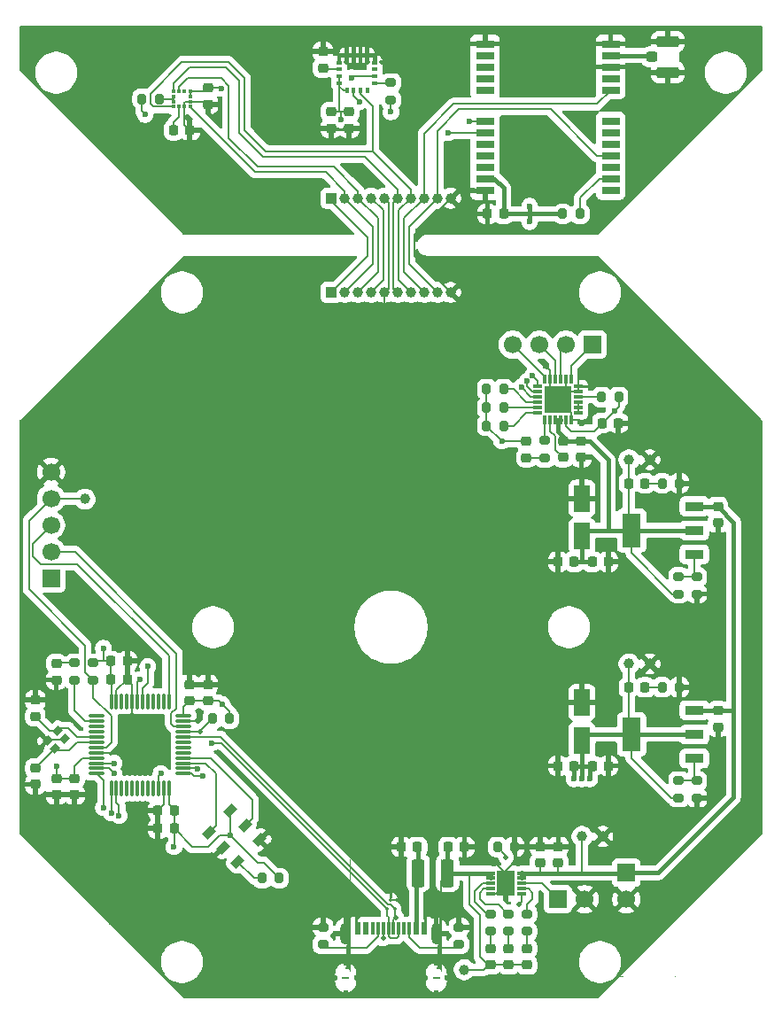
<source format=gbr>
%TF.GenerationSoftware,KiCad,Pcbnew,9.0.4*%
%TF.CreationDate,2025-09-22T08:36:52+02:00*%
%TF.ProjectId,SparrowCompass,53706172-726f-4774-936f-6d706173732e,rev?*%
%TF.SameCoordinates,Original*%
%TF.FileFunction,Copper,L1,Top*%
%TF.FilePolarity,Positive*%
%FSLAX46Y46*%
G04 Gerber Fmt 4.6, Leading zero omitted, Abs format (unit mm)*
G04 Created by KiCad (PCBNEW 9.0.4) date 2025-09-22 08:36:52*
%MOMM*%
%LPD*%
G01*
G04 APERTURE LIST*
G04 Aperture macros list*
%AMRoundRect*
0 Rectangle with rounded corners*
0 $1 Rounding radius*
0 $2 $3 $4 $5 $6 $7 $8 $9 X,Y pos of 4 corners*
0 Add a 4 corners polygon primitive as box body*
4,1,4,$2,$3,$4,$5,$6,$7,$8,$9,$2,$3,0*
0 Add four circle primitives for the rounded corners*
1,1,$1+$1,$2,$3*
1,1,$1+$1,$4,$5*
1,1,$1+$1,$6,$7*
1,1,$1+$1,$8,$9*
0 Add four rect primitives between the rounded corners*
20,1,$1+$1,$2,$3,$4,$5,0*
20,1,$1+$1,$4,$5,$6,$7,0*
20,1,$1+$1,$6,$7,$8,$9,0*
20,1,$1+$1,$8,$9,$2,$3,0*%
%AMRotRect*
0 Rectangle, with rotation*
0 The origin of the aperture is its center*
0 $1 length*
0 $2 width*
0 $3 Rotation angle, in degrees counterclockwise*
0 Add horizontal line*
21,1,$1,$2,0,0,$3*%
%AMFreePoly0*
4,1,229,0.026192,0.903996,0.026383,0.903985,0.052383,0.901985,0.052573,0.901967,0.078573,0.898967,0.078944,0.898910,0.104944,0.893910,0.105167,0.893862,0.130167,0.887862,0.130300,0.887828,0.156300,0.880828,0.156756,0.880682,0.180756,0.871682,0.180923,0.871615,0.204923,0.861615,0.205083,0.861545,0.229083,0.850545,0.229460,0.850353,0.252460,0.837353,0.252684,0.837218,
0.296684,0.809218,0.297030,0.808977,0.318030,0.792977,0.318238,0.792810,0.338238,0.775810,0.338439,0.775630,0.357439,0.757630,0.357630,0.757439,0.375630,0.738439,0.375810,0.738238,0.392810,0.718238,0.392977,0.718030,0.408977,0.697030,0.409218,0.696684,0.437218,0.652684,0.437353,0.652460,0.450353,0.629460,0.450545,0.629083,0.461545,0.605083,0.461615,0.604923,
0.471615,0.580923,0.471682,0.580756,0.480682,0.556756,0.480828,0.556300,0.487828,0.530300,0.487862,0.530167,0.493862,0.505167,0.493910,0.504944,0.498910,0.478944,0.498967,0.478573,0.501967,0.452573,0.501985,0.452383,0.503985,0.426383,0.503996,0.426192,0.504996,0.400192,0.505000,0.400000,0.505000,-0.400000,0.504996,-0.400192,0.503996,-0.426192,0.503985,-0.426383,
0.501985,-0.452383,0.501967,-0.452573,0.498967,-0.478573,0.498910,-0.478944,0.493910,-0.504944,0.493862,-0.505167,0.487862,-0.530167,0.487828,-0.530300,0.480828,-0.556300,0.480682,-0.556756,0.471682,-0.580756,0.471615,-0.580923,0.461615,-0.604923,0.461545,-0.605083,0.450545,-0.629083,0.450353,-0.629460,0.437353,-0.652460,0.437218,-0.652684,0.409218,-0.696684,0.408977,-0.697030,
0.392977,-0.718030,0.392810,-0.718238,0.375810,-0.738238,0.375630,-0.738439,0.357630,-0.757439,0.357439,-0.757630,0.338439,-0.775630,0.338238,-0.775810,0.318238,-0.792810,0.318030,-0.792977,0.297030,-0.808977,0.296684,-0.809218,0.252684,-0.837218,0.252460,-0.837353,0.229460,-0.850353,0.229083,-0.850545,0.205083,-0.861545,0.204923,-0.861615,0.180923,-0.871615,0.180756,-0.871682,
0.156756,-0.880682,0.156300,-0.880828,0.130300,-0.887828,0.130167,-0.887862,0.105167,-0.893862,0.104944,-0.893910,0.078944,-0.898910,0.078573,-0.898967,0.052573,-0.901967,0.052383,-0.901985,0.026383,-0.903985,0.026192,-0.903996,0.000192,-0.904996,-0.000192,-0.904996,-0.026192,-0.903996,-0.026383,-0.903985,-0.052383,-0.901985,-0.052573,-0.901967,-0.078573,-0.898967,-0.078944,-0.898910,
-0.104944,-0.893910,-0.105167,-0.893862,-0.130167,-0.887862,-0.130300,-0.887828,-0.156300,-0.880828,-0.156756,-0.880682,-0.180756,-0.871682,-0.180923,-0.871615,-0.204923,-0.861615,-0.205083,-0.861545,-0.229083,-0.850545,-0.229460,-0.850353,-0.252460,-0.837353,-0.252684,-0.837218,-0.296684,-0.809218,-0.297030,-0.808977,-0.318030,-0.792977,-0.318238,-0.792810,-0.338238,-0.775810,-0.338439,-0.775630,
-0.357439,-0.757630,-0.357630,-0.757439,-0.375630,-0.738439,-0.375810,-0.738238,-0.392810,-0.718238,-0.392977,-0.718030,-0.408977,-0.697030,-0.409218,-0.696684,-0.437218,-0.652684,-0.437353,-0.652460,-0.450353,-0.629460,-0.450545,-0.629083,-0.461545,-0.605083,-0.461615,-0.604923,-0.471615,-0.580923,-0.471682,-0.580756,-0.480682,-0.556756,-0.480828,-0.556300,-0.487828,-0.530300,-0.487862,-0.530167,
-0.493862,-0.505167,-0.493910,-0.504944,-0.498910,-0.478944,-0.498967,-0.478573,-0.501967,-0.452573,-0.501985,-0.452383,-0.503985,-0.426383,-0.503996,-0.426192,-0.504996,-0.400192,-0.505000,-0.400000,-0.505000,0.400000,-0.504996,0.400192,-0.503996,0.426192,-0.503985,0.426383,-0.501985,0.452383,-0.501967,0.452573,-0.498967,0.478573,-0.498910,0.478944,-0.493910,0.504944,-0.493862,0.505167,
-0.487862,0.530167,-0.487828,0.530300,-0.480828,0.556300,-0.480682,0.556756,-0.471682,0.580756,-0.471615,0.580923,-0.461615,0.604923,-0.461545,0.605083,-0.450545,0.629083,-0.450353,0.629460,-0.437353,0.652460,-0.437218,0.652684,-0.409218,0.696684,-0.408977,0.697030,-0.392977,0.718030,-0.392810,0.718238,-0.375810,0.738238,-0.375630,0.738439,-0.357630,0.757439,-0.357439,0.757630,
-0.338439,0.775630,-0.338238,0.775810,-0.318238,0.792810,-0.318030,0.792977,-0.297030,0.808977,-0.296684,0.809218,-0.252684,0.837218,-0.252460,0.837353,-0.229460,0.850353,-0.229083,0.850545,-0.205083,0.861545,-0.204923,0.861615,-0.180923,0.871615,-0.180756,0.871682,-0.156756,0.880682,-0.156300,0.880828,-0.130300,0.887828,-0.130167,0.887862,-0.105167,0.893862,-0.104944,0.893910,
-0.078944,0.898910,-0.078573,0.898967,-0.052573,0.901967,-0.052383,0.901985,-0.026383,0.903985,-0.026192,0.903996,-0.000192,0.904996,0.000192,0.904996,0.026192,0.903996,0.026192,0.903996,$1*%
G04 Aperture macros list end*
%TA.AperFunction,SMDPad,CuDef*%
%ADD10RoundRect,0.225000X-0.250000X0.225000X-0.250000X-0.225000X0.250000X-0.225000X0.250000X0.225000X0*%
%TD*%
%TA.AperFunction,SMDPad,CuDef*%
%ADD11RoundRect,0.100000X0.100000X-0.175000X0.100000X0.175000X-0.100000X0.175000X-0.100000X-0.175000X0*%
%TD*%
%TA.AperFunction,SMDPad,CuDef*%
%ADD12RoundRect,0.100000X0.175000X-0.100000X0.175000X0.100000X-0.175000X0.100000X-0.175000X-0.100000X0*%
%TD*%
%TA.AperFunction,SMDPad,CuDef*%
%ADD13RoundRect,0.200000X-0.275000X0.200000X-0.275000X-0.200000X0.275000X-0.200000X0.275000X0.200000X0*%
%TD*%
%TA.AperFunction,SMDPad,CuDef*%
%ADD14RoundRect,0.225000X0.250000X-0.225000X0.250000X0.225000X-0.250000X0.225000X-0.250000X-0.225000X0*%
%TD*%
%TA.AperFunction,SMDPad,CuDef*%
%ADD15RoundRect,0.225000X0.225000X0.250000X-0.225000X0.250000X-0.225000X-0.250000X0.225000X-0.250000X0*%
%TD*%
%TA.AperFunction,SMDPad,CuDef*%
%ADD16RoundRect,0.218750X0.256250X-0.218750X0.256250X0.218750X-0.256250X0.218750X-0.256250X-0.218750X0*%
%TD*%
%TA.AperFunction,SMDPad,CuDef*%
%ADD17RoundRect,0.200000X-0.200000X-0.275000X0.200000X-0.275000X0.200000X0.275000X-0.200000X0.275000X0*%
%TD*%
%TA.AperFunction,SMDPad,CuDef*%
%ADD18RoundRect,0.250000X-0.375000X-1.075000X0.375000X-1.075000X0.375000X1.075000X-0.375000X1.075000X0*%
%TD*%
%TA.AperFunction,SMDPad,CuDef*%
%ADD19RoundRect,0.218750X-0.256250X0.218750X-0.256250X-0.218750X0.256250X-0.218750X0.256250X0.218750X0*%
%TD*%
%TA.AperFunction,ComponentPad*%
%ADD20R,1.700000X1.700000*%
%TD*%
%TA.AperFunction,ComponentPad*%
%ADD21C,1.700000*%
%TD*%
%TA.AperFunction,ComponentPad*%
%ADD22R,1.000000X1.000000*%
%TD*%
%TA.AperFunction,ComponentPad*%
%ADD23C,1.000000*%
%TD*%
%TA.AperFunction,SMDPad,CuDef*%
%ADD24RoundRect,0.075000X-0.075000X-0.075000X0.075000X-0.075000X0.075000X0.075000X-0.075000X0.075000X0*%
%TD*%
%TA.AperFunction,SMDPad,CuDef*%
%ADD25RoundRect,0.225000X-0.225000X-0.250000X0.225000X-0.250000X0.225000X0.250000X-0.225000X0.250000X0*%
%TD*%
%TA.AperFunction,SMDPad,CuDef*%
%ADD26RoundRect,0.250000X0.550000X-1.050000X0.550000X1.050000X-0.550000X1.050000X-0.550000X-1.050000X0*%
%TD*%
%TA.AperFunction,SMDPad,CuDef*%
%ADD27RotRect,0.700000X0.750000X135.000000*%
%TD*%
%TA.AperFunction,SMDPad,CuDef*%
%ADD28R,1.800000X0.900000*%
%TD*%
%TA.AperFunction,SMDPad,CuDef*%
%ADD29R,1.800000X3.200000*%
%TD*%
%TA.AperFunction,SMDPad,CuDef*%
%ADD30R,0.400000X0.400000*%
%TD*%
%TA.AperFunction,SMDPad,CuDef*%
%ADD31RoundRect,0.250000X-0.275000X-0.250000X0.275000X-0.250000X0.275000X0.250000X-0.275000X0.250000X0*%
%TD*%
%TA.AperFunction,SMDPad,CuDef*%
%ADD32RoundRect,0.250000X-0.850000X-0.275000X0.850000X-0.275000X0.850000X0.275000X-0.850000X0.275000X0*%
%TD*%
%TA.AperFunction,SMDPad,CuDef*%
%ADD33R,0.850000X0.300000*%
%TD*%
%TA.AperFunction,SMDPad,CuDef*%
%ADD34R,1.700000X2.450000*%
%TD*%
%TA.AperFunction,SMDPad,CuDef*%
%ADD35RoundRect,0.200000X0.200000X0.275000X-0.200000X0.275000X-0.200000X-0.275000X0.200000X-0.275000X0*%
%TD*%
%TA.AperFunction,SMDPad,CuDef*%
%ADD36RoundRect,0.200000X0.275000X-0.200000X0.275000X0.200000X-0.275000X0.200000X-0.275000X-0.200000X0*%
%TD*%
%TA.AperFunction,SMDPad,CuDef*%
%ADD37RotRect,0.720000X1.080000X135.000000*%
%TD*%
%TA.AperFunction,SMDPad,CuDef*%
%ADD38R,1.800000X0.800000*%
%TD*%
%TA.AperFunction,SMDPad,CuDef*%
%ADD39RoundRect,0.218750X0.218750X0.256250X-0.218750X0.256250X-0.218750X-0.256250X0.218750X-0.256250X0*%
%TD*%
%TA.AperFunction,SMDPad,CuDef*%
%ADD40R,0.600000X1.150000*%
%TD*%
%TA.AperFunction,SMDPad,CuDef*%
%ADD41R,0.300000X1.150000*%
%TD*%
%TA.AperFunction,ComponentPad*%
%ADD42O,1.000000X2.100000*%
%TD*%
%TA.AperFunction,ComponentPad*%
%ADD43FreePoly0,0.000000*%
%TD*%
%TA.AperFunction,SMDPad,CuDef*%
%ADD44RoundRect,0.075000X-0.662500X-0.075000X0.662500X-0.075000X0.662500X0.075000X-0.662500X0.075000X0*%
%TD*%
%TA.AperFunction,SMDPad,CuDef*%
%ADD45RoundRect,0.075000X-0.075000X-0.662500X0.075000X-0.662500X0.075000X0.662500X-0.075000X0.662500X0*%
%TD*%
%TA.AperFunction,SMDPad,CuDef*%
%ADD46R,0.300000X0.850000*%
%TD*%
%TA.AperFunction,SMDPad,CuDef*%
%ADD47R,2.550000X2.550000*%
%TD*%
%TA.AperFunction,ViaPad*%
%ADD48C,0.600000*%
%TD*%
%TA.AperFunction,ViaPad*%
%ADD49C,0.500000*%
%TD*%
%TA.AperFunction,Conductor*%
%ADD50C,0.200000*%
%TD*%
%TA.AperFunction,Conductor*%
%ADD51C,0.400000*%
%TD*%
G04 APERTURE END LIST*
D10*
%TO.P,C29,2*%
%TO.N,GND*%
X146000000Y-52300000D03*
%TO.P,C29,1*%
%TO.N,+3.3V*%
X146000000Y-50750000D03*
%TD*%
D11*
%TO.P,U1,1,VDDIO*%
%TO.N,+3.3V*%
X145775000Y-48725000D03*
%TO.P,U1,2,SCL/SPC*%
%TO.N,/I2C_SCL*%
X146425000Y-48725000D03*
%TO.P,U1,3,SDA/SDI/SDO*%
%TO.N,/I2C_SDA*%
X147075000Y-48725000D03*
%TO.P,U1,4,SDO/SA0*%
%TO.N,unconnected-(U1-SDO{slash}SA0-Pad4)*%
X147725000Y-48725000D03*
D12*
%TO.P,U1,5,CS*%
%TO.N,Net-(U1-CS)*%
X148450000Y-48000000D03*
%TO.P,U1,6,DRDY/INT2*%
%TO.N,/GYR_DRDY*%
X148450000Y-47350000D03*
%TO.P,U1,7,INT1*%
%TO.N,/GYR_INT*%
X148450000Y-46700000D03*
%TO.P,U1,8,RES(GND)*%
%TO.N,GND*%
X148450000Y-46050000D03*
D11*
%TO.P,U1,9,RES(GND)*%
X147725000Y-45325000D03*
%TO.P,U1,10,RES(GND)*%
X147075000Y-45325000D03*
%TO.P,U1,11,RES(GND)*%
X146425000Y-45325000D03*
%TO.P,U1,12,RES(GND)*%
X145775000Y-45325000D03*
D12*
%TO.P,U1,13,GND*%
X145050000Y-46050000D03*
%TO.P,U1,14,RES(CAP)*%
%TO.N,Net-(U1-RES(CAP))*%
X145050000Y-46700000D03*
%TO.P,U1,15,RES(VDD)*%
%TO.N,+3.3V*%
X145050000Y-47350000D03*
%TO.P,U1,16,VDD*%
X145050000Y-48000000D03*
%TD*%
D13*
%TO.P,R24,1*%
%TO.N,Net-(U1-CS)*%
X150000000Y-47950000D03*
%TO.P,R24,2*%
%TO.N,+3.3V*%
X150000000Y-49600000D03*
%TD*%
D10*
%TO.P,C31,1*%
%TO.N,+3.3V*%
X144250000Y-50750000D03*
%TO.P,C31,2*%
%TO.N,GND*%
X144250000Y-52300000D03*
%TD*%
D14*
%TO.P,C30,1*%
%TO.N,Net-(U1-RES(CAP))*%
X143500000Y-46550000D03*
%TO.P,C30,2*%
%TO.N,GND*%
X143500000Y-45000000D03*
%TD*%
D15*
%TO.P,C1,1*%
%TO.N,Net-(J3-VBUS)*%
X152525000Y-121000000D03*
%TO.P,C1,2*%
%TO.N,GND*%
X150975000Y-121000000D03*
%TD*%
%TO.P,C24,1*%
%TO.N,+3.3V*%
X129275000Y-117500000D03*
%TO.P,C24,2*%
%TO.N,GND*%
X127725000Y-117500000D03*
%TD*%
D16*
%TO.P,D4,1,K*%
%TO.N,Net-(D4-K)*%
X162950000Y-83787500D03*
%TO.P,D4,2,A*%
%TO.N,+3.3V*%
X162950000Y-82212500D03*
%TD*%
D17*
%TO.P,R15,1*%
%TO.N,+3.3V*%
X159125000Y-80750000D03*
%TO.P,R15,2*%
%TO.N,Net-(IC3-CONFIG)*%
X160775000Y-80750000D03*
%TD*%
D18*
%TO.P,L1,1,1*%
%TO.N,Net-(J3-VBUS)*%
X152600000Y-123500000D03*
%TO.P,L1,2,2*%
%TO.N,/V_USB*%
X155400000Y-123500000D03*
%TD*%
D19*
%TO.P,D2,1,K*%
%TO.N,Net-(D2-K)*%
X161250000Y-130712500D03*
%TO.P,D2,2,A*%
%TO.N,/V_USB*%
X161250000Y-132287500D03*
%TD*%
D20*
%TO.P,J1,1,Pin_1*%
%TO.N,/MOT_A1*%
X169260000Y-73000000D03*
D21*
%TO.P,J1,2,Pin_2*%
%TO.N,/MOT_A2*%
X166720000Y-73000000D03*
%TO.P,J1,3,Pin_3*%
%TO.N,/MOT_B2*%
X164180000Y-73000000D03*
%TO.P,J1,4,Pin_4*%
%TO.N,/MOT_B1*%
X161640000Y-73000000D03*
%TD*%
D17*
%TO.P,R12,1*%
%TO.N,+3.3V*%
X126175000Y-49500000D03*
%TO.P,R12,2*%
%TO.N,Net-(IC2-CS_MAG)*%
X127825000Y-49500000D03*
%TD*%
D10*
%TO.P,C17,1*%
%TO.N,/1V75*%
X166450000Y-82225000D03*
%TO.P,C17,2*%
%TO.N,Net-(IC3-VCP)*%
X166450000Y-83775000D03*
%TD*%
D19*
%TO.P,D1,1,K*%
%TO.N,Net-(D1-K)*%
X159500000Y-130712500D03*
%TO.P,D1,2,A*%
%TO.N,/V_USB*%
X159500000Y-132287500D03*
%TD*%
D22*
%TO.P,J7,1,Pin_1*%
%TO.N,+3.3V*%
X144285000Y-68000000D03*
D23*
%TO.P,J7,2,Pin_2*%
%TO.N,/MAG_DRDY*%
X145555000Y-68000000D03*
%TO.P,J7,3,Pin_3*%
%TO.N,/MAG_INT1*%
X146825000Y-68000000D03*
%TO.P,J7,4,Pin_4*%
%TO.N,/GYR_DRDY*%
X148095000Y-68000000D03*
%TO.P,J7,5,Pin_5*%
%TO.N,GND*%
X149365000Y-68000000D03*
%TO.P,J7,6,Pin_6*%
%TO.N,/I2C_SCL*%
X150635000Y-68000000D03*
%TO.P,J7,7,Pin_7*%
%TO.N,/I2C_SDA*%
X151905000Y-68000000D03*
%TO.P,J7,8,Pin_8*%
%TO.N,/GPS_nReset*%
X153175000Y-68000000D03*
%TO.P,J7,9,Pin_9*%
%TO.N,/GPS_INT*%
X154445000Y-68000000D03*
%TO.P,J7,10,Pin_10*%
%TO.N,GND*%
X155715000Y-68000000D03*
%TD*%
D17*
%TO.P,R6,1*%
%TO.N,Net-(IC6-PROG)*%
X160175000Y-121000000D03*
%TO.P,R6,2*%
%TO.N,GND*%
X161825000Y-121000000D03*
%TD*%
D24*
%TO.P,U2,1,D+*%
%TO.N,/USB_P*%
X149650000Y-126925000D03*
%TO.P,U2,2,D-*%
%TO.N,/USB_N*%
X150350000Y-126925000D03*
%TO.P,U2,3,GND*%
%TO.N,GND*%
X150000000Y-126075000D03*
%TD*%
D13*
%TO.P,R20,1*%
%TO.N,+3.3V*%
X121500000Y-103425000D03*
%TO.P,R20,2*%
%TO.N,/nRST*%
X121500000Y-105075000D03*
%TD*%
D23*
%TO.P,TP2,1,1*%
%TO.N,/V_BAT*%
X168250000Y-120000000D03*
%TD*%
D14*
%TO.P,C21,1*%
%TO.N,+3.3V*%
X130750000Y-107025000D03*
%TO.P,C21,2*%
%TO.N,GND*%
X130750000Y-105475000D03*
%TD*%
D15*
%TO.P,C15,1*%
%TO.N,+3.3V*%
X160775000Y-60500000D03*
%TO.P,C15,2*%
%TO.N,GND*%
X159225000Y-60500000D03*
%TD*%
D25*
%TO.P,C11,1*%
%TO.N,+3.3V*%
X169225000Y-113250000D03*
%TO.P,C11,2*%
%TO.N,GND*%
X170775000Y-113250000D03*
%TD*%
D13*
%TO.P,R21,1*%
%TO.N,Net-(D5-A)*%
X119750000Y-103425000D03*
%TO.P,R21,2*%
%TO.N,Net-(U3-PC13)*%
X119750000Y-105075000D03*
%TD*%
D15*
%TO.P,C9,1*%
%TO.N,/1V75*%
X167525000Y-93750000D03*
%TO.P,C9,2*%
%TO.N,GND*%
X165975000Y-93750000D03*
%TD*%
D26*
%TO.P,C7,1*%
%TO.N,/1V75*%
X168250000Y-91300000D03*
%TO.P,C7,2*%
%TO.N,GND*%
X168250000Y-87700000D03*
%TD*%
D27*
%TO.P,Y1,1,XTAL_1*%
%TO.N,Net-(U3-PF1)*%
X117876256Y-111580850D03*
%TO.P,Y1,2,NC_1*%
%TO.N,GND*%
X118830850Y-110626256D03*
%TO.P,Y1,3,XTAL_2*%
%TO.N,Net-(U3-PF0)*%
X118123744Y-109919150D03*
%TO.P,Y1,4,NC_2*%
%TO.N,GND*%
X117169150Y-110873744D03*
%TD*%
D14*
%TO.P,C3,1*%
%TO.N,/V_BAT*%
X166000000Y-122525000D03*
%TO.P,C3,2*%
%TO.N,GND*%
X166000000Y-120975000D03*
%TD*%
D10*
%TO.P,C5,1*%
%TO.N,/V_BAT*%
X181250000Y-88475000D03*
%TO.P,C5,2*%
%TO.N,GND*%
X181250000Y-90025000D03*
%TD*%
D23*
%TO.P,TP6,1,1*%
%TO.N,GND*%
X174750000Y-103500000D03*
%TD*%
D28*
%TO.P,PS2,1,ADJ*%
%TO.N,Net-(PS2-ADJ)*%
X179000000Y-93050000D03*
%TO.P,PS2,2,VOUT_1*%
%TO.N,/1V75*%
X179000000Y-90750000D03*
%TO.P,PS2,3,VIN*%
%TO.N,/V_BAT*%
X179000000Y-88450000D03*
D29*
%TO.P,PS2,4,VOUT_2*%
%TO.N,/1V75*%
X173000000Y-90750000D03*
%TD*%
D14*
%TO.P,C22,1*%
%TO.N,+3.3V*%
X132480000Y-107025000D03*
%TO.P,C22,2*%
%TO.N,GND*%
X132480000Y-105475000D03*
%TD*%
D30*
%TO.P,IC2,1,SCL/SPC*%
%TO.N,/I2C_SCL*%
X129200000Y-48750000D03*
%TO.P,IC2,2,CS_XL*%
%TO.N,Net-(IC2-CS_MAG)*%
X129200000Y-49250000D03*
%TO.P,IC2,3,CS_MAG*%
X129200000Y-49750000D03*
%TO.P,IC2,4,SDA/SDI/SDO*%
%TO.N,/I2C_SDA*%
X129200000Y-50250000D03*
%TO.P,IC2,5,C1*%
%TO.N,Net-(IC2-C1)*%
X129750000Y-50250000D03*
%TO.P,IC2,6,GND_1*%
%TO.N,GND*%
X130250000Y-50250000D03*
%TO.P,IC2,7,INT_MAG/DRDY*%
%TO.N,/MAG_DRDY*%
X130800000Y-50250000D03*
%TO.P,IC2,8,GND_2*%
%TO.N,GND*%
X130800000Y-49750000D03*
%TO.P,IC2,9,VDD*%
%TO.N,+3.3V*%
X130800000Y-49250000D03*
%TO.P,IC2,10,VDD_IO*%
X130800000Y-48750000D03*
%TO.P,IC2,11,INT_2_XL*%
%TO.N,/MAG_INT2*%
X130250000Y-48750000D03*
%TO.P,IC2,12,INT_1_XL*%
%TO.N,/MAG_INT1*%
X129750000Y-48750000D03*
%TD*%
D31*
%TO.P,J2,1,In*%
%TO.N,Net-(IC1-RF_IN)*%
X174950000Y-45500000D03*
D32*
%TO.P,J2,2,Ext*%
%TO.N,GND*%
X176475000Y-44025000D03*
X176475000Y-46975000D03*
%TD*%
D25*
%TO.P,C20,1*%
%TO.N,+3.3V*%
X123225000Y-105000000D03*
%TO.P,C20,2*%
%TO.N,GND*%
X124775000Y-105000000D03*
%TD*%
D15*
%TO.P,C23,1*%
%TO.N,+3.3V*%
X129275000Y-119250000D03*
%TO.P,C23,2*%
%TO.N,GND*%
X127725000Y-119250000D03*
%TD*%
D10*
%TO.P,C18,1*%
%TO.N,+3.3V*%
X118020000Y-114475000D03*
%TO.P,C18,2*%
%TO.N,GND*%
X118020000Y-116025000D03*
%TD*%
D14*
%TO.P,C27,1*%
%TO.N,Net-(U3-PF0)*%
X116000000Y-108525000D03*
%TO.P,C27,2*%
%TO.N,GND*%
X116000000Y-106975000D03*
%TD*%
D33*
%TO.P,IC6,1,VDD_1*%
%TO.N,/V_USB*%
X159500000Y-123500000D03*
%TO.P,IC6,2,VDD_2*%
X159500000Y-124000000D03*
%TO.P,IC6,3,STAT1*%
%TO.N,Net-(IC6-STAT1)*%
X159500000Y-124500000D03*
%TO.P,IC6,4,STAT2*%
%TO.N,Net-(IC6-STAT2)*%
X159500000Y-125000000D03*
%TO.P,IC6,5,VSS*%
%TO.N,GND*%
X159500000Y-125500000D03*
%TO.P,IC6,6,PROG*%
%TO.N,Net-(IC6-PROG)*%
X162500000Y-125500000D03*
%TO.P,IC6,7,~{PG(}TE)*%
%TO.N,Net-(IC6-~{PG(}TE))*%
X162500000Y-125000000D03*
%TO.P,IC6,8,THERM*%
%TO.N,Net-(IC6-THERM)*%
X162500000Y-124500000D03*
%TO.P,IC6,9,VBAT_1*%
%TO.N,/V_BAT*%
X162500000Y-124000000D03*
%TO.P,IC6,10,VBAT_2*%
X162500000Y-123500000D03*
D34*
%TO.P,IC6,11,EP*%
%TO.N,GND*%
X161000000Y-124500000D03*
%TD*%
D14*
%TO.P,C26,1*%
%TO.N,GND*%
X116000000Y-115025000D03*
%TO.P,C26,2*%
%TO.N,Net-(U3-PF1)*%
X116000000Y-113475000D03*
%TD*%
D35*
%TO.P,R23,1*%
%TO.N,GND*%
X177575000Y-86250000D03*
%TO.P,R23,2*%
%TO.N,Net-(D7-K)*%
X175925000Y-86250000D03*
%TD*%
D14*
%TO.P,C6,1*%
%TO.N,/V_BAT*%
X164250000Y-122525000D03*
%TO.P,C6,2*%
%TO.N,GND*%
X164250000Y-120975000D03*
%TD*%
D20*
%TO.P,J6,1,Pin_1*%
%TO.N,+3.3V*%
X117500000Y-95330000D03*
D21*
%TO.P,J6,2,Pin_2*%
%TO.N,/SWDIO*%
X117500000Y-92790000D03*
%TO.P,J6,3,Pin_3*%
%TO.N,/SWDCLK*%
X117500000Y-90250000D03*
%TO.P,J6,4,Pin_4*%
%TO.N,/nRST*%
X117500000Y-87710000D03*
%TO.P,J6,5,Pin_5*%
%TO.N,GND*%
X117500000Y-85170000D03*
%TD*%
D20*
%TO.P,J4,1,Pin_1*%
%TO.N,/V_BAT*%
X172500000Y-123475000D03*
D21*
%TO.P,J4,2,Pin_2*%
%TO.N,GND*%
X172500000Y-126015000D03*
%TD*%
D10*
%TO.P,C25,1*%
%TO.N,+3.3V*%
X119750000Y-114475000D03*
%TO.P,C25,2*%
%TO.N,GND*%
X119750000Y-116025000D03*
%TD*%
D36*
%TO.P,R4,1*%
%TO.N,Net-(D2-K)*%
X161250000Y-129075000D03*
%TO.P,R4,2*%
%TO.N,Net-(IC6-STAT2)*%
X161250000Y-127425000D03*
%TD*%
D13*
%TO.P,R8,1*%
%TO.N,Net-(PS2-ADJ)*%
X177500000Y-95175000D03*
%TO.P,R8,2*%
%TO.N,/1V75*%
X177500000Y-96825000D03*
%TD*%
D25*
%TO.P,C28,1*%
%TO.N,+3.3V*%
X170175000Y-80500000D03*
%TO.P,C28,2*%
%TO.N,GND*%
X171725000Y-80500000D03*
%TD*%
D23*
%TO.P,TP3,1,1*%
%TO.N,+3.3V*%
X172750000Y-103500000D03*
%TD*%
D37*
%TO.P,IC4,1,CH_B*%
%TO.N,/MOT_SENS_B*%
X132567553Y-119660589D03*
%TO.P,IC4,2,GND*%
%TO.N,GND*%
X133953482Y-121046518D03*
%TO.P,IC4,3,VLED*%
%TO.N,Net-(IC4-VLED)*%
X135339411Y-122432447D03*
%TO.P,IC4,4,GND_*%
%TO.N,GND*%
X137432447Y-120339411D03*
%TO.P,IC4,5,CH_A*%
%TO.N,/MOT_SENS_A*%
X136046518Y-118953482D03*
%TO.P,IC4,6,VCC*%
%TO.N,+3.3V*%
X134660589Y-117567553D03*
%TD*%
D38*
%TO.P,IC1,1,SAFEBOOT_N*%
%TO.N,unconnected-(IC1-SAFEBOOT_N-Pad1)*%
X171000000Y-58250000D03*
%TO.P,IC1,2,D_SEL*%
%TO.N,Net-(IC1-D_SEL)*%
X171000000Y-57150000D03*
%TO.P,IC1,3,TIMEPULSE*%
%TO.N,unconnected-(IC1-TIMEPULSE-Pad3)*%
X171000000Y-56050000D03*
%TO.P,IC1,4,EXTINT*%
%TO.N,/GPS_INT*%
X171000000Y-54950000D03*
%TO.P,IC1,5,USB_DM*%
%TO.N,unconnected-(IC1-USB_DM-Pad5)*%
X171000000Y-53850000D03*
%TO.P,IC1,6,USB_DP*%
%TO.N,unconnected-(IC1-USB_DP-Pad6)*%
X171000000Y-52750000D03*
%TO.P,IC1,7,VDD_USB*%
%TO.N,unconnected-(IC1-VDD_USB-Pad7)*%
X171000000Y-51650000D03*
%TO.P,IC1,8,RESET_N*%
%TO.N,/GPS_nReset*%
X171000000Y-48650000D03*
%TO.P,IC1,9,VCC_RF*%
%TO.N,unconnected-(IC1-VCC_RF-Pad9)*%
X171000000Y-47550000D03*
%TO.P,IC1,10,GND_1*%
%TO.N,GND*%
X171000000Y-46450000D03*
%TO.P,IC1,11,RF_IN*%
%TO.N,Net-(IC1-RF_IN)*%
X171000000Y-45350000D03*
%TO.P,IC1,12,GND_2*%
%TO.N,GND*%
X171000000Y-44250000D03*
%TO.P,IC1,13,GND_3*%
X159000000Y-44250000D03*
%TO.P,IC1,14,RESERVED_1*%
%TO.N,unconnected-(IC1-RESERVED_1-Pad14)*%
X159000000Y-45350000D03*
%TO.P,IC1,15,RESERVED_2*%
%TO.N,unconnected-(IC1-RESERVED_2-Pad15)*%
X159000000Y-46450000D03*
%TO.P,IC1,16,RESERVED_3*%
%TO.N,unconnected-(IC1-RESERVED_3-Pad16)*%
X159000000Y-47550000D03*
%TO.P,IC1,17,RESERVED_4*%
%TO.N,unconnected-(IC1-RESERVED_4-Pad17)*%
X159000000Y-48650000D03*
%TO.P,IC1,18,SDA_/_SPI_CS_N*%
%TO.N,/I2C_SDA*%
X159000000Y-51650000D03*
%TO.P,IC1,19,SCL_/_SPI_SLK*%
%TO.N,/I2C_SCL*%
X159000000Y-52750000D03*
%TO.P,IC1,20,TXD_/_SPI_MISO*%
%TO.N,unconnected-(IC1-TXD_{slash}_SPI_MISO-Pad20)*%
X159000000Y-53850000D03*
%TO.P,IC1,21,RXD_/_SPI_MOSI*%
%TO.N,unconnected-(IC1-RXD_{slash}_SPI_MOSI-Pad21)*%
X159000000Y-54950000D03*
%TO.P,IC1,22,V_BCKP*%
%TO.N,unconnected-(IC1-V_BCKP-Pad22)*%
X159000000Y-56050000D03*
%TO.P,IC1,23,VCC*%
%TO.N,+3.3V*%
X159000000Y-57150000D03*
%TO.P,IC1,24,GND_4*%
%TO.N,GND*%
X159000000Y-58250000D03*
%TD*%
D23*
%TO.P,TP1,1,1*%
%TO.N,/V_USB*%
X157000000Y-132750000D03*
%TD*%
D13*
%TO.P,R9,1*%
%TO.N,Net-(PS1-ADJ)*%
X177500000Y-114675000D03*
%TO.P,R9,2*%
%TO.N,+3.3V*%
X177500000Y-116325000D03*
%TD*%
D35*
%TO.P,R22,1*%
%TO.N,GND*%
X177575000Y-105750000D03*
%TO.P,R22,2*%
%TO.N,Net-(D6-K)*%
X175925000Y-105750000D03*
%TD*%
D19*
%TO.P,D3,1,K*%
%TO.N,Net-(D3-K)*%
X163000000Y-130712500D03*
%TO.P,D3,2,A*%
%TO.N,/V_USB*%
X163000000Y-132287500D03*
%TD*%
D13*
%TO.P,R5,1*%
%TO.N,Net-(IC6-~{PG(}TE))*%
X163000000Y-127425000D03*
%TO.P,R5,2*%
%TO.N,Net-(D3-K)*%
X163000000Y-129075000D03*
%TD*%
D25*
%TO.P,C13,1*%
%TO.N,Net-(IC2-C1)*%
X129225000Y-52500000D03*
%TO.P,C13,2*%
%TO.N,GND*%
X130775000Y-52500000D03*
%TD*%
D23*
%TO.P,TP8,1,1*%
%TO.N,GND*%
X170250000Y-120000000D03*
%TD*%
D39*
%TO.P,D7,1,K*%
%TO.N,Net-(D7-K)*%
X174287500Y-86250000D03*
%TO.P,D7,2,A*%
%TO.N,/1V75*%
X172712500Y-86250000D03*
%TD*%
D35*
%TO.P,R16,1*%
%TO.N,+3.3V*%
X171775000Y-78000000D03*
%TO.P,R16,2*%
%TO.N,Net-(IC3-NSLEEP)*%
X170125000Y-78000000D03*
%TD*%
D17*
%TO.P,R13,1*%
%TO.N,+3.3V*%
X166425000Y-60500000D03*
%TO.P,R13,2*%
%TO.N,Net-(IC1-D_SEL)*%
X168075000Y-60500000D03*
%TD*%
D13*
%TO.P,R10,1*%
%TO.N,Net-(PS1-ADJ)*%
X179250000Y-114675000D03*
%TO.P,R10,2*%
%TO.N,GND*%
X179250000Y-116325000D03*
%TD*%
D25*
%TO.P,C19,1*%
%TO.N,+3.3V*%
X123225000Y-103250000D03*
%TO.P,C19,2*%
%TO.N,GND*%
X124775000Y-103250000D03*
%TD*%
D40*
%TO.P,J3,A1_B12,GND*%
%TO.N,GND*%
X146800000Y-128745000D03*
%TO.P,J3,A4_B9,VBUS*%
%TO.N,Net-(J3-VBUS)*%
X147600000Y-128745000D03*
D41*
%TO.P,J3,A5,CC1*%
%TO.N,Net-(J3-CC1)*%
X148750000Y-128745000D03*
%TO.P,J3,A6,DP1*%
%TO.N,/USB_P*%
X149750000Y-128745000D03*
%TO.P,J3,A7,DN1*%
%TO.N,/USB_N*%
X150250000Y-128745000D03*
%TO.P,J3,A8,SBU1*%
%TO.N,unconnected-(J3-SBU1-PadA8)*%
X151250000Y-128745000D03*
D40*
%TO.P,J3,B1_A12,GND__1*%
%TO.N,GND*%
X153200000Y-128745000D03*
%TO.P,J3,B4_A9,VBUS__1*%
%TO.N,Net-(J3-VBUS)*%
X152400000Y-128745000D03*
D41*
%TO.P,J3,B5,CC2*%
%TO.N,Net-(J3-CC2)*%
X151750000Y-128745000D03*
%TO.P,J3,B6,DP2*%
%TO.N,/USB_P*%
X150750000Y-128745000D03*
%TO.P,J3,B7,DN2*%
%TO.N,/USB_N*%
X149250000Y-128745000D03*
%TO.P,J3,B8,SBU2*%
%TO.N,unconnected-(J3-SBU2-PadB8)*%
X148250000Y-128745000D03*
D42*
%TO.P,J3,SH1,SHELL_GND*%
%TO.N,GND*%
X145680000Y-129320000D03*
%TO.P,J3,SH2,SHELL_GND__1*%
X154320000Y-129320000D03*
D43*
%TO.P,J3,SH3,SHELL_GND__2*%
X145680000Y-133500000D03*
%TO.P,J3,SH4,SHELL_GND__3*%
X154320000Y-133500000D03*
%TD*%
D23*
%TO.P,TP4,1,1*%
%TO.N,/1V75*%
X172750000Y-84000000D03*
%TD*%
D26*
%TO.P,C10,1*%
%TO.N,+3.3V*%
X168250000Y-110800000D03*
%TO.P,C10,2*%
%TO.N,GND*%
X168250000Y-107200000D03*
%TD*%
D13*
%TO.P,R7,1*%
%TO.N,Net-(PS2-ADJ)*%
X179250000Y-95175000D03*
%TO.P,R7,2*%
%TO.N,GND*%
X179250000Y-96825000D03*
%TD*%
D25*
%TO.P,C2,1*%
%TO.N,/V_USB*%
X155475000Y-121000000D03*
%TO.P,C2,2*%
%TO.N,GND*%
X157025000Y-121000000D03*
%TD*%
D10*
%TO.P,C14,1*%
%TO.N,+3.3V*%
X132500000Y-48475000D03*
%TO.P,C14,2*%
%TO.N,GND*%
X132500000Y-50025000D03*
%TD*%
D17*
%TO.P,R14,1*%
%TO.N,Net-(IC4-VLED)*%
X137675000Y-124000000D03*
%TO.P,R14,2*%
%TO.N,+3.3V*%
X139325000Y-124000000D03*
%TD*%
D10*
%TO.P,C4,1*%
%TO.N,/V_BAT*%
X181250000Y-107975000D03*
%TO.P,C4,2*%
%TO.N,GND*%
X181250000Y-109525000D03*
%TD*%
D22*
%TO.P,J8,1,Pin_1*%
%TO.N,+3.3V*%
X144285000Y-59000000D03*
D23*
%TO.P,J8,2,Pin_2*%
%TO.N,/MAG_DRDY*%
X145555000Y-59000000D03*
%TO.P,J8,3,Pin_3*%
%TO.N,/MAG_INT1*%
X146825000Y-59000000D03*
%TO.P,J8,4,Pin_4*%
%TO.N,/GYR_DRDY*%
X148095000Y-59000000D03*
%TO.P,J8,5,Pin_5*%
%TO.N,GND*%
X149365000Y-59000000D03*
%TO.P,J8,6,Pin_6*%
%TO.N,/I2C_SCL*%
X150635000Y-59000000D03*
%TO.P,J8,7,Pin_7*%
%TO.N,/I2C_SDA*%
X151905000Y-59000000D03*
%TO.P,J8,8,Pin_8*%
%TO.N,/GPS_nReset*%
X153175000Y-59000000D03*
%TO.P,J8,9,Pin_9*%
%TO.N,/GPS_INT*%
X154445000Y-59000000D03*
%TO.P,J8,10,Pin_10*%
%TO.N,GND*%
X155715000Y-59000000D03*
%TD*%
D13*
%TO.P,R3,1*%
%TO.N,Net-(IC6-STAT1)*%
X159500000Y-127425000D03*
%TO.P,R3,2*%
%TO.N,Net-(D1-K)*%
X159500000Y-129075000D03*
%TD*%
D17*
%TO.P,R19,1*%
%TO.N,+3.3V*%
X159125000Y-77250000D03*
%TO.P,R19,2*%
%TO.N,Net-(IC3-M0_{slash}_APHASE)*%
X160775000Y-77250000D03*
%TD*%
D13*
%TO.P,R1,1*%
%TO.N,GND*%
X156500000Y-128675000D03*
%TO.P,R1,2*%
%TO.N,Net-(J3-CC2)*%
X156500000Y-130325000D03*
%TD*%
D23*
%TO.P,TP7,1,1*%
%TO.N,GND*%
X174750000Y-84000000D03*
%TD*%
D28*
%TO.P,PS1,1,ADJ*%
%TO.N,Net-(PS1-ADJ)*%
X179000000Y-112550000D03*
%TO.P,PS1,2,VOUT_1*%
%TO.N,+3.3V*%
X179000000Y-110250000D03*
%TO.P,PS1,3,VIN*%
%TO.N,/V_BAT*%
X179000000Y-107950000D03*
D29*
%TO.P,PS1,4,VOUT_2*%
%TO.N,+3.3V*%
X173000000Y-110250000D03*
%TD*%
D15*
%TO.P,C12,1*%
%TO.N,+3.3V*%
X167525000Y-113250000D03*
%TO.P,C12,2*%
%TO.N,GND*%
X165975000Y-113250000D03*
%TD*%
D17*
%TO.P,R18,1*%
%TO.N,+3.3V*%
X159125000Y-79000000D03*
%TO.P,R18,2*%
%TO.N,Net-(IC3-M1)*%
X160775000Y-79000000D03*
%TD*%
D35*
%TO.P,R11,1*%
%TO.N,+3.3V*%
X134575000Y-108750000D03*
%TO.P,R11,2*%
%TO.N,/USB_P*%
X132925000Y-108750000D03*
%TD*%
D20*
%TO.P,J5,1,Pin_1*%
%TO.N,Net-(IC6-THERM)*%
X165975000Y-126000000D03*
D21*
%TO.P,J5,2,Pin_2*%
%TO.N,GND*%
X168515000Y-126000000D03*
%TD*%
D44*
%TO.P,U3,1,VBAT*%
%TO.N,unconnected-(U3-VBAT-Pad1)*%
X121837500Y-108500000D03*
%TO.P,U3,2,PC13*%
%TO.N,Net-(U3-PC13)*%
X121837500Y-109000000D03*
%TO.P,U3,3,PC14*%
%TO.N,unconnected-(U3-PC14-Pad3)*%
X121837500Y-109500000D03*
%TO.P,U3,4,PC15*%
%TO.N,unconnected-(U3-PC15-Pad4)*%
X121837500Y-110000000D03*
%TO.P,U3,5,PF0*%
%TO.N,Net-(U3-PF0)*%
X121837500Y-110500000D03*
%TO.P,U3,6,PF1*%
%TO.N,Net-(U3-PF1)*%
X121837500Y-111000000D03*
%TO.P,U3,7,NRST*%
%TO.N,/nRST*%
X121837500Y-111500000D03*
%TO.P,U3,8,VSSA*%
%TO.N,GND*%
X121837500Y-112000000D03*
%TO.P,U3,9,VDDA*%
%TO.N,+3.3V*%
X121837500Y-112500000D03*
%TO.P,U3,10,PA0*%
%TO.N,/GPS_nReset*%
X121837500Y-113000000D03*
%TO.P,U3,11,PA1*%
%TO.N,/GPS_INT*%
X121837500Y-113500000D03*
%TO.P,U3,12,PA2*%
%TO.N,/MAG_DRDY*%
X121837500Y-114000000D03*
D45*
%TO.P,U3,13,PA3*%
%TO.N,/MAG_INT1*%
X123250000Y-115412500D03*
%TO.P,U3,14,PA4*%
%TO.N,/GYR_DRDY*%
X123750000Y-115412500D03*
%TO.P,U3,15,PA5*%
%TO.N,unconnected-(U3-PA5-Pad15)*%
X124250000Y-115412500D03*
%TO.P,U3,16,PA6*%
%TO.N,unconnected-(U3-PA6-Pad16)*%
X124750000Y-115412500D03*
%TO.P,U3,17,PA7*%
%TO.N,unconnected-(U3-PA7-Pad17)*%
X125250000Y-115412500D03*
%TO.P,U3,18,PB0*%
%TO.N,unconnected-(U3-PB0-Pad18)*%
X125750000Y-115412500D03*
%TO.P,U3,19,PB1*%
%TO.N,unconnected-(U3-PB1-Pad19)*%
X126250000Y-115412500D03*
%TO.P,U3,20,PB2*%
%TO.N,unconnected-(U3-PB2-Pad20)*%
X126750000Y-115412500D03*
%TO.P,U3,21,PB10*%
%TO.N,unconnected-(U3-PB10-Pad21)*%
X127250000Y-115412500D03*
%TO.P,U3,22,PB11*%
%TO.N,/MOT_nEnable*%
X127750000Y-115412500D03*
%TO.P,U3,23,VSS*%
%TO.N,GND*%
X128250000Y-115412500D03*
%TO.P,U3,24,VDD*%
%TO.N,+3.3V*%
X128750000Y-115412500D03*
D44*
%TO.P,U3,25,PB12*%
%TO.N,/MOT_STEP*%
X130162500Y-114000000D03*
%TO.P,U3,26,PB13*%
%TO.N,/MOT_DIR*%
X130162500Y-113500000D03*
%TO.P,U3,27,PB14*%
%TO.N,/MOT_SENS_B*%
X130162500Y-113000000D03*
%TO.P,U3,28,PB15*%
%TO.N,/MOT_SENS_A*%
X130162500Y-112500000D03*
%TO.P,U3,29,PA8*%
%TO.N,unconnected-(U3-PA8-Pad29)*%
X130162500Y-112000000D03*
%TO.P,U3,30,PA9*%
%TO.N,unconnected-(U3-PA9-Pad30)*%
X130162500Y-111500000D03*
%TO.P,U3,31,PA10*%
%TO.N,unconnected-(U3-PA10-Pad31)*%
X130162500Y-111000000D03*
%TO.P,U3,32,PA11*%
%TO.N,/USB_N*%
X130162500Y-110500000D03*
%TO.P,U3,33,PA12*%
%TO.N,/USB_P*%
X130162500Y-110000000D03*
%TO.P,U3,34,PA13*%
%TO.N,/SWDIO*%
X130162500Y-109500000D03*
%TO.P,U3,35,VSS*%
%TO.N,GND*%
X130162500Y-109000000D03*
%TO.P,U3,36,VDD*%
%TO.N,+3.3V*%
X130162500Y-108500000D03*
D45*
%TO.P,U3,37,PA14*%
%TO.N,/SWDCLK*%
X128750000Y-107087500D03*
%TO.P,U3,38,PA15*%
%TO.N,unconnected-(U3-PA15-Pad38)*%
X128250000Y-107087500D03*
%TO.P,U3,39,PB3*%
%TO.N,unconnected-(U3-PB3-Pad39)*%
X127750000Y-107087500D03*
%TO.P,U3,40,PB4*%
%TO.N,unconnected-(U3-PB4-Pad40)*%
X127250000Y-107087500D03*
%TO.P,U3,41,PB5*%
%TO.N,unconnected-(U3-PB5-Pad41)*%
X126750000Y-107087500D03*
%TO.P,U3,42,PB6*%
%TO.N,/I2C_SCL*%
X126250000Y-107087500D03*
%TO.P,U3,43,PB7*%
%TO.N,/I2C_SDA*%
X125750000Y-107087500D03*
%TO.P,U3,44,BOOT0*%
%TO.N,GND*%
X125250000Y-107087500D03*
%TO.P,U3,45,PB8*%
%TO.N,unconnected-(U3-PB8-Pad45)*%
X124750000Y-107087500D03*
%TO.P,U3,46,PB9*%
%TO.N,unconnected-(U3-PB9-Pad46)*%
X124250000Y-107087500D03*
%TO.P,U3,47,VSS*%
%TO.N,GND*%
X123750000Y-107087500D03*
%TO.P,U3,48,VDD*%
%TO.N,+3.3V*%
X123250000Y-107087500D03*
%TD*%
D39*
%TO.P,D6,1,K*%
%TO.N,Net-(D6-K)*%
X174287500Y-105750000D03*
%TO.P,D6,2,A*%
%TO.N,+3.3V*%
X172712500Y-105750000D03*
%TD*%
D46*
%TO.P,IC3,1,AOUT_1*%
%TO.N,/MOT_A1*%
X167200000Y-76300000D03*
%TO.P,IC3,2,AISEN*%
%TO.N,GND*%
X166700000Y-76300000D03*
%TO.P,IC3,3,AOUT_2*%
%TO.N,/MOT_A2*%
X166200000Y-76300000D03*
%TO.P,IC3,4,BOUT_2*%
%TO.N,/MOT_B2*%
X165700000Y-76300000D03*
%TO.P,IC3,5,BISEN*%
%TO.N,GND*%
X165200000Y-76300000D03*
%TO.P,IC3,6,BOUT_1*%
%TO.N,/MOT_B1*%
X164700000Y-76300000D03*
D33*
%TO.P,IC3,7,NENBL_/_AENBL*%
%TO.N,/MOT_nEnable*%
X164000000Y-77000000D03*
%TO.P,IC3,8,STEP_/_BENBL*%
%TO.N,/MOT_STEP*%
X164000000Y-77500000D03*
%TO.P,IC3,9,DIR_/_BPHASE*%
%TO.N,/MOT_DIR*%
X164000000Y-78000000D03*
%TO.P,IC3,10,M0_/_APHASE*%
%TO.N,Net-(IC3-M0_{slash}_APHASE)*%
X164000000Y-78500000D03*
%TO.P,IC3,11,M1*%
%TO.N,Net-(IC3-M1)*%
X164000000Y-79000000D03*
%TO.P,IC3,12,CONFIG*%
%TO.N,Net-(IC3-CONFIG)*%
X164000000Y-79500000D03*
D46*
%TO.P,IC3,13,NFAULT*%
%TO.N,Net-(IC3-NFAULT)*%
X164700000Y-80200000D03*
%TO.P,IC3,14,VCP*%
%TO.N,Net-(IC3-VCP)*%
X165200000Y-80200000D03*
%TO.P,IC3,15,VM_1*%
%TO.N,/1V75*%
X165700000Y-80200000D03*
%TO.P,IC3,16,VM_2*%
X166200000Y-80200000D03*
%TO.P,IC3,17,VINT*%
%TO.N,+3.3V*%
X166700000Y-80200000D03*
%TO.P,IC3,18,GND_1*%
%TO.N,GND*%
X167200000Y-80200000D03*
D33*
%TO.P,IC3,19,AVREF*%
%TO.N,Net-(IC3-AVREF)*%
X167900000Y-79500000D03*
%TO.P,IC3,20,BVREF*%
X167900000Y-79000000D03*
%TO.P,IC3,21,VREFO*%
X167900000Y-78500000D03*
%TO.P,IC3,22,NSLEEP*%
%TO.N,Net-(IC3-NSLEEP)*%
X167900000Y-78000000D03*
%TO.P,IC3,23,BDECAY*%
%TO.N,GND*%
X167900000Y-77500000D03*
%TO.P,IC3,24,ADECAY*%
X167900000Y-77000000D03*
D47*
%TO.P,IC3,25,GND_2*%
X165950000Y-78250000D03*
%TD*%
D10*
%TO.P,C16,1*%
%TO.N,/1V75*%
X168200000Y-82225000D03*
%TO.P,C16,2*%
%TO.N,GND*%
X168200000Y-83775000D03*
%TD*%
D13*
%TO.P,R17,1*%
%TO.N,Net-(IC3-NFAULT)*%
X164700000Y-82175000D03*
%TO.P,R17,2*%
%TO.N,Net-(D4-K)*%
X164700000Y-83825000D03*
%TD*%
%TO.P,R2,1*%
%TO.N,GND*%
X143500000Y-128675000D03*
%TO.P,R2,2*%
%TO.N,Net-(J3-CC1)*%
X143500000Y-130325000D03*
%TD*%
D23*
%TO.P,TP5,1,1*%
%TO.N,/nRST*%
X120750000Y-87750000D03*
%TD*%
D25*
%TO.P,C8,1*%
%TO.N,/1V75*%
X169225000Y-93750000D03*
%TO.P,C8,2*%
%TO.N,GND*%
X170775000Y-93750000D03*
%TD*%
D16*
%TO.P,D5,1,K*%
%TO.N,GND*%
X118000000Y-105037500D03*
%TO.P,D5,2,A*%
%TO.N,Net-(D5-A)*%
X118000000Y-103462500D03*
%TD*%
D48*
%TO.N,GND*%
X147750000Y-56750000D03*
%TO.N,+3.3V*%
X145250000Y-51500000D03*
X150000000Y-50750000D03*
%TO.N,/I2C_SCL*%
X147000000Y-49750000D03*
%TO.N,/GYR_DRDY*%
X146250000Y-47500000D03*
%TO.N,GND*%
X168500000Y-52000000D03*
X176250000Y-112000000D03*
X176000000Y-92750000D03*
X151000000Y-54750000D03*
X156000000Y-47500000D03*
X150500000Y-75750000D03*
X158000000Y-85000000D03*
X135250000Y-105000000D03*
X124750000Y-75750000D03*
X176250000Y-120500000D03*
X176000000Y-89000000D03*
X171000000Y-109000000D03*
X144500000Y-61500000D03*
X141500000Y-132750000D03*
X145000000Y-65500000D03*
X130000000Y-95000000D03*
X171250000Y-82500000D03*
X127250000Y-46500000D03*
X167750000Y-45500000D03*
X180750000Y-99250000D03*
X133000000Y-54750000D03*
X119000000Y-108750000D03*
X165750000Y-129250000D03*
X181250000Y-114000000D03*
X173750000Y-50500000D03*
X128250000Y-112250000D03*
X170500000Y-111500000D03*
X168750000Y-75750000D03*
X169750000Y-122000000D03*
X155000000Y-65500000D03*
X141000000Y-120250000D03*
X122750000Y-125250000D03*
X155250000Y-61500000D03*
X174500000Y-116500000D03*
X184500000Y-106250000D03*
X174500000Y-97250000D03*
X181750000Y-120500000D03*
X133250000Y-51500000D03*
X170000000Y-76000000D03*
X140750000Y-74250000D03*
X168250000Y-80500000D03*
X143250000Y-105250000D03*
X169750000Y-89500000D03*
X173750000Y-56250000D03*
X174250000Y-107750000D03*
X116250000Y-116750000D03*
X170500000Y-125000000D03*
X144750000Y-119500000D03*
X137750000Y-52000000D03*
X159750000Y-95250000D03*
X178500000Y-76500000D03*
X155750000Y-109500000D03*
X161250000Y-56250000D03*
X124500000Y-110250000D03*
X164750000Y-75000000D03*
X125750000Y-90250000D03*
X126000000Y-117750000D03*
X170500000Y-92000000D03*
X171750000Y-87750000D03*
X169500000Y-85000000D03*
X142000000Y-93500000D03*
X184250000Y-89250000D03*
X131750000Y-108500000D03*
X142000000Y-58500000D03*
X157000000Y-55250000D03*
%TO.N,+3.3V*%
X160587500Y-82212500D03*
X163250000Y-59750000D03*
X134660589Y-119910589D03*
X133875000Y-107375000D03*
X126500000Y-51000000D03*
X129250000Y-121000000D03*
X167500000Y-114500000D03*
X118000000Y-113250000D03*
X122500000Y-102000000D03*
X169000000Y-114500000D03*
X163250000Y-61250000D03*
X168250000Y-114500000D03*
X171337500Y-79337500D03*
X133750000Y-48500000D03*
%TO.N,/I2C_SDA*%
X126000000Y-105000000D03*
X157500000Y-51650000D03*
%TO.N,/GPS_INT*%
X123500000Y-114000000D03*
%TO.N,/I2C_SCL*%
X126750000Y-103750000D03*
X155442500Y-52750000D03*
%TO.N,/GPS_nReset*%
X123500000Y-113000000D03*
%TO.N,/MAG_INT1*%
X123250000Y-117750000D03*
%TO.N,/GYR_DRDY*%
X124000000Y-118000000D03*
%TO.N,/MAG_DRDY*%
X122500000Y-117250000D03*
%TO.N,/MOT_DIR*%
X162450000Y-77030332D03*
X131500000Y-113550000D03*
%TO.N,/MOT_nEnable*%
X163530332Y-75969668D03*
X128000000Y-114000000D03*
%TO.N,/MOT_STEP*%
X163000000Y-76500000D03*
X132000000Y-114263909D03*
D49*
%TO.N,Net-(IC6-PROG)*%
X161000000Y-122000000D03*
X162250000Y-126500000D03*
D48*
%TO.N,/USB_P*%
X132850000Y-111050000D03*
D49*
X131750000Y-109950000D03*
%TO.N,/USB_N*%
X149250000Y-129750000D03*
X150495770Y-127732236D03*
%TD*%
D50*
%TO.N,/MAG_INT1*%
X129750000Y-48348000D02*
X129750000Y-48750000D01*
X130598000Y-47500000D02*
X129750000Y-48348000D01*
X137250000Y-56000000D02*
X134500000Y-53250000D01*
X144500000Y-56000000D02*
X137250000Y-56000000D01*
X134500000Y-48250000D02*
X133750000Y-47500000D01*
X133750000Y-47500000D02*
X130598000Y-47500000D01*
X146825000Y-58325000D02*
X144500000Y-56000000D01*
X146825000Y-59000000D02*
X146825000Y-58325000D01*
X134500000Y-53250000D02*
X134500000Y-48250000D01*
%TO.N,+3.3V*%
X145250000Y-50750000D02*
X145250000Y-51500000D01*
X145250000Y-50750000D02*
X146000000Y-50750000D01*
X150000000Y-49600000D02*
X150000000Y-50750000D01*
%TO.N,Net-(U1-CS)*%
X148450000Y-48000000D02*
X149950000Y-48000000D01*
X149950000Y-48000000D02*
X150000000Y-47950000D01*
%TO.N,/I2C_SDA*%
X147075000Y-48999999D02*
X148250000Y-50174999D01*
X148250000Y-50174999D02*
X148250000Y-54500000D01*
X147075000Y-48725000D02*
X147075000Y-48999999D01*
%TO.N,/I2C_SCL*%
X146425000Y-49175000D02*
X147000000Y-49750000D01*
X146425000Y-48725000D02*
X146425000Y-49175000D01*
%TO.N,/GYR_DRDY*%
X146400000Y-47350000D02*
X146250000Y-47500000D01*
X148450000Y-47350000D02*
X146400000Y-47350000D01*
%TO.N,Net-(U1-RES(CAP))*%
X143650000Y-46700000D02*
X143500000Y-46550000D01*
X145050000Y-46700000D02*
X143650000Y-46700000D01*
%TO.N,+3.3V*%
X145050000Y-50700000D02*
X145000000Y-50750000D01*
X145050000Y-48325000D02*
X145050000Y-50700000D01*
X144250000Y-50750000D02*
X145000000Y-50750000D01*
X145050000Y-48325000D02*
X145050000Y-48000000D01*
X145775000Y-48725000D02*
X145450000Y-48725000D01*
X145450000Y-48725000D02*
X145050000Y-48325000D01*
X145050000Y-47350000D02*
X145050000Y-48000000D01*
X145000000Y-50750000D02*
X145250000Y-50750000D01*
%TO.N,GND*%
X165200000Y-76300000D02*
X165200000Y-77500000D01*
X165000000Y-75250000D02*
X164750000Y-75000000D01*
X161825000Y-122425000D02*
X161825000Y-121000000D01*
X167200000Y-80200000D02*
X167950000Y-80200000D01*
X149750000Y-59385000D02*
X149750000Y-67615000D01*
X132500000Y-50025000D02*
X132500000Y-50750000D01*
X166700000Y-76300000D02*
X166700000Y-77500000D01*
X130800000Y-49750000D02*
X132225000Y-49750000D01*
X167200000Y-79500000D02*
X165950000Y-78250000D01*
X118724304Y-110732802D02*
X117310092Y-110732802D01*
X167900000Y-77000000D02*
X167900000Y-77500000D01*
X118830850Y-110626256D02*
X118724304Y-110732802D01*
X165200000Y-76300000D02*
X165200000Y-75450000D01*
X130162500Y-109000000D02*
X131250000Y-109000000D01*
X132500000Y-50750000D02*
X133250000Y-51500000D01*
X125250000Y-107087500D02*
X125250000Y-108750000D01*
X158500000Y-121000000D02*
X157025000Y-121000000D01*
X166700000Y-77500000D02*
X167900000Y-77500000D01*
X123750000Y-107087500D02*
X123750000Y-106025000D01*
X117310092Y-110732802D02*
X117169150Y-110873744D01*
X167900000Y-77000000D02*
X167900000Y-76350000D01*
X168500000Y-75750000D02*
X168750000Y-75750000D01*
X161000000Y-124500000D02*
X161000000Y-123250000D01*
X161000000Y-123500000D02*
X158500000Y-121000000D01*
X150000000Y-126075000D02*
X150675000Y-126075000D01*
X149365000Y-59000000D02*
X149750000Y-59385000D01*
X130250000Y-49850000D02*
X130250000Y-50250000D01*
X150000000Y-126075000D02*
X150000000Y-125500000D01*
X128250000Y-116975000D02*
X127725000Y-117500000D01*
X167200000Y-80200000D02*
X167200000Y-79500000D01*
X167950000Y-80200000D02*
X168250000Y-80500000D01*
X165950000Y-78250000D02*
X166700000Y-77500000D01*
X123750000Y-106025000D02*
X124775000Y-105000000D01*
X128250000Y-115412500D02*
X128250000Y-116975000D01*
X161000000Y-124500000D02*
X161000000Y-123500000D01*
X165200000Y-75450000D02*
X165000000Y-75250000D01*
X167900000Y-76350000D02*
X168250000Y-76000000D01*
X130250000Y-50250000D02*
X130250000Y-51975000D01*
X130250000Y-51975000D02*
X130775000Y-52500000D01*
X168250000Y-76000000D02*
X168500000Y-75750000D01*
X160000000Y-125500000D02*
X161000000Y-124500000D01*
X149250000Y-69500000D02*
X149365000Y-69385000D01*
X152250000Y-64535000D02*
X155715000Y-68000000D01*
X125250000Y-105475000D02*
X124775000Y-105000000D01*
X130800000Y-49750000D02*
X130350000Y-49750000D01*
X152250000Y-62465000D02*
X152250000Y-64535000D01*
X150750000Y-126000000D02*
X150675000Y-126075000D01*
X159500000Y-125500000D02*
X160000000Y-125500000D01*
X130350000Y-49750000D02*
X130250000Y-49850000D01*
X165200000Y-77500000D02*
X165950000Y-78250000D01*
X125250000Y-107087500D02*
X125250000Y-105475000D01*
X161000000Y-123250000D02*
X161825000Y-122425000D01*
X149750000Y-67615000D02*
X149365000Y-68000000D01*
X155715000Y-59000000D02*
X152250000Y-62465000D01*
X149365000Y-68000000D02*
X149365000Y-69385000D01*
X132225000Y-49750000D02*
X132500000Y-50025000D01*
X131250000Y-109000000D02*
X131750000Y-108500000D01*
X121837500Y-112000000D02*
X123250000Y-112000000D01*
%TO.N,+3.3V*%
X172712500Y-103537500D02*
X172750000Y-103500000D01*
X171775000Y-78000000D02*
X171775000Y-78900000D01*
X126175000Y-50675000D02*
X126500000Y-51000000D01*
X173000000Y-112500000D02*
X173000000Y-110250000D01*
X123250000Y-105500000D02*
X123250000Y-105025000D01*
X120500000Y-112500000D02*
X119750000Y-113250000D01*
X118020000Y-113270000D02*
X118000000Y-113250000D01*
D51*
X159000000Y-57150000D02*
X159902000Y-57150000D01*
D50*
X123225000Y-105000000D02*
X123225000Y-103250000D01*
X133875000Y-107375000D02*
X133525000Y-107025000D01*
D51*
X173000000Y-110250000D02*
X168800000Y-110250000D01*
D50*
X169425000Y-81250000D02*
X170175000Y-80500000D01*
X132500000Y-121000000D02*
X133589411Y-119910589D01*
X130162500Y-108500000D02*
X130162500Y-107612500D01*
D51*
X168800000Y-110250000D02*
X168250000Y-110800000D01*
X169225000Y-113250000D02*
X168250000Y-113250000D01*
D50*
X132225000Y-48750000D02*
X132500000Y-48475000D01*
X133725000Y-48475000D02*
X133750000Y-48500000D01*
D51*
X179000000Y-110250000D02*
X173000000Y-110250000D01*
D50*
X176825000Y-116325000D02*
X173000000Y-112500000D01*
X166700000Y-80200000D02*
X166700000Y-80750000D01*
D51*
X167525000Y-113250000D02*
X167525000Y-114475000D01*
D50*
X137250000Y-122500000D02*
X134660589Y-119910589D01*
X126175000Y-49500000D02*
X126175000Y-50675000D01*
X159125000Y-80750000D02*
X159125000Y-79000000D01*
X121675000Y-103250000D02*
X121500000Y-103425000D01*
X147750000Y-62750000D02*
X147750000Y-64535000D01*
D51*
X159902000Y-57150000D02*
X160775000Y-58023000D01*
D50*
X166700000Y-80750000D02*
X167200000Y-81250000D01*
X172712500Y-105750000D02*
X172712500Y-109962500D01*
X129275000Y-119250000D02*
X129275000Y-117500000D01*
D51*
X168250000Y-110800000D02*
X168250000Y-113250000D01*
D50*
X119750000Y-113250000D02*
X119750000Y-114475000D01*
X159125000Y-79000000D02*
X159125000Y-77250000D01*
X130800000Y-48750000D02*
X130800000Y-49000000D01*
X167200000Y-81250000D02*
X169425000Y-81250000D01*
X137825000Y-122500000D02*
X137250000Y-122500000D01*
X177500000Y-116325000D02*
X176825000Y-116325000D01*
D51*
X167525000Y-114475000D02*
X167500000Y-114500000D01*
D50*
X170175000Y-80500000D02*
X171337500Y-79337500D01*
X134575000Y-108075000D02*
X134575000Y-108750000D01*
X128750000Y-116975000D02*
X129275000Y-117500000D01*
X122500000Y-103250000D02*
X123225000Y-103250000D01*
X172712500Y-105750000D02*
X172712500Y-103537500D01*
D51*
X163250000Y-60500000D02*
X163250000Y-59750000D01*
X160775000Y-60500000D02*
X163250000Y-60500000D01*
D50*
X118020000Y-114475000D02*
X119750000Y-114475000D01*
X128750000Y-115412500D02*
X128750000Y-116975000D01*
D51*
X168250000Y-113250000D02*
X167525000Y-113250000D01*
X169000000Y-113475000D02*
X169000000Y-114500000D01*
D50*
X144285000Y-59285000D02*
X147750000Y-62750000D01*
X122500000Y-103250000D02*
X121675000Y-103250000D01*
X121837500Y-112500000D02*
X120500000Y-112500000D01*
X139325000Y-124000000D02*
X137825000Y-122500000D01*
X129275000Y-119250000D02*
X131025000Y-121000000D01*
X123250000Y-105025000D02*
X123225000Y-105000000D01*
X147750000Y-64535000D02*
X144285000Y-68000000D01*
D51*
X168250000Y-113250000D02*
X168250000Y-114500000D01*
D50*
X131025000Y-121000000D02*
X132500000Y-121000000D01*
D51*
X169225000Y-113250000D02*
X169000000Y-113475000D01*
D50*
X130800000Y-48750000D02*
X132225000Y-48750000D01*
X130162500Y-107612500D02*
X130750000Y-107025000D01*
X129275000Y-120975000D02*
X129250000Y-121000000D01*
D51*
X163250000Y-60500000D02*
X166425000Y-60500000D01*
D50*
X144285000Y-59000000D02*
X144285000Y-59285000D01*
X123250000Y-107087500D02*
X123250000Y-105500000D01*
X162950000Y-82212500D02*
X160587500Y-82212500D01*
X133875000Y-107375000D02*
X134575000Y-108075000D01*
X118020000Y-114475000D02*
X118020000Y-113270000D01*
X134660589Y-119910589D02*
X134660589Y-117567553D01*
X122500000Y-103250000D02*
X122500000Y-102000000D01*
X132480000Y-107025000D02*
X133500000Y-107025000D01*
D51*
X160775000Y-58023000D02*
X160775000Y-60500000D01*
X163250000Y-60500000D02*
X163250000Y-61250000D01*
D50*
X130750000Y-107025000D02*
X132480000Y-107025000D01*
X160587500Y-82212500D02*
X159125000Y-80750000D01*
X130800000Y-49000000D02*
X130800000Y-49250000D01*
X132500000Y-48475000D02*
X133725000Y-48475000D01*
X133589411Y-119910589D02*
X134660589Y-119910589D01*
X129275000Y-119250000D02*
X129275000Y-120975000D01*
X171775000Y-78900000D02*
X171337500Y-79337500D01*
X172712500Y-109962500D02*
X173000000Y-110250000D01*
D51*
%TO.N,Net-(IC1-RF_IN)*%
X171000000Y-45350000D02*
X174800000Y-45350000D01*
X174800000Y-45350000D02*
X174950000Y-45500000D01*
%TO.N,Net-(J3-VBUS)*%
X152400000Y-128745000D02*
X152400000Y-123700000D01*
X152600000Y-123500000D02*
X152600000Y-121075000D01*
X152600000Y-121075000D02*
X152525000Y-121000000D01*
X152400000Y-123700000D02*
X152600000Y-123500000D01*
D50*
%TO.N,/V_USB*%
X159287500Y-132287500D02*
X158825000Y-132750000D01*
X163000000Y-132287500D02*
X161250000Y-132287500D01*
X157500000Y-126500000D02*
X157500000Y-123500000D01*
D51*
X157500000Y-123500000D02*
X159500000Y-123500000D01*
D50*
X158500000Y-127500000D02*
X157500000Y-126500000D01*
D51*
X155400000Y-123500000D02*
X155400000Y-121075000D01*
X159500000Y-123500000D02*
X159500000Y-123949000D01*
X155400000Y-123500000D02*
X157500000Y-123500000D01*
X155400000Y-121075000D02*
X155475000Y-121000000D01*
D50*
X159287500Y-132287500D02*
X158500000Y-131500000D01*
X159500000Y-132287500D02*
X159287500Y-132287500D01*
X158825000Y-132750000D02*
X157000000Y-132750000D01*
X159500000Y-132287500D02*
X161250000Y-132287500D01*
X158500000Y-131500000D02*
X158500000Y-127500000D01*
D51*
%TO.N,/V_BAT*%
X181225000Y-107950000D02*
X181250000Y-107975000D01*
X162525000Y-123475000D02*
X162500000Y-123500000D01*
X182750000Y-108000000D02*
X182750000Y-89975000D01*
X181250000Y-88475000D02*
X179025000Y-88475000D01*
X172475000Y-123500000D02*
X172500000Y-123475000D01*
X167000000Y-123500000D02*
X172475000Y-123500000D01*
X181250000Y-107975000D02*
X182725000Y-107975000D01*
X179000000Y-107950000D02*
X181225000Y-107950000D01*
X162500000Y-123500000D02*
X162500000Y-123949000D01*
X162500000Y-123500000D02*
X164250000Y-123500000D01*
D50*
X168250000Y-120000000D02*
X168250000Y-123500000D01*
D51*
X182750000Y-89975000D02*
X181250000Y-88475000D01*
X182750000Y-116250000D02*
X182750000Y-108000000D01*
X166000000Y-123500000D02*
X167000000Y-123500000D01*
X182725000Y-107975000D02*
X182750000Y-108000000D01*
D50*
X166000000Y-122525000D02*
X166000000Y-123500000D01*
D51*
X175525000Y-123475000D02*
X182750000Y-116250000D01*
X164250000Y-123500000D02*
X166000000Y-123500000D01*
D50*
X164250000Y-122525000D02*
X164250000Y-123500000D01*
D51*
X172500000Y-123475000D02*
X175525000Y-123475000D01*
X179025000Y-88475000D02*
X179000000Y-88450000D01*
D50*
%TO.N,/1V75*%
X176912500Y-96825000D02*
X173000000Y-92912500D01*
D51*
X168200000Y-82225000D02*
X166450000Y-82225000D01*
X165950000Y-80200000D02*
X165950000Y-81275000D01*
X179000000Y-90750000D02*
X173000000Y-90750000D01*
X169225000Y-93750000D02*
X168250000Y-93750000D01*
D50*
X177500000Y-96825000D02*
X176912500Y-96825000D01*
X172712500Y-86250000D02*
X172712500Y-84037500D01*
X172712500Y-86250000D02*
X172712500Y-90462500D01*
D51*
X173000000Y-90750000D02*
X170750000Y-90750000D01*
D50*
X172712500Y-90462500D02*
X173000000Y-90750000D01*
D51*
X165700000Y-80200000D02*
X165950000Y-80200000D01*
X166450000Y-81775000D02*
X166450000Y-82225000D01*
X170750000Y-90750000D02*
X168800000Y-90750000D01*
D50*
X173000000Y-92912500D02*
X173000000Y-90750000D01*
D51*
X165950000Y-80200000D02*
X166200000Y-80200000D01*
X165950000Y-81275000D02*
X166450000Y-81775000D01*
X168250000Y-93750000D02*
X167525000Y-93750000D01*
X170750000Y-90750000D02*
X170750000Y-84000000D01*
D50*
X172712500Y-84037500D02*
X172750000Y-84000000D01*
D51*
X168250000Y-91300000D02*
X168250000Y-93750000D01*
X168975000Y-82225000D02*
X168200000Y-82225000D01*
X170750000Y-84000000D02*
X168975000Y-82225000D01*
X168800000Y-90750000D02*
X168250000Y-91300000D01*
D50*
%TO.N,Net-(IC2-C1)*%
X129750000Y-51250000D02*
X129225000Y-51775000D01*
X129750000Y-50250000D02*
X129750000Y-51250000D01*
X129225000Y-51775000D02*
X129225000Y-52500000D01*
%TO.N,Net-(IC3-VCP)*%
X165700000Y-83025000D02*
X166450000Y-83775000D01*
X165200000Y-81250000D02*
X165700000Y-81750000D01*
X165700000Y-81750000D02*
X165700000Y-83025000D01*
X165200000Y-80200000D02*
X165200000Y-81250000D01*
X166412500Y-83825000D02*
X166450000Y-83787500D01*
%TO.N,Net-(D1-K)*%
X159500000Y-129075000D02*
X159500000Y-130712500D01*
%TO.N,Net-(D2-K)*%
X161250000Y-129075000D02*
X161250000Y-130712500D01*
%TO.N,Net-(D3-K)*%
X163000000Y-129075000D02*
X163000000Y-130712500D01*
%TO.N,Net-(D4-K)*%
X162950000Y-83787500D02*
X164662500Y-83787500D01*
X164662500Y-83787500D02*
X164700000Y-83825000D01*
%TO.N,Net-(D5-A)*%
X118037500Y-103425000D02*
X118000000Y-103462500D01*
X119750000Y-103425000D02*
X118037500Y-103425000D01*
%TO.N,Net-(D6-K)*%
X175925000Y-105750000D02*
X174287500Y-105750000D01*
%TO.N,Net-(D7-K)*%
X175925000Y-86250000D02*
X174287500Y-86250000D01*
%TO.N,/I2C_SDA*%
X127000000Y-50000000D02*
X127000000Y-49000000D01*
X138000000Y-54500000D02*
X148250000Y-54500000D01*
X150750000Y-60155000D02*
X150750000Y-66845000D01*
X125750000Y-105250000D02*
X126000000Y-105000000D01*
X130000000Y-46000000D02*
X134500000Y-46000000D01*
X151905000Y-58155000D02*
X151905000Y-59000000D01*
X151905000Y-59000000D02*
X150750000Y-60155000D01*
X148250000Y-54500000D02*
X151905000Y-58155000D01*
X127000000Y-49000000D02*
X130000000Y-46000000D01*
X150750000Y-66845000D02*
X151905000Y-68000000D01*
X125750000Y-107087500D02*
X125750000Y-105250000D01*
X134500000Y-46000000D02*
X136000000Y-47500000D01*
X136000000Y-47500000D02*
X136000000Y-52500000D01*
X127250000Y-50250000D02*
X127000000Y-50000000D01*
X136000000Y-52500000D02*
X138000000Y-54500000D01*
X157500000Y-51650000D02*
X159000000Y-51650000D01*
X129200000Y-50250000D02*
X127250000Y-50250000D01*
%TO.N,/GPS_INT*%
X151750000Y-61695000D02*
X151750000Y-65305000D01*
X123000000Y-113500000D02*
X123500000Y-114000000D01*
X165250000Y-50500000D02*
X156500000Y-50500000D01*
X169700000Y-54950000D02*
X165250000Y-50500000D01*
X151750000Y-65305000D02*
X154445000Y-68000000D01*
X154445000Y-52555000D02*
X154445000Y-59000000D01*
X154445000Y-59000000D02*
X151750000Y-61695000D01*
X171000000Y-54950000D02*
X169700000Y-54950000D01*
X121837500Y-113500000D02*
X123000000Y-113500000D01*
X156500000Y-50500000D02*
X154445000Y-52555000D01*
%TO.N,/I2C_SCL*%
X137750000Y-55000000D02*
X135500000Y-52750000D01*
X150635000Y-59000000D02*
X150635000Y-58135000D01*
X129200000Y-48050000D02*
X129200000Y-48750000D01*
X150635000Y-58135000D02*
X147500000Y-55000000D01*
X150250000Y-59385000D02*
X150250000Y-67615000D01*
X126750000Y-105310664D02*
X126250000Y-105810664D01*
X155442500Y-52750000D02*
X159000000Y-52750000D01*
X150635000Y-59000000D02*
X150250000Y-59385000D01*
X147500000Y-55000000D02*
X137750000Y-55000000D01*
X150250000Y-67615000D02*
X150635000Y-68000000D01*
X130750000Y-46500000D02*
X129200000Y-48050000D01*
X126250000Y-105810664D02*
X126250000Y-107087500D01*
X126750000Y-103750000D02*
X126750000Y-105310664D01*
X135500000Y-47750000D02*
X134250000Y-46500000D01*
X135500000Y-52750000D02*
X135500000Y-47750000D01*
X134250000Y-46500000D02*
X130750000Y-46500000D01*
%TO.N,/GPS_nReset*%
X153175000Y-52825000D02*
X153175000Y-59000000D01*
X151250000Y-66075000D02*
X153175000Y-68000000D01*
X121837500Y-113000000D02*
X123500000Y-113000000D01*
X156000000Y-50000000D02*
X153175000Y-52825000D01*
X171000000Y-48650000D02*
X169650000Y-50000000D01*
X169650000Y-50000000D02*
X156000000Y-50000000D01*
X151250000Y-60925000D02*
X151250000Y-66075000D01*
X153175000Y-59000000D02*
X151250000Y-60925000D01*
%TO.N,/MAG_INT1*%
X123250000Y-115412500D02*
X123250000Y-117750000D01*
X146825000Y-59000000D02*
X148750000Y-60925000D01*
X148750000Y-60925000D02*
X148750000Y-66075000D01*
X148750000Y-66075000D02*
X146825000Y-68000000D01*
%TO.N,Net-(IC2-CS_MAG)*%
X129200000Y-49500000D02*
X129200000Y-49750000D01*
X129200000Y-49250000D02*
X129200000Y-49500000D01*
X129200000Y-49500000D02*
X127825000Y-49500000D01*
%TO.N,/GYR_DRDY*%
X149250000Y-60155000D02*
X149250000Y-66845000D01*
X124000000Y-118000000D02*
X124000000Y-116985384D01*
X149250000Y-66845000D02*
X148095000Y-68000000D01*
X123750000Y-116735384D02*
X123750000Y-115412500D01*
X124000000Y-116985384D02*
X123750000Y-116735384D01*
X148095000Y-59000000D02*
X149250000Y-60155000D01*
%TO.N,/MAG_DRDY*%
X148250000Y-61695000D02*
X148250000Y-65305000D01*
X130800000Y-50250000D02*
X130800000Y-50300000D01*
X145555000Y-58305000D02*
X143750000Y-56500000D01*
X145555000Y-59000000D02*
X145555000Y-58305000D01*
X130800000Y-50300000D02*
X137000000Y-56500000D01*
X145555000Y-59000000D02*
X148250000Y-61695000D01*
X137000000Y-56500000D02*
X143750000Y-56500000D01*
X121837500Y-114000000D02*
X122500000Y-114662500D01*
X122500000Y-117000000D02*
X122500000Y-117250000D01*
X122500000Y-114662500D02*
X122500000Y-117000000D01*
X148250000Y-65305000D02*
X145555000Y-68000000D01*
%TO.N,Net-(IC3-CONFIG)*%
X161700000Y-80750000D02*
X160775000Y-80750000D01*
X164000000Y-79500000D02*
X162950000Y-79500000D01*
X162950000Y-79500000D02*
X161700000Y-80750000D01*
%TO.N,Net-(IC3-M1)*%
X164000000Y-79000000D02*
X160775000Y-79000000D01*
%TO.N,Net-(IC3-M0_{slash}_APHASE)*%
X164000000Y-78500000D02*
X162950000Y-78500000D01*
X162950000Y-78500000D02*
X161700000Y-77250000D01*
X161700000Y-77250000D02*
X160775000Y-77250000D01*
%TO.N,/MOT_DIR*%
X162450000Y-77030332D02*
X162450000Y-77075000D01*
X163375000Y-78000000D02*
X164000000Y-78000000D01*
X131500000Y-113550000D02*
X131450000Y-113500000D01*
X162450000Y-77075000D02*
X163375000Y-78000000D01*
X131450000Y-113500000D02*
X130162500Y-113500000D01*
%TO.N,/MOT_B1*%
X164700000Y-76060000D02*
X161640000Y-73000000D01*
X164700000Y-76300000D02*
X164700000Y-76060000D01*
%TO.N,Net-(IC3-AVREF)*%
X167900000Y-79000000D02*
X167900000Y-78500000D01*
X167900000Y-79500000D02*
X167900000Y-79000000D01*
%TO.N,/MOT_nEnable*%
X127750000Y-115412500D02*
X127750000Y-114250000D01*
X163530332Y-75969668D02*
X164000000Y-76439336D01*
X127750000Y-114250000D02*
X128000000Y-114000000D01*
X164000000Y-76439336D02*
X164000000Y-77000000D01*
%TO.N,/MOT_A2*%
X166200000Y-73520000D02*
X166720000Y-73000000D01*
X166200000Y-76300000D02*
X166200000Y-73520000D01*
%TO.N,Net-(IC3-NFAULT)*%
X164700000Y-80200000D02*
X164700000Y-82175000D01*
%TO.N,/MOT_STEP*%
X130875000Y-114000000D02*
X130162500Y-114000000D01*
X163500000Y-77500000D02*
X164000000Y-77500000D01*
X131138909Y-114263909D02*
X130875000Y-114000000D01*
X163000000Y-77000000D02*
X163500000Y-77500000D01*
X132000000Y-114263909D02*
X131138909Y-114263909D01*
X163000000Y-76500000D02*
X163000000Y-77000000D01*
%TO.N,/MOT_A1*%
X167200000Y-76300000D02*
X167200000Y-75060000D01*
X167200000Y-75060000D02*
X169260000Y-73000000D01*
%TO.N,/MOT_B2*%
X165700000Y-76300000D02*
X165700000Y-74520000D01*
X165700000Y-74520000D02*
X164180000Y-73000000D01*
%TO.N,Net-(IC3-NSLEEP)*%
X167900000Y-78000000D02*
X170125000Y-78000000D01*
%TO.N,/MOT_SENS_A*%
X130162500Y-112500000D02*
X132750000Y-112500000D01*
X136750000Y-118250000D02*
X136046518Y-118953482D01*
X136750000Y-116500000D02*
X136750000Y-118250000D01*
X132750000Y-112500000D02*
X136750000Y-116500000D01*
%TO.N,Net-(IC4-VLED)*%
X136906964Y-124000000D02*
X135339411Y-122432447D01*
X137675000Y-124000000D02*
X136906964Y-124000000D01*
%TO.N,/MOT_SENS_B*%
X133250000Y-118978142D02*
X132567553Y-119660589D01*
X132250000Y-113000000D02*
X133250000Y-114000000D01*
X133250000Y-114000000D02*
X133250000Y-118978142D01*
X130162500Y-113000000D02*
X132250000Y-113000000D01*
%TO.N,Net-(IC6-STAT2)*%
X161250000Y-127425000D02*
X161175000Y-127425000D01*
X160250000Y-126500000D02*
X159000000Y-126500000D01*
X158500000Y-125375000D02*
X158875000Y-125000000D01*
X161175000Y-127425000D02*
X160250000Y-126500000D01*
X159000000Y-126500000D02*
X158500000Y-126000000D01*
X158875000Y-125000000D02*
X159500000Y-125000000D01*
X158500000Y-126000000D02*
X158500000Y-125375000D01*
%TO.N,Net-(IC6-THERM)*%
X164475000Y-124500000D02*
X162500000Y-124500000D01*
X164475000Y-124500000D02*
X165975000Y-126000000D01*
%TO.N,Net-(IC6-STAT1)*%
X158750000Y-124500000D02*
X158000000Y-125250000D01*
X158000000Y-126250000D02*
X159175000Y-127425000D01*
X158000000Y-125250000D02*
X158000000Y-126250000D01*
X159175000Y-127425000D02*
X159500000Y-127425000D01*
X159500000Y-124500000D02*
X158750000Y-124500000D01*
%TO.N,Net-(IC6-~{PG(}TE))*%
X163500000Y-125375000D02*
X163500000Y-126000000D01*
X163000000Y-126500000D02*
X163000000Y-127425000D01*
X162500000Y-125000000D02*
X163125000Y-125000000D01*
X163125000Y-125000000D02*
X163500000Y-125375000D01*
X163500000Y-126000000D02*
X163000000Y-126500000D01*
%TO.N,Net-(IC6-PROG)*%
X161000000Y-122000000D02*
X161000000Y-121825000D01*
X162500000Y-125500000D02*
X162500000Y-126250000D01*
X162500000Y-126250000D02*
X162250000Y-126500000D01*
X161000000Y-121825000D02*
X160175000Y-121000000D01*
%TO.N,/USB_P*%
X149980000Y-129750000D02*
X149750000Y-129520000D01*
X150520000Y-129750000D02*
X149980000Y-129750000D01*
X131750000Y-109950000D02*
X131750000Y-109925000D01*
X132850000Y-111050000D02*
X133775000Y-111050000D01*
X150750000Y-129520000D02*
X150520000Y-129750000D01*
X131750000Y-109925000D02*
X132925000Y-108750000D01*
X150750000Y-128745000D02*
X150750000Y-129520000D01*
X149750000Y-129520000D02*
X149750000Y-128745000D01*
X149750000Y-127686466D02*
X149750000Y-128745000D01*
X149650000Y-127586466D02*
X149750000Y-127686466D01*
X131700000Y-110000000D02*
X130162500Y-110000000D01*
X133775000Y-111050000D02*
X149650000Y-126925000D01*
X149650000Y-126925000D02*
X149650000Y-127586466D01*
X131750000Y-109950000D02*
X131700000Y-110000000D01*
%TO.N,Net-(J3-CC1)*%
X147649000Y-130621000D02*
X143796000Y-130621000D01*
X143796000Y-130621000D02*
X143500000Y-130325000D01*
X148750000Y-129520000D02*
X147649000Y-130621000D01*
X148750000Y-128745000D02*
X148750000Y-129520000D01*
%TO.N,/USB_N*%
X133721389Y-110500000D02*
X149745389Y-126524000D01*
X150350000Y-127586466D02*
X150495770Y-127732236D01*
X150350000Y-126925000D02*
X150350000Y-127586466D01*
X150250000Y-128745000D02*
X150250000Y-127978006D01*
X149949000Y-126524000D02*
X150350000Y-126925000D01*
X149250000Y-128745000D02*
X149250000Y-129750000D01*
X130162500Y-110500000D02*
X133721389Y-110500000D01*
X149745389Y-126524000D02*
X149949000Y-126524000D01*
X150250000Y-127978006D02*
X150495770Y-127732236D01*
%TO.N,Net-(J3-CC2)*%
X156204000Y-130621000D02*
X156500000Y-130325000D01*
X151750000Y-129636008D02*
X152734992Y-130621000D01*
X152734992Y-130621000D02*
X156204000Y-130621000D01*
X151750000Y-128745000D02*
X151750000Y-129636008D01*
%TO.N,Net-(PS1-ADJ)*%
X179000000Y-114425000D02*
X179250000Y-114675000D01*
X179250000Y-114675000D02*
X177500000Y-114675000D01*
X179000000Y-112550000D02*
X179000000Y-114425000D01*
%TO.N,Net-(PS2-ADJ)*%
X179250000Y-95175000D02*
X177500000Y-95175000D01*
X179000000Y-93050000D02*
X179000000Y-94925000D01*
X179000000Y-94925000D02*
X179250000Y-95175000D01*
%TO.N,/nRST*%
X121837500Y-111500000D02*
X122750000Y-111500000D01*
X115399000Y-89811000D02*
X117500000Y-87710000D01*
X123250000Y-108500000D02*
X121500000Y-106750000D01*
X120750000Y-87750000D02*
X117540000Y-87750000D01*
X123250000Y-111000000D02*
X123250000Y-108500000D01*
X121500000Y-106750000D02*
X121500000Y-105075000D01*
X122750000Y-111500000D02*
X123250000Y-111000000D01*
X120750000Y-101750000D02*
X115399000Y-96399000D01*
X121500000Y-105075000D02*
X120750000Y-104325000D01*
X115399000Y-96399000D02*
X115399000Y-89811000D01*
X120750000Y-104325000D02*
X120750000Y-101750000D01*
X117540000Y-87750000D02*
X117500000Y-87710000D01*
%TO.N,Net-(U3-PC13)*%
X119887500Y-105037500D02*
X119925000Y-105000000D01*
X119750000Y-108000000D02*
X119750000Y-105075000D01*
X120750000Y-109000000D02*
X119750000Y-108000000D01*
X121837500Y-109000000D02*
X120750000Y-109000000D01*
%TO.N,Net-(U3-PF1)*%
X121837500Y-111000000D02*
X120000000Y-111000000D01*
X120000000Y-111000000D02*
X119250000Y-111750000D01*
X118045406Y-111750000D02*
X117876256Y-111580850D01*
X116000000Y-113457106D02*
X116000000Y-113475000D01*
X119250000Y-111750000D02*
X118045406Y-111750000D01*
X117876256Y-111580850D02*
X116000000Y-113457106D01*
%TO.N,Net-(U3-PF0)*%
X121837500Y-110500000D02*
X120000000Y-110500000D01*
X118123744Y-109919150D02*
X117394150Y-109919150D01*
X119153985Y-109653985D02*
X118388909Y-109653985D01*
X117394150Y-109919150D02*
X116000000Y-108525000D01*
X118388909Y-109653985D02*
X118123744Y-109919150D01*
X120000000Y-110500000D02*
X119153985Y-109653985D01*
%TO.N,/SWDCLK*%
X120000000Y-94000000D02*
X116500000Y-94000000D01*
X116500000Y-94000000D02*
X115750000Y-93250000D01*
X115750000Y-92000000D02*
X117500000Y-90250000D01*
X128750000Y-107087500D02*
X128750000Y-102750000D01*
X115750000Y-93250000D02*
X115750000Y-92000000D01*
X128750000Y-102750000D02*
X120000000Y-94000000D01*
%TO.N,/SWDIO*%
X129500000Y-102500000D02*
X119790000Y-92790000D01*
X129000000Y-108250000D02*
X129500000Y-107750000D01*
X130162500Y-109500000D02*
X129250000Y-109500000D01*
X129250000Y-109500000D02*
X129000000Y-109250000D01*
X129000000Y-109250000D02*
X129000000Y-108250000D01*
X119790000Y-92790000D02*
X117500000Y-92790000D01*
X129500000Y-107750000D02*
X129500000Y-102500000D01*
%TO.N,Net-(IC1-D_SEL)*%
X168075000Y-58975000D02*
X168075000Y-60500000D01*
X171000000Y-57150000D02*
X169900000Y-57150000D01*
X169900000Y-57150000D02*
X168075000Y-58975000D01*
%TD*%
%TA.AperFunction,Conductor*%
%TO.N,GND*%
G36*
X161193039Y-124519685D02*
G01*
X161238794Y-124572489D01*
X161250000Y-124624000D01*
X161250000Y-126225000D01*
X161388403Y-126225000D01*
X161408616Y-126230935D01*
X161429656Y-126232063D01*
X161441470Y-126240582D01*
X161455442Y-126244685D01*
X161469237Y-126260605D01*
X161486328Y-126272930D01*
X161491660Y-126286483D01*
X161501197Y-126297489D01*
X161504195Y-126318343D01*
X161511909Y-126337948D01*
X161510579Y-126362744D01*
X161511141Y-126366647D01*
X161510020Y-126373191D01*
X161499776Y-126424691D01*
X161467391Y-126486602D01*
X161406676Y-126521176D01*
X161378159Y-126524500D01*
X161175097Y-126524500D01*
X161108058Y-126504815D01*
X161087416Y-126488181D01*
X160786319Y-126187084D01*
X160752834Y-126125761D01*
X160750000Y-126099403D01*
X160750000Y-124624000D01*
X160769685Y-124556961D01*
X160822489Y-124511206D01*
X160874000Y-124500000D01*
X161126000Y-124500000D01*
X161193039Y-124519685D01*
G37*
%TD.AperFunction*%
%TA.AperFunction,Conductor*%
G36*
X169300324Y-78620185D02*
G01*
X169339401Y-78660349D01*
X169344260Y-78668386D01*
X169369530Y-78710188D01*
X169489811Y-78830469D01*
X169489813Y-78830470D01*
X169489815Y-78830472D01*
X169635394Y-78918478D01*
X169797804Y-78969086D01*
X169868384Y-78975500D01*
X169868387Y-78975500D01*
X170381612Y-78975500D01*
X170381616Y-78975500D01*
X170432020Y-78970919D01*
X170458021Y-78976053D01*
X170484494Y-78977473D01*
X170491767Y-78982717D01*
X170500564Y-78984455D01*
X170519665Y-79002835D01*
X170541166Y-79018340D01*
X170544448Y-79026683D01*
X170550910Y-79032901D01*
X170557041Y-79058687D01*
X170566748Y-79083358D01*
X170566041Y-79096540D01*
X170567072Y-79100876D01*
X170564858Y-79118602D01*
X170536861Y-79259349D01*
X170504476Y-79321260D01*
X170502926Y-79322838D01*
X170419792Y-79405972D01*
X170337582Y-79488182D01*
X170276260Y-79521666D01*
X170249902Y-79524500D01*
X169901662Y-79524500D01*
X169901644Y-79524501D01*
X169802292Y-79534650D01*
X169802289Y-79534651D01*
X169641305Y-79587996D01*
X169641294Y-79588001D01*
X169496959Y-79677029D01*
X169496955Y-79677032D01*
X169377032Y-79796955D01*
X169377029Y-79796959D01*
X169288001Y-79941294D01*
X169287996Y-79941305D01*
X169234651Y-80102290D01*
X169224500Y-80201647D01*
X169224500Y-80525500D01*
X169204815Y-80592539D01*
X169152011Y-80638294D01*
X169100500Y-80649500D01*
X167974000Y-80649500D01*
X167906961Y-80629815D01*
X167861206Y-80577011D01*
X167850000Y-80525500D01*
X167850000Y-80339874D01*
X167828695Y-80300857D01*
X167833679Y-80231165D01*
X167875551Y-80175232D01*
X167941015Y-80150815D01*
X167949848Y-80150499D01*
X168372872Y-80150499D01*
X168432483Y-80144091D01*
X168567331Y-80093796D01*
X168682546Y-80007546D01*
X168768796Y-79892331D01*
X168819091Y-79757483D01*
X168825500Y-79697873D01*
X168825499Y-79302128D01*
X168825498Y-79302111D01*
X168821320Y-79263253D01*
X168821320Y-79236747D01*
X168825500Y-79197873D01*
X168825499Y-78802128D01*
X168825499Y-78802127D01*
X168825498Y-78802111D01*
X168821320Y-78763253D01*
X168821320Y-78736747D01*
X168824062Y-78711239D01*
X168850802Y-78646691D01*
X168908195Y-78606844D01*
X168947351Y-78600500D01*
X169233285Y-78600500D01*
X169300324Y-78620185D01*
G37*
%TD.AperFunction*%
%TA.AperFunction,Conductor*%
G36*
X164664522Y-74333757D02*
G01*
X165063181Y-74732416D01*
X165096666Y-74793739D01*
X165099500Y-74820097D01*
X165099500Y-75253152D01*
X165098853Y-75255354D01*
X165099421Y-75257580D01*
X165089056Y-75288717D01*
X165079815Y-75320191D01*
X165078080Y-75321694D01*
X165077355Y-75323873D01*
X165051798Y-75344467D01*
X165027011Y-75365946D01*
X165024181Y-75366722D01*
X165022951Y-75367714D01*
X164988753Y-75376442D01*
X164965599Y-75378931D01*
X164939090Y-75378930D01*
X164903114Y-75375062D01*
X164838563Y-75348324D01*
X164828689Y-75339454D01*
X164051417Y-74562181D01*
X164017932Y-74500858D01*
X164022916Y-74431166D01*
X164064788Y-74375233D01*
X164130252Y-74350816D01*
X164139098Y-74350500D01*
X164286286Y-74350500D01*
X164286287Y-74350500D01*
X164496243Y-74317246D01*
X164538523Y-74303507D01*
X164608362Y-74301511D01*
X164664522Y-74333757D01*
G37*
%TD.AperFunction*%
%TA.AperFunction,Conductor*%
G36*
X155483284Y-129009228D02*
G01*
X155539218Y-129051099D01*
X155558336Y-129088519D01*
X155581981Y-129164396D01*
X155669927Y-129309877D01*
X155772015Y-129411965D01*
X155805500Y-129473288D01*
X155800516Y-129542980D01*
X155772015Y-129587327D01*
X155669531Y-129689810D01*
X155669530Y-129689811D01*
X155581520Y-129835397D01*
X155562385Y-129896806D01*
X155523648Y-129954954D01*
X155459623Y-129982928D01*
X155390637Y-129971846D01*
X155338594Y-129925228D01*
X155320000Y-129859916D01*
X155320000Y-129570000D01*
X154620000Y-129570000D01*
X154620000Y-129070000D01*
X155319998Y-129070000D01*
X155352269Y-129037729D01*
X155413592Y-129004244D01*
X155483284Y-129009228D01*
G37*
%TD.AperFunction*%
%TA.AperFunction,Conductor*%
G36*
X144613411Y-129013479D02*
G01*
X144647729Y-129037729D01*
X144680000Y-129070000D01*
X145380000Y-129070000D01*
X145380000Y-129570000D01*
X144680000Y-129570000D01*
X144680000Y-129859916D01*
X144660315Y-129926955D01*
X144607511Y-129972710D01*
X144538353Y-129982654D01*
X144474797Y-129953629D01*
X144437615Y-129896806D01*
X144418479Y-129835397D01*
X144418478Y-129835396D01*
X144418478Y-129835394D01*
X144330472Y-129689815D01*
X144330470Y-129689813D01*
X144330469Y-129689811D01*
X144227984Y-129587326D01*
X144194499Y-129526003D01*
X144199483Y-129456311D01*
X144227985Y-129411963D01*
X144330071Y-129309878D01*
X144330072Y-129309877D01*
X144418017Y-129164399D01*
X144441662Y-129088520D01*
X144480400Y-129030372D01*
X144544425Y-129002398D01*
X144613411Y-129013479D01*
G37*
%TD.AperFunction*%
%TA.AperFunction,Conductor*%
G36*
X125308129Y-108196055D02*
G01*
X125325484Y-108207208D01*
X125384767Y-108252698D01*
X125524764Y-108310687D01*
X125637280Y-108325500D01*
X125637287Y-108325500D01*
X125862713Y-108325500D01*
X125862720Y-108325500D01*
X125975236Y-108310687D01*
X125975236Y-108310686D01*
X125983295Y-108309626D01*
X125983698Y-108312689D01*
X126016302Y-108312689D01*
X126016705Y-108309626D01*
X126024763Y-108310686D01*
X126024764Y-108310687D01*
X126137280Y-108325500D01*
X126137287Y-108325500D01*
X126362713Y-108325500D01*
X126362720Y-108325500D01*
X126475236Y-108310687D01*
X126475236Y-108310686D01*
X126483295Y-108309626D01*
X126483698Y-108312689D01*
X126516302Y-108312689D01*
X126516705Y-108309626D01*
X126524763Y-108310686D01*
X126524764Y-108310687D01*
X126637280Y-108325500D01*
X126637287Y-108325500D01*
X126862713Y-108325500D01*
X126862720Y-108325500D01*
X126975236Y-108310687D01*
X126975236Y-108310686D01*
X126983295Y-108309626D01*
X126983698Y-108312689D01*
X127016302Y-108312689D01*
X127016705Y-108309626D01*
X127024763Y-108310686D01*
X127024764Y-108310687D01*
X127137280Y-108325500D01*
X127137287Y-108325500D01*
X127362713Y-108325500D01*
X127362720Y-108325500D01*
X127475236Y-108310687D01*
X127475236Y-108310686D01*
X127483295Y-108309626D01*
X127483698Y-108312689D01*
X127516302Y-108312689D01*
X127516705Y-108309626D01*
X127524763Y-108310686D01*
X127524764Y-108310687D01*
X127637280Y-108325500D01*
X127637287Y-108325500D01*
X127862713Y-108325500D01*
X127862720Y-108325500D01*
X127975236Y-108310687D01*
X127975236Y-108310686D01*
X127983295Y-108309626D01*
X127983698Y-108312689D01*
X128016302Y-108312689D01*
X128016705Y-108309626D01*
X128024763Y-108310686D01*
X128024764Y-108310687D01*
X128137280Y-108325500D01*
X128137287Y-108325500D01*
X128275500Y-108325500D01*
X128342539Y-108345185D01*
X128388294Y-108397989D01*
X128399500Y-108449500D01*
X128399500Y-109163330D01*
X128399499Y-109163348D01*
X128399499Y-109329054D01*
X128399498Y-109329054D01*
X128440423Y-109481785D01*
X128469358Y-109531900D01*
X128469359Y-109531904D01*
X128469360Y-109531904D01*
X128505859Y-109595124D01*
X128519479Y-109618714D01*
X128519481Y-109618717D01*
X128638349Y-109737585D01*
X128638355Y-109737590D01*
X128765139Y-109864374D01*
X128765149Y-109864385D01*
X128769479Y-109868715D01*
X128769480Y-109868716D01*
X128881284Y-109980520D01*
X128881286Y-109980521D01*
X128887031Y-109986266D01*
X128884784Y-109988512D01*
X128917179Y-110032855D01*
X128924500Y-110074830D01*
X128924500Y-110112727D01*
X128940374Y-110233292D01*
X128937399Y-110233683D01*
X128937399Y-110266316D01*
X128940374Y-110266708D01*
X128939313Y-110274762D01*
X128939313Y-110274764D01*
X128937588Y-110287866D01*
X128924500Y-110387272D01*
X128924500Y-110612727D01*
X128940374Y-110733292D01*
X128937399Y-110733683D01*
X128937399Y-110766316D01*
X128940374Y-110766708D01*
X128924500Y-110887272D01*
X128924500Y-111112727D01*
X128940374Y-111233292D01*
X128937399Y-111233683D01*
X128937399Y-111266316D01*
X128940374Y-111266708D01*
X128924500Y-111387272D01*
X128924500Y-111612727D01*
X128940374Y-111733292D01*
X128937399Y-111733683D01*
X128937399Y-111766316D01*
X128940374Y-111766708D01*
X128939313Y-111774762D01*
X128939313Y-111774764D01*
X128936605Y-111795334D01*
X128924500Y-111887272D01*
X128924500Y-112112727D01*
X128934313Y-112187258D01*
X128938005Y-112215304D01*
X128940374Y-112233292D01*
X128937399Y-112233683D01*
X128937399Y-112266316D01*
X128940374Y-112266708D01*
X128939313Y-112274762D01*
X128939313Y-112274764D01*
X128937365Y-112289561D01*
X128924500Y-112387272D01*
X128924500Y-112612727D01*
X128940374Y-112733292D01*
X128937399Y-112733683D01*
X128937399Y-112766316D01*
X128940374Y-112766708D01*
X128924500Y-112887272D01*
X128924500Y-113112727D01*
X128935499Y-113196271D01*
X128936207Y-113201647D01*
X128940374Y-113233292D01*
X128937399Y-113233683D01*
X128937399Y-113266316D01*
X128940374Y-113266708D01*
X128924500Y-113387272D01*
X128924500Y-113533975D01*
X128904815Y-113601014D01*
X128852011Y-113646769D01*
X128782853Y-113656713D01*
X128719297Y-113627688D01*
X128697398Y-113602866D01*
X128621789Y-113489711D01*
X128621786Y-113489707D01*
X128510292Y-113378213D01*
X128510288Y-113378210D01*
X128379185Y-113290609D01*
X128379172Y-113290602D01*
X128233501Y-113230264D01*
X128233489Y-113230261D01*
X128078845Y-113199500D01*
X128078842Y-113199500D01*
X127921158Y-113199500D01*
X127921155Y-113199500D01*
X127766510Y-113230261D01*
X127766498Y-113230264D01*
X127620827Y-113290602D01*
X127620814Y-113290609D01*
X127489711Y-113378210D01*
X127489707Y-113378213D01*
X127378213Y-113489707D01*
X127378210Y-113489711D01*
X127290609Y-113620814D01*
X127290602Y-113620827D01*
X127230264Y-113766498D01*
X127230261Y-113766510D01*
X127199500Y-113921153D01*
X127199500Y-113971636D01*
X127194943Y-114004942D01*
X127192006Y-114015471D01*
X127190423Y-114018215D01*
X127170263Y-114093449D01*
X127170070Y-114094144D01*
X127151908Y-114123271D01*
X127134036Y-114152593D01*
X127133448Y-114152878D01*
X127133103Y-114153432D01*
X127102071Y-114168119D01*
X127071188Y-114183121D01*
X127070000Y-114183299D01*
X127069950Y-114183323D01*
X127069891Y-114183315D01*
X127066813Y-114183777D01*
X127024764Y-114189313D01*
X127024762Y-114189313D01*
X127016709Y-114190374D01*
X127016317Y-114187399D01*
X126983684Y-114187399D01*
X126983292Y-114190374D01*
X126975237Y-114189313D01*
X126975236Y-114189313D01*
X126945461Y-114185393D01*
X126862727Y-114174500D01*
X126862720Y-114174500D01*
X126637280Y-114174500D01*
X126637272Y-114174500D01*
X126550393Y-114185938D01*
X126524764Y-114189313D01*
X126524762Y-114189313D01*
X126516708Y-114190374D01*
X126516316Y-114187399D01*
X126483684Y-114187399D01*
X126483292Y-114190374D01*
X126475237Y-114189313D01*
X126475236Y-114189313D01*
X126445461Y-114185393D01*
X126362727Y-114174500D01*
X126362720Y-114174500D01*
X126137280Y-114174500D01*
X126137272Y-114174500D01*
X126050393Y-114185938D01*
X126024764Y-114189313D01*
X126024762Y-114189313D01*
X126016708Y-114190374D01*
X126016316Y-114187399D01*
X125983684Y-114187399D01*
X125983292Y-114190374D01*
X125975237Y-114189313D01*
X125975236Y-114189313D01*
X125945461Y-114185393D01*
X125862727Y-114174500D01*
X125862720Y-114174500D01*
X125637280Y-114174500D01*
X125637272Y-114174500D01*
X125550393Y-114185938D01*
X125524764Y-114189313D01*
X125524762Y-114189313D01*
X125516708Y-114190374D01*
X125516316Y-114187399D01*
X125483684Y-114187399D01*
X125483292Y-114190374D01*
X125475237Y-114189313D01*
X125475236Y-114189313D01*
X125445461Y-114185393D01*
X125362727Y-114174500D01*
X125362720Y-114174500D01*
X125137280Y-114174500D01*
X125137272Y-114174500D01*
X125050393Y-114185938D01*
X125024764Y-114189313D01*
X125024762Y-114189313D01*
X125016708Y-114190374D01*
X125016316Y-114187399D01*
X124983684Y-114187399D01*
X124983292Y-114190374D01*
X124975237Y-114189313D01*
X124975236Y-114189313D01*
X124945461Y-114185393D01*
X124862727Y-114174500D01*
X124862720Y-114174500D01*
X124637280Y-114174500D01*
X124637272Y-114174500D01*
X124519104Y-114190058D01*
X124518993Y-114190111D01*
X124518788Y-114190100D01*
X124516708Y-114190374D01*
X124516656Y-114189986D01*
X124502986Y-114189258D01*
X124483701Y-114190498D01*
X124475458Y-114189405D01*
X124475236Y-114189313D01*
X124408993Y-114180592D01*
X124408473Y-114180523D01*
X124408313Y-114180502D01*
X124408312Y-114180501D01*
X124408201Y-114180487D01*
X124376705Y-114166518D01*
X124344417Y-114152235D01*
X124344383Y-114152184D01*
X124344330Y-114152161D01*
X124325046Y-114122867D01*
X124305947Y-114093910D01*
X124305935Y-114093835D01*
X124305913Y-114093801D01*
X124305911Y-114093673D01*
X124300500Y-114057563D01*
X124300500Y-113921155D01*
X124300499Y-113921153D01*
X124285890Y-113847708D01*
X124269737Y-113766503D01*
X124262215Y-113748344D01*
X124209396Y-113620825D01*
X124209394Y-113620822D01*
X124209394Y-113620821D01*
X124174694Y-113568889D01*
X124153816Y-113502215D01*
X124172300Y-113434835D01*
X124174676Y-113431136D01*
X124209394Y-113379179D01*
X124269737Y-113233497D01*
X124300500Y-113078842D01*
X124300500Y-112921158D01*
X124300500Y-112921155D01*
X124300499Y-112921153D01*
X124292570Y-112881290D01*
X124269737Y-112766503D01*
X124262901Y-112750000D01*
X124209397Y-112620827D01*
X124209390Y-112620814D01*
X124121789Y-112489711D01*
X124121786Y-112489707D01*
X124010292Y-112378213D01*
X124010288Y-112378210D01*
X123879185Y-112290609D01*
X123879172Y-112290602D01*
X123733501Y-112230264D01*
X123733489Y-112230261D01*
X123578845Y-112199500D01*
X123578842Y-112199500D01*
X123421158Y-112199500D01*
X123421155Y-112199500D01*
X123266510Y-112230261D01*
X123266503Y-112230263D01*
X123246005Y-112238753D01*
X123176535Y-112246219D01*
X123114057Y-112214942D01*
X123087439Y-112179227D01*
X123069497Y-112143003D01*
X123066136Y-112123919D01*
X123057983Y-112106343D01*
X123060203Y-112090220D01*
X123057381Y-112074192D01*
X123064871Y-112056321D01*
X123067515Y-112037127D01*
X123078099Y-112024763D01*
X123084391Y-112009754D01*
X123100352Y-111998771D01*
X123112955Y-111984051D01*
X123118617Y-111980577D01*
X123118716Y-111980520D01*
X123230520Y-111868716D01*
X123230521Y-111868714D01*
X123730520Y-111368716D01*
X123809577Y-111231784D01*
X123850501Y-111079057D01*
X123850501Y-110920942D01*
X123850501Y-110913347D01*
X123850500Y-110913329D01*
X123850500Y-108589059D01*
X123850500Y-108579060D01*
X123850501Y-108579058D01*
X123850501Y-108435348D01*
X123870186Y-108368309D01*
X123922990Y-108322554D01*
X123922996Y-108322552D01*
X123958317Y-108312410D01*
X123982731Y-108309196D01*
X124016470Y-108311406D01*
X124016705Y-108309626D01*
X124024763Y-108310686D01*
X124024764Y-108310687D01*
X124137280Y-108325500D01*
X124137287Y-108325500D01*
X124362713Y-108325500D01*
X124362720Y-108325500D01*
X124475236Y-108310687D01*
X124475236Y-108310686D01*
X124483295Y-108309626D01*
X124483698Y-108312689D01*
X124516302Y-108312689D01*
X124516705Y-108309626D01*
X124524763Y-108310686D01*
X124524764Y-108310687D01*
X124637280Y-108325500D01*
X124637287Y-108325500D01*
X124862713Y-108325500D01*
X124862720Y-108325500D01*
X124975236Y-108310687D01*
X125115233Y-108252698D01*
X125174515Y-108207208D01*
X125239684Y-108182016D01*
X125308129Y-108196055D01*
G37*
%TD.AperFunction*%
%TA.AperFunction,Conductor*%
G36*
X131658334Y-107720192D02*
G01*
X131702681Y-107748693D01*
X131776955Y-107822967D01*
X131776959Y-107822970D01*
X131921294Y-107911998D01*
X131921297Y-107911999D01*
X131921303Y-107912003D01*
X132044971Y-107952982D01*
X132102416Y-107992755D01*
X132129239Y-108057270D01*
X132116924Y-108126046D01*
X132112084Y-108134837D01*
X132081523Y-108185391D01*
X132081522Y-108185393D01*
X132081522Y-108185394D01*
X132075037Y-108206206D01*
X132030913Y-108347807D01*
X132024500Y-108418386D01*
X132024500Y-108749902D01*
X132004815Y-108816941D01*
X131988181Y-108837583D01*
X131640491Y-109185272D01*
X131623893Y-109194334D01*
X131610285Y-109207466D01*
X131580788Y-109217872D01*
X131579168Y-109218757D01*
X131577002Y-109219208D01*
X131544003Y-109225772D01*
X131474411Y-109219545D01*
X131426582Y-109185913D01*
X131393197Y-109147844D01*
X131333498Y-109130315D01*
X131302162Y-109101488D01*
X131296729Y-109094408D01*
X131282210Y-109075486D01*
X131257016Y-109010319D01*
X131271054Y-108941874D01*
X131282211Y-108924512D01*
X131284651Y-108921333D01*
X131302162Y-108898512D01*
X131358590Y-108857310D01*
X131394105Y-108851120D01*
X131395088Y-108849999D01*
X131384196Y-108767270D01*
X131386409Y-108733529D01*
X131384626Y-108733295D01*
X131390644Y-108687583D01*
X131400500Y-108612720D01*
X131400500Y-108387280D01*
X131385687Y-108274764D01*
X131334956Y-108152289D01*
X131327699Y-108134769D01*
X131327697Y-108134765D01*
X131289164Y-108084549D01*
X131263969Y-108019380D01*
X131278007Y-107950935D01*
X131322437Y-107903527D01*
X131453044Y-107822968D01*
X131527319Y-107748693D01*
X131588642Y-107715208D01*
X131658334Y-107720192D01*
G37*
%TD.AperFunction*%
%TA.AperFunction,Conductor*%
G36*
X119766942Y-94620185D02*
G01*
X119787584Y-94636819D01*
X128113181Y-102962416D01*
X128146666Y-103023739D01*
X128149500Y-103050097D01*
X128149500Y-105739146D01*
X128129815Y-105806185D01*
X128077011Y-105851940D01*
X128041688Y-105862084D01*
X128024764Y-105864313D01*
X128024762Y-105864313D01*
X128016710Y-105865374D01*
X128016318Y-105862399D01*
X127983684Y-105862399D01*
X127983292Y-105865374D01*
X127975237Y-105864313D01*
X127975236Y-105864313D01*
X127946271Y-105860499D01*
X127862727Y-105849500D01*
X127862720Y-105849500D01*
X127637280Y-105849500D01*
X127637272Y-105849500D01*
X127552982Y-105860598D01*
X127524764Y-105864313D01*
X127524762Y-105864313D01*
X127516708Y-105865374D01*
X127516468Y-105863551D01*
X127486241Y-105865808D01*
X127476116Y-105864677D01*
X127475236Y-105864313D01*
X127362720Y-105849500D01*
X127340178Y-105849500D01*
X127333317Y-105848734D01*
X127307200Y-105837791D01*
X127280037Y-105829815D01*
X127275404Y-105824468D01*
X127268876Y-105821733D01*
X127252818Y-105798403D01*
X127234282Y-105777011D01*
X127233275Y-105770008D01*
X127229262Y-105764178D01*
X127228367Y-105735874D01*
X127224338Y-105707853D01*
X127227218Y-105699531D01*
X127227054Y-105694343D01*
X127231696Y-105686590D01*
X127239688Y-105663501D01*
X127275772Y-105601000D01*
X127309577Y-105542448D01*
X127350501Y-105389721D01*
X127350501Y-105231606D01*
X127350501Y-105224011D01*
X127350500Y-105223993D01*
X127350500Y-104329765D01*
X127370185Y-104262726D01*
X127371398Y-104260874D01*
X127396039Y-104223997D01*
X127453647Y-104137780D01*
X127459390Y-104129185D01*
X127459390Y-104129184D01*
X127459394Y-104129179D01*
X127462866Y-104120798D01*
X127509165Y-104009020D01*
X127519737Y-103983497D01*
X127550500Y-103828842D01*
X127550500Y-103671158D01*
X127550500Y-103671155D01*
X127550499Y-103671153D01*
X127526346Y-103549728D01*
X127519737Y-103516503D01*
X127519735Y-103516498D01*
X127459397Y-103370827D01*
X127459390Y-103370814D01*
X127371789Y-103239711D01*
X127371786Y-103239707D01*
X127260292Y-103128213D01*
X127260288Y-103128210D01*
X127129185Y-103040609D01*
X127129172Y-103040602D01*
X126983501Y-102980264D01*
X126983489Y-102980261D01*
X126828845Y-102949500D01*
X126828842Y-102949500D01*
X126671158Y-102949500D01*
X126671155Y-102949500D01*
X126516510Y-102980261D01*
X126516498Y-102980264D01*
X126370827Y-103040602D01*
X126370814Y-103040609D01*
X126239711Y-103128210D01*
X126239707Y-103128213D01*
X126128213Y-103239707D01*
X126128210Y-103239711D01*
X126040609Y-103370814D01*
X126040602Y-103370827D01*
X125980264Y-103516498D01*
X125980261Y-103516508D01*
X125971303Y-103561542D01*
X125971300Y-103561561D01*
X125949500Y-103671158D01*
X125949500Y-103716598D01*
X125949500Y-103828846D01*
X125980261Y-103983489D01*
X125980264Y-103983501D01*
X126000603Y-104032603D01*
X126008072Y-104102072D01*
X125976797Y-104164551D01*
X125916708Y-104200203D01*
X125910234Y-104201672D01*
X125766508Y-104230261D01*
X125766498Y-104230264D01*
X125658540Y-104274982D01*
X125638664Y-104277118D01*
X125619934Y-104284105D01*
X125604637Y-104280777D01*
X125589071Y-104282451D01*
X125571193Y-104273502D01*
X125551661Y-104269253D01*
X125529372Y-104252567D01*
X125526592Y-104251176D01*
X125523407Y-104248102D01*
X125487986Y-104212681D01*
X125454501Y-104151358D01*
X125459485Y-104081666D01*
X125487986Y-104037319D01*
X125572572Y-103952732D01*
X125572575Y-103952728D01*
X125661542Y-103808492D01*
X125661547Y-103808481D01*
X125704268Y-103679557D01*
X125725000Y-103532125D01*
X125725000Y-103500000D01*
X125025000Y-103500000D01*
X125025000Y-104876000D01*
X125005315Y-104943039D01*
X124952511Y-104988794D01*
X124901000Y-105000000D01*
X124649000Y-105000000D01*
X124581961Y-104980315D01*
X124536206Y-104927511D01*
X124525000Y-104876000D01*
X124525000Y-103000000D01*
X125025000Y-103000000D01*
X125724999Y-103000000D01*
X125724999Y-102951692D01*
X125724998Y-102951677D01*
X125714855Y-102852392D01*
X125661547Y-102691518D01*
X125661542Y-102691507D01*
X125572575Y-102547271D01*
X125572572Y-102547267D01*
X125452732Y-102427427D01*
X125452728Y-102427424D01*
X125308492Y-102338457D01*
X125308481Y-102338452D01*
X125147606Y-102285144D01*
X125048322Y-102275000D01*
X125025000Y-102275000D01*
X125025000Y-103000000D01*
X124525000Y-103000000D01*
X124525000Y-102274999D01*
X124501693Y-102275000D01*
X124501674Y-102275001D01*
X124402392Y-102285144D01*
X124241518Y-102338452D01*
X124241507Y-102338457D01*
X124097271Y-102427424D01*
X124097265Y-102427428D01*
X124088031Y-102436663D01*
X124026707Y-102470146D01*
X123957015Y-102465159D01*
X123912672Y-102436660D01*
X123903044Y-102427032D01*
X123903040Y-102427029D01*
X123758705Y-102338001D01*
X123758699Y-102337998D01*
X123758697Y-102337997D01*
X123758694Y-102337996D01*
X123597709Y-102284651D01*
X123498352Y-102274500D01*
X123498345Y-102274500D01*
X123412676Y-102274500D01*
X123345637Y-102254815D01*
X123299882Y-102202011D01*
X123289938Y-102132853D01*
X123291059Y-102126309D01*
X123300499Y-102078846D01*
X123300500Y-102078844D01*
X123300500Y-101921155D01*
X123300499Y-101921153D01*
X123295973Y-101898398D01*
X123269737Y-101766503D01*
X123269735Y-101766498D01*
X123209397Y-101620827D01*
X123209390Y-101620814D01*
X123121789Y-101489711D01*
X123121786Y-101489707D01*
X123010292Y-101378213D01*
X123010288Y-101378210D01*
X122879185Y-101290609D01*
X122879172Y-101290602D01*
X122733501Y-101230264D01*
X122733489Y-101230261D01*
X122578845Y-101199500D01*
X122578842Y-101199500D01*
X122421158Y-101199500D01*
X122421155Y-101199500D01*
X122266510Y-101230261D01*
X122266498Y-101230264D01*
X122120827Y-101290602D01*
X122120814Y-101290609D01*
X121989711Y-101378210D01*
X121989707Y-101378213D01*
X121878213Y-101489707D01*
X121878210Y-101489711D01*
X121790609Y-101620814D01*
X121790602Y-101620827D01*
X121730264Y-101766498D01*
X121730261Y-101766510D01*
X121699500Y-101921153D01*
X121699500Y-102078846D01*
X121730261Y-102233489D01*
X121730264Y-102233501D01*
X121779782Y-102353048D01*
X121787251Y-102422517D01*
X121755976Y-102484996D01*
X121695887Y-102520648D01*
X121665221Y-102524500D01*
X121474500Y-102524500D01*
X121407461Y-102504815D01*
X121361706Y-102452011D01*
X121350500Y-102400500D01*
X121350500Y-101839060D01*
X121350501Y-101839047D01*
X121350501Y-101670944D01*
X121337072Y-101620827D01*
X121309577Y-101518216D01*
X121293120Y-101489711D01*
X121230524Y-101381290D01*
X121230518Y-101381282D01*
X118997658Y-99148422D01*
X116741414Y-96892179D01*
X116707930Y-96830857D01*
X116712914Y-96761165D01*
X116754786Y-96705232D01*
X116820250Y-96680815D01*
X116829071Y-96680499D01*
X118397872Y-96680499D01*
X118457483Y-96674091D01*
X118592331Y-96623796D01*
X118707546Y-96537546D01*
X118793796Y-96422331D01*
X118844091Y-96287483D01*
X118850500Y-96227873D01*
X118850499Y-94724499D01*
X118870184Y-94657461D01*
X118922987Y-94611706D01*
X118974499Y-94600500D01*
X119699903Y-94600500D01*
X119766942Y-94620185D01*
G37*
%TD.AperFunction*%
%TA.AperFunction,Conductor*%
G36*
X152555703Y-63876567D02*
G01*
X152585819Y-63920320D01*
X152587489Y-63919542D01*
X152589774Y-63924444D01*
X152677309Y-64076057D01*
X152789836Y-64210163D01*
X152923942Y-64322690D01*
X152923943Y-64322691D01*
X152923945Y-64322692D01*
X153075555Y-64410225D01*
X153240062Y-64470101D01*
X153412468Y-64500500D01*
X153412472Y-64500500D01*
X169727004Y-64500500D01*
X169727008Y-64500501D01*
X169741326Y-64500500D01*
X169774243Y-64510166D01*
X169808359Y-64520182D01*
X169829005Y-64536819D01*
X185463180Y-80170994D01*
X185496665Y-80232317D01*
X185499499Y-80258675D01*
X185499499Y-80282981D01*
X185499500Y-80282994D01*
X185499500Y-119727004D01*
X185499499Y-119727008D01*
X185499499Y-119741324D01*
X185499499Y-119741330D01*
X185490948Y-119770446D01*
X185479814Y-119808363D01*
X185479811Y-119808365D01*
X185479811Y-119808368D01*
X185479807Y-119808370D01*
X185463180Y-119829005D01*
X169829005Y-135463180D01*
X169767682Y-135496665D01*
X169741324Y-135499499D01*
X169719412Y-135499499D01*
X169719396Y-135499500D01*
X130280598Y-135499500D01*
X130272994Y-135499499D01*
X130272992Y-135499499D01*
X130258669Y-135499499D01*
X130222809Y-135488967D01*
X130191636Y-135479814D01*
X130191633Y-135479811D01*
X130191631Y-135479811D01*
X130191628Y-135479807D01*
X130170994Y-135463180D01*
X126576686Y-131868872D01*
X127999500Y-131868872D01*
X127999500Y-132131127D01*
X128022417Y-132305188D01*
X128033730Y-132391116D01*
X128085721Y-132585150D01*
X128101602Y-132644418D01*
X128101605Y-132644428D01*
X128201953Y-132886690D01*
X128201958Y-132886700D01*
X128333075Y-133113803D01*
X128492718Y-133321851D01*
X128492726Y-133321860D01*
X128678140Y-133507274D01*
X128678148Y-133507281D01*
X128886196Y-133666924D01*
X129113299Y-133798041D01*
X129113309Y-133798046D01*
X129200371Y-133834108D01*
X129355581Y-133898398D01*
X129608884Y-133966270D01*
X129868880Y-134000500D01*
X129868887Y-134000500D01*
X130131113Y-134000500D01*
X130131120Y-134000500D01*
X130391116Y-133966270D01*
X130644419Y-133898398D01*
X130886697Y-133798043D01*
X131113803Y-133666924D01*
X131321851Y-133507282D01*
X131321855Y-133507277D01*
X131321860Y-133507274D01*
X131507274Y-133321860D01*
X131507277Y-133321855D01*
X131507282Y-133321851D01*
X131666924Y-133113803D01*
X131674886Y-133100012D01*
X144665000Y-133100012D01*
X144665000Y-133250000D01*
X144755500Y-133250000D01*
X144822539Y-133269685D01*
X144868294Y-133322489D01*
X144879500Y-133374000D01*
X144879500Y-133626000D01*
X144859815Y-133693039D01*
X144807011Y-133738794D01*
X144755500Y-133750000D01*
X144665000Y-133750000D01*
X144665000Y-133899952D01*
X144665083Y-133909199D01*
X144665091Y-133909631D01*
X144665378Y-133919783D01*
X144666377Y-133945736D01*
X144666837Y-133955334D01*
X144666862Y-133955776D01*
X144667513Y-133965458D01*
X144669518Y-133991537D01*
X144670415Y-134001803D01*
X144670455Y-134002221D01*
X144671388Y-134010982D01*
X144674395Y-134037043D01*
X144676924Y-134055843D01*
X144677040Y-134056594D01*
X144680265Y-134075252D01*
X144685258Y-134101209D01*
X144687495Y-134112195D01*
X144687568Y-134112534D01*
X144690224Y-134124202D01*
X144696218Y-134149182D01*
X144697996Y-134156355D01*
X144698107Y-134156789D01*
X144699686Y-134162806D01*
X144706706Y-134188881D01*
X144713603Y-134212239D01*
X144713889Y-134213129D01*
X144721791Y-134235831D01*
X144730795Y-134259838D01*
X144733798Y-134267650D01*
X144733954Y-134268047D01*
X144737613Y-134277073D01*
X144747586Y-134301008D01*
X144750889Y-134308753D01*
X144751055Y-134309136D01*
X144754826Y-134317568D01*
X144765822Y-134341559D01*
X144775150Y-134360823D01*
X144775533Y-134361574D01*
X144785668Y-134380425D01*
X144798666Y-134403421D01*
X144805325Y-134414849D01*
X144805635Y-134415367D01*
X144812526Y-134426512D01*
X144840507Y-134470481D01*
X144852644Y-134488671D01*
X144853148Y-134489394D01*
X144865346Y-134506102D01*
X144881359Y-134527120D01*
X144889716Y-134537788D01*
X144890067Y-134538224D01*
X144898593Y-134548527D01*
X144915617Y-134568556D01*
X144924106Y-134578287D01*
X144924503Y-134578731D01*
X144934105Y-134589156D01*
X144952139Y-134608193D01*
X144961683Y-134617998D01*
X144962001Y-134618316D01*
X144971806Y-134627860D01*
X144990843Y-134645894D01*
X145001268Y-134655496D01*
X145001712Y-134655893D01*
X145011443Y-134664382D01*
X145031472Y-134681406D01*
X145041775Y-134689932D01*
X145042211Y-134690283D01*
X145052879Y-134698640D01*
X145073897Y-134714653D01*
X145090605Y-134726851D01*
X145091328Y-134727355D01*
X145109518Y-134739492D01*
X145153487Y-134767473D01*
X145164632Y-134774364D01*
X145165150Y-134774674D01*
X145176578Y-134781333D01*
X145199574Y-134794331D01*
X145218425Y-134804466D01*
X145219176Y-134804849D01*
X145238440Y-134814177D01*
X145262431Y-134825173D01*
X145270863Y-134828944D01*
X145271246Y-134829110D01*
X145278991Y-134832413D01*
X145302926Y-134842386D01*
X145311952Y-134846045D01*
X145312349Y-134846201D01*
X145320161Y-134849204D01*
X145344168Y-134858208D01*
X145366870Y-134866110D01*
X145367760Y-134866396D01*
X145391118Y-134873293D01*
X145417193Y-134880313D01*
X145423264Y-134881906D01*
X145423668Y-134882009D01*
X145429999Y-134883578D01*
X145430000Y-134883577D01*
X145430000Y-134817549D01*
X145449685Y-134750510D01*
X145502489Y-134704755D01*
X145571647Y-134694811D01*
X145578192Y-134695932D01*
X145601156Y-134700500D01*
X145601158Y-134700500D01*
X145758843Y-134700500D01*
X145781808Y-134695932D01*
X145851399Y-134702159D01*
X145906577Y-134745021D01*
X145929822Y-134810911D01*
X145930000Y-134817549D01*
X145930000Y-134883578D01*
X145936331Y-134882009D01*
X145936735Y-134881906D01*
X145942806Y-134880313D01*
X145968881Y-134873293D01*
X145992239Y-134866396D01*
X145993129Y-134866110D01*
X146015831Y-134858208D01*
X146039838Y-134849204D01*
X146047650Y-134846201D01*
X146048047Y-134846045D01*
X146057073Y-134842386D01*
X146081008Y-134832413D01*
X146088753Y-134829110D01*
X146089136Y-134828944D01*
X146097568Y-134825173D01*
X146121559Y-134814177D01*
X146140823Y-134804849D01*
X146141574Y-134804466D01*
X146160425Y-134794331D01*
X146183421Y-134781333D01*
X146194849Y-134774674D01*
X146195367Y-134774364D01*
X146206512Y-134767473D01*
X146250481Y-134739492D01*
X146268671Y-134727355D01*
X146269394Y-134726851D01*
X146286102Y-134714653D01*
X146307120Y-134698640D01*
X146317788Y-134690283D01*
X146318224Y-134689932D01*
X146328527Y-134681406D01*
X146348556Y-134664382D01*
X146358287Y-134655893D01*
X146358731Y-134655496D01*
X146369156Y-134645894D01*
X146388193Y-134627860D01*
X146397998Y-134618316D01*
X146398316Y-134617998D01*
X146407860Y-134608193D01*
X146425894Y-134589156D01*
X146435496Y-134578731D01*
X146435893Y-134578287D01*
X146444382Y-134568556D01*
X146461406Y-134548527D01*
X146469932Y-134538224D01*
X146470283Y-134537788D01*
X146478640Y-134527120D01*
X146494653Y-134506102D01*
X146506851Y-134489394D01*
X146507355Y-134488671D01*
X146519492Y-134470481D01*
X146547473Y-134426512D01*
X146554364Y-134415367D01*
X146554674Y-134414849D01*
X146561333Y-134403421D01*
X146574331Y-134380425D01*
X146584466Y-134361574D01*
X146584849Y-134360823D01*
X146594177Y-134341559D01*
X146605173Y-134317568D01*
X146608944Y-134309136D01*
X146609110Y-134308753D01*
X146612413Y-134301008D01*
X146622386Y-134277073D01*
X146626045Y-134268047D01*
X146626201Y-134267650D01*
X146629204Y-134259838D01*
X146638208Y-134235831D01*
X146646110Y-134213129D01*
X146646396Y-134212239D01*
X146653293Y-134188881D01*
X146660313Y-134162806D01*
X146661892Y-134156789D01*
X146662003Y-134156355D01*
X146663781Y-134149182D01*
X146669775Y-134124202D01*
X146672431Y-134112534D01*
X146672504Y-134112195D01*
X146674741Y-134101209D01*
X146679734Y-134075252D01*
X146682959Y-134056594D01*
X146683075Y-134055843D01*
X146685604Y-134037043D01*
X146688611Y-134010982D01*
X146689544Y-134002221D01*
X146689584Y-134001803D01*
X146690481Y-133991537D01*
X146692486Y-133965458D01*
X146693137Y-133955776D01*
X146693162Y-133955334D01*
X146693622Y-133945736D01*
X146694621Y-133919783D01*
X146694908Y-133909631D01*
X146694916Y-133909199D01*
X146695000Y-133899952D01*
X146695000Y-133750000D01*
X146604500Y-133750000D01*
X146537461Y-133730315D01*
X146491706Y-133677511D01*
X146480500Y-133626000D01*
X146480500Y-133374000D01*
X146500185Y-133306961D01*
X146552989Y-133261206D01*
X146604500Y-133250000D01*
X146695000Y-133250000D01*
X146695000Y-133100012D01*
X153305000Y-133100012D01*
X153305000Y-133250000D01*
X153395500Y-133250000D01*
X153462539Y-133269685D01*
X153508294Y-133322489D01*
X153519500Y-133374000D01*
X153519500Y-133626000D01*
X153499815Y-133693039D01*
X153447011Y-133738794D01*
X153395500Y-133750000D01*
X153305000Y-133750000D01*
X153305000Y-133899952D01*
X153305083Y-133909199D01*
X153305091Y-133909631D01*
X153305378Y-133919783D01*
X153306377Y-133945736D01*
X153306837Y-133955334D01*
X153306862Y-133955776D01*
X153307513Y-133965458D01*
X153309518Y-133991537D01*
X153310415Y-134001803D01*
X153310455Y-134002221D01*
X153311388Y-134010982D01*
X153314395Y-134037043D01*
X153316924Y-134055843D01*
X153317040Y-134056594D01*
X153320265Y-134075252D01*
X153325258Y-134101209D01*
X153327495Y-134112195D01*
X153327568Y-134112534D01*
X153330224Y-134124202D01*
X153336218Y-134149182D01*
X153337996Y-134156355D01*
X153338107Y-134156789D01*
X153339686Y-134162806D01*
X153346706Y-134188881D01*
X153353603Y-134212239D01*
X153353889Y-134213129D01*
X153361791Y-134235831D01*
X153370795Y-134259838D01*
X153373798Y-134267650D01*
X153373954Y-134268047D01*
X153377613Y-134277073D01*
X153387586Y-134301008D01*
X153390889Y-134308753D01*
X153391055Y-134309136D01*
X153394826Y-134317568D01*
X153405822Y-134341559D01*
X153415150Y-134360823D01*
X153415533Y-134361574D01*
X153425668Y-134380425D01*
X153438666Y-134403421D01*
X153445325Y-134414849D01*
X153445635Y-134415367D01*
X153452526Y-134426512D01*
X153480507Y-134470481D01*
X153492644Y-134488671D01*
X153493148Y-134489394D01*
X153505346Y-134506102D01*
X153521359Y-134527120D01*
X153529716Y-134537788D01*
X153530067Y-134538224D01*
X153538593Y-134548527D01*
X153555617Y-134568556D01*
X153564106Y-134578287D01*
X153564503Y-134578731D01*
X153574105Y-134589156D01*
X153592139Y-134608193D01*
X153601683Y-134617998D01*
X153602001Y-134618316D01*
X153611806Y-134627860D01*
X153630843Y-134645894D01*
X153641268Y-134655496D01*
X153641712Y-134655893D01*
X153651443Y-134664382D01*
X153671472Y-134681406D01*
X153681775Y-134689932D01*
X153682211Y-134690283D01*
X153692879Y-134698640D01*
X153713897Y-134714653D01*
X153730605Y-134726851D01*
X153731328Y-134727355D01*
X153749518Y-134739492D01*
X153793487Y-134767473D01*
X153804632Y-134774364D01*
X153805150Y-134774674D01*
X153816578Y-134781333D01*
X153839574Y-134794331D01*
X153858425Y-134804466D01*
X153859176Y-134804849D01*
X153878440Y-134814177D01*
X153902431Y-134825173D01*
X153910863Y-134828944D01*
X153911246Y-134829110D01*
X153918991Y-134832413D01*
X153942926Y-134842386D01*
X153951952Y-134846045D01*
X153952349Y-134846201D01*
X153960161Y-134849204D01*
X153984168Y-134858208D01*
X154006870Y-134866110D01*
X154007760Y-134866396D01*
X154031118Y-134873293D01*
X154057193Y-134880313D01*
X154063264Y-134881906D01*
X154063668Y-134882009D01*
X154069999Y-134883578D01*
X154070000Y-134883577D01*
X154070000Y-134817549D01*
X154089685Y-134750510D01*
X154142489Y-134704755D01*
X154211647Y-134694811D01*
X154218192Y-134695932D01*
X154241156Y-134700500D01*
X154241158Y-134700500D01*
X154398843Y-134700500D01*
X154421808Y-134695932D01*
X154491399Y-134702159D01*
X154546577Y-134745021D01*
X154569822Y-134810911D01*
X154570000Y-134817549D01*
X154570000Y-134883578D01*
X154576331Y-134882009D01*
X154576735Y-134881906D01*
X154582806Y-134880313D01*
X154608881Y-134873293D01*
X154632239Y-134866396D01*
X154633129Y-134866110D01*
X154655831Y-134858208D01*
X154679838Y-134849204D01*
X154687650Y-134846201D01*
X154688047Y-134846045D01*
X154697073Y-134842386D01*
X154721008Y-134832413D01*
X154728753Y-134829110D01*
X154729136Y-134828944D01*
X154737568Y-134825173D01*
X154761559Y-134814177D01*
X154780823Y-134804849D01*
X154781574Y-134804466D01*
X154800425Y-134794331D01*
X154823421Y-134781333D01*
X154834849Y-134774674D01*
X154835367Y-134774364D01*
X154846512Y-134767473D01*
X154890481Y-134739492D01*
X154908671Y-134727355D01*
X154909394Y-134726851D01*
X154926102Y-134714653D01*
X154947120Y-134698640D01*
X154957788Y-134690283D01*
X154958224Y-134689932D01*
X154968527Y-134681406D01*
X154988556Y-134664382D01*
X154998287Y-134655893D01*
X154998731Y-134655496D01*
X155009156Y-134645894D01*
X155028193Y-134627860D01*
X155037998Y-134618316D01*
X155038316Y-134617998D01*
X155047860Y-134608193D01*
X155065894Y-134589156D01*
X155075496Y-134578731D01*
X155075893Y-134578287D01*
X155084382Y-134568556D01*
X155101406Y-134548527D01*
X155109932Y-134538224D01*
X155110283Y-134537788D01*
X155118640Y-134527120D01*
X155134653Y-134506102D01*
X155146851Y-134489394D01*
X155147355Y-134488671D01*
X155159492Y-134470481D01*
X155187473Y-134426512D01*
X155194364Y-134415367D01*
X155194674Y-134414849D01*
X155201333Y-134403421D01*
X155214331Y-134380425D01*
X155224466Y-134361574D01*
X155224849Y-134360823D01*
X155234177Y-134341559D01*
X155245173Y-134317568D01*
X155248944Y-134309136D01*
X155249110Y-134308753D01*
X155252413Y-134301008D01*
X155262386Y-134277073D01*
X155266045Y-134268047D01*
X155266201Y-134267650D01*
X155269204Y-134259838D01*
X155278208Y-134235831D01*
X155286110Y-134213129D01*
X155286396Y-134212239D01*
X155293293Y-134188881D01*
X155300313Y-134162806D01*
X155301892Y-134156789D01*
X155302003Y-134156355D01*
X155303781Y-134149182D01*
X155309775Y-134124202D01*
X155312431Y-134112534D01*
X155312504Y-134112195D01*
X155314741Y-134101209D01*
X155319734Y-134075252D01*
X155322959Y-134056594D01*
X155323075Y-134055843D01*
X155325604Y-134037043D01*
X155328611Y-134010982D01*
X155329544Y-134002221D01*
X155329584Y-134001803D01*
X155330481Y-133991537D01*
X155332486Y-133965458D01*
X155333137Y-133955776D01*
X155333162Y-133955334D01*
X155333622Y-133945736D01*
X155334621Y-133919783D01*
X155334908Y-133909631D01*
X155334916Y-133909199D01*
X155335000Y-133899952D01*
X155335000Y-133750000D01*
X155244500Y-133750000D01*
X155177461Y-133730315D01*
X155131706Y-133677511D01*
X155120500Y-133626000D01*
X155120500Y-133374000D01*
X155140185Y-133306961D01*
X155192989Y-133261206D01*
X155244500Y-133250000D01*
X155335000Y-133250000D01*
X155335000Y-133100012D01*
X155334916Y-133090800D01*
X155334908Y-133090368D01*
X155334621Y-133080216D01*
X155333622Y-133054263D01*
X155333162Y-133044665D01*
X155333137Y-133044223D01*
X155332486Y-133034541D01*
X155330481Y-133008462D01*
X155329584Y-132998196D01*
X155329544Y-132997778D01*
X155328611Y-132989017D01*
X155325604Y-132962956D01*
X155323075Y-132944156D01*
X155322959Y-132943405D01*
X155319734Y-132924747D01*
X155314741Y-132898790D01*
X155312504Y-132887804D01*
X155312431Y-132887465D01*
X155309775Y-132875797D01*
X155303781Y-132850817D01*
X155302003Y-132843644D01*
X155301877Y-132843152D01*
X155300313Y-132837193D01*
X155293293Y-132811118D01*
X155286396Y-132787760D01*
X155286110Y-132786870D01*
X155278208Y-132764168D01*
X155269204Y-132740161D01*
X155266201Y-132732349D01*
X155266045Y-132731952D01*
X155262386Y-132722926D01*
X155252413Y-132698991D01*
X155249110Y-132691246D01*
X155248944Y-132690863D01*
X155245173Y-132682431D01*
X155234177Y-132658440D01*
X155224849Y-132639176D01*
X155224466Y-132638425D01*
X155214331Y-132619574D01*
X155201333Y-132596578D01*
X155194674Y-132585150D01*
X155194364Y-132584632D01*
X155187473Y-132573487D01*
X155159492Y-132529518D01*
X155147355Y-132511328D01*
X155146851Y-132510605D01*
X155134653Y-132493897D01*
X155118640Y-132472879D01*
X155110283Y-132462211D01*
X155109932Y-132461775D01*
X155101406Y-132451472D01*
X155084382Y-132431443D01*
X155075893Y-132421712D01*
X155075496Y-132421268D01*
X155065894Y-132410843D01*
X155047860Y-132391806D01*
X155038316Y-132382001D01*
X155037998Y-132381683D01*
X155028193Y-132372139D01*
X155009156Y-132354105D01*
X154998731Y-132344503D01*
X154998287Y-132344106D01*
X154988556Y-132335617D01*
X154968527Y-132318593D01*
X154958224Y-132310067D01*
X154957788Y-132309716D01*
X154947120Y-132301359D01*
X154926102Y-132285346D01*
X154909394Y-132273148D01*
X154908671Y-132272644D01*
X154890481Y-132260507D01*
X154846512Y-132232526D01*
X154835367Y-132225635D01*
X154834849Y-132225325D01*
X154823421Y-132218666D01*
X154800425Y-132205668D01*
X154781574Y-132195533D01*
X154780823Y-132195150D01*
X154761559Y-132185822D01*
X154737568Y-132174826D01*
X154729136Y-132171055D01*
X154728753Y-132170889D01*
X154721008Y-132167586D01*
X154697073Y-132157613D01*
X154688047Y-132153954D01*
X154687650Y-132153798D01*
X154679838Y-132150795D01*
X154655831Y-132141791D01*
X154633129Y-132133889D01*
X154632239Y-132133603D01*
X154608881Y-132126706D01*
X154582806Y-132119686D01*
X154576712Y-132118087D01*
X154576382Y-132118003D01*
X154570000Y-132116420D01*
X154570000Y-132182450D01*
X154550315Y-132249489D01*
X154497511Y-132295244D01*
X154428353Y-132305188D01*
X154421812Y-132304068D01*
X154398844Y-132299500D01*
X154398842Y-132299500D01*
X154385892Y-132299500D01*
X154320000Y-132299500D01*
X154241158Y-132299500D01*
X154241156Y-132299500D01*
X154218188Y-132304068D01*
X154148597Y-132297839D01*
X154093421Y-132254974D01*
X154070178Y-132189084D01*
X154070000Y-132182450D01*
X154070000Y-132116421D01*
X154069999Y-132116420D01*
X154063617Y-132118003D01*
X154063287Y-132118087D01*
X154057193Y-132119686D01*
X154031118Y-132126706D01*
X154007760Y-132133603D01*
X154006870Y-132133889D01*
X153984168Y-132141791D01*
X153960161Y-132150795D01*
X153952349Y-132153798D01*
X153951952Y-132153954D01*
X153942926Y-132157613D01*
X153918991Y-132167586D01*
X153911246Y-132170889D01*
X153910863Y-132171055D01*
X153902431Y-132174826D01*
X153878440Y-132185822D01*
X153859176Y-132195150D01*
X153858425Y-132195533D01*
X153839574Y-132205668D01*
X153816578Y-132218666D01*
X153805150Y-132225325D01*
X153804632Y-132225635D01*
X153793487Y-132232526D01*
X153749518Y-132260507D01*
X153731328Y-132272644D01*
X153730605Y-132273148D01*
X153713897Y-132285346D01*
X153692879Y-132301359D01*
X153682211Y-132309716D01*
X153681775Y-132310067D01*
X153671472Y-132318593D01*
X153651443Y-132335617D01*
X153641712Y-132344106D01*
X153641268Y-132344503D01*
X153630843Y-132354105D01*
X153611806Y-132372139D01*
X153602001Y-132381683D01*
X153601683Y-132382001D01*
X153592139Y-132391806D01*
X153574105Y-132410843D01*
X153564503Y-132421268D01*
X153564106Y-132421712D01*
X153555617Y-132431443D01*
X153538593Y-132451472D01*
X153530067Y-132461775D01*
X153529716Y-132462211D01*
X153521359Y-132472879D01*
X153505346Y-132493897D01*
X153493148Y-132510605D01*
X153492644Y-132511328D01*
X153480507Y-132529518D01*
X153452526Y-132573487D01*
X153445635Y-132584632D01*
X153445325Y-132585150D01*
X153438666Y-132596578D01*
X153425668Y-132619574D01*
X153415533Y-132638425D01*
X153415150Y-132639176D01*
X153405822Y-132658440D01*
X153394826Y-132682431D01*
X153391055Y-132690863D01*
X153390889Y-132691246D01*
X153387586Y-132698991D01*
X153377613Y-132722926D01*
X153373954Y-132731952D01*
X153373798Y-132732349D01*
X153370795Y-132740161D01*
X153361791Y-132764168D01*
X153353889Y-132786870D01*
X153353603Y-132787760D01*
X153346706Y-132811118D01*
X153339686Y-132837193D01*
X153338123Y-132843152D01*
X153337996Y-132843644D01*
X153336218Y-132850817D01*
X153330224Y-132875797D01*
X153327568Y-132887465D01*
X153327495Y-132887804D01*
X153325258Y-132898790D01*
X153320265Y-132924747D01*
X153317040Y-132943405D01*
X153316924Y-132944156D01*
X153314395Y-132962956D01*
X153311388Y-132989017D01*
X153310455Y-132997778D01*
X153310415Y-132998196D01*
X153309518Y-133008462D01*
X153307513Y-133034541D01*
X153306862Y-133044223D01*
X153306837Y-133044665D01*
X153306377Y-133054263D01*
X153305378Y-133080216D01*
X153305091Y-133090368D01*
X153305083Y-133090800D01*
X153305000Y-133100012D01*
X146695000Y-133100012D01*
X146694916Y-133090800D01*
X146694908Y-133090368D01*
X146694621Y-133080216D01*
X146693622Y-133054263D01*
X146693162Y-133044665D01*
X146693137Y-133044223D01*
X146692486Y-133034541D01*
X146690481Y-133008462D01*
X146689584Y-132998196D01*
X146689544Y-132997778D01*
X146688611Y-132989017D01*
X146685604Y-132962956D01*
X146683075Y-132944156D01*
X146682959Y-132943405D01*
X146679734Y-132924747D01*
X146674741Y-132898790D01*
X146672504Y-132887804D01*
X146672431Y-132887465D01*
X146669775Y-132875797D01*
X146663781Y-132850817D01*
X146662003Y-132843644D01*
X146661877Y-132843152D01*
X146660313Y-132837193D01*
X146653293Y-132811118D01*
X146646396Y-132787760D01*
X146646110Y-132786870D01*
X146638208Y-132764168D01*
X146629204Y-132740161D01*
X146626201Y-132732349D01*
X146626045Y-132731952D01*
X146622386Y-132722926D01*
X146612413Y-132698991D01*
X146609110Y-132691246D01*
X146608944Y-132690863D01*
X146605173Y-132682431D01*
X146594177Y-132658440D01*
X146584849Y-132639176D01*
X146584466Y-132638425D01*
X146574331Y-132619574D01*
X146561333Y-132596578D01*
X146554674Y-132585150D01*
X146554364Y-132584632D01*
X146547473Y-132573487D01*
X146519492Y-132529518D01*
X146507355Y-132511328D01*
X146506851Y-132510605D01*
X146494653Y-132493897D01*
X146478640Y-132472879D01*
X146470283Y-132462211D01*
X146469932Y-132461775D01*
X146461406Y-132451472D01*
X146444382Y-132431443D01*
X146435893Y-132421712D01*
X146435496Y-132421268D01*
X146425894Y-132410843D01*
X146407860Y-132391806D01*
X146398316Y-132382001D01*
X146397998Y-132381683D01*
X146388193Y-132372139D01*
X146369156Y-132354105D01*
X146358731Y-132344503D01*
X146358287Y-132344106D01*
X146348556Y-132335617D01*
X146328527Y-132318593D01*
X146318224Y-132310067D01*
X146317788Y-132309716D01*
X146307120Y-132301359D01*
X146286102Y-132285346D01*
X146269394Y-132273148D01*
X146268671Y-132272644D01*
X146250481Y-132260507D01*
X146206512Y-132232526D01*
X146195367Y-132225635D01*
X146194849Y-132225325D01*
X146183421Y-132218666D01*
X146160425Y-132205668D01*
X146141574Y-132195533D01*
X146140823Y-132195150D01*
X146121559Y-132185822D01*
X146097568Y-132174826D01*
X146089136Y-132171055D01*
X146088753Y-132170889D01*
X146081008Y-132167586D01*
X146057073Y-132157613D01*
X146048047Y-132153954D01*
X146047650Y-132153798D01*
X146039838Y-132150795D01*
X146015831Y-132141791D01*
X145993129Y-132133889D01*
X145992239Y-132133603D01*
X145968881Y-132126706D01*
X145942806Y-132119686D01*
X145936712Y-132118087D01*
X145936382Y-132118003D01*
X145930000Y-132116420D01*
X145930000Y-132182450D01*
X145910315Y-132249489D01*
X145857511Y-132295244D01*
X145788353Y-132305188D01*
X145781812Y-132304068D01*
X145758844Y-132299500D01*
X145758842Y-132299500D01*
X145745892Y-132299500D01*
X145680000Y-132299500D01*
X145601158Y-132299500D01*
X145601156Y-132299500D01*
X145578188Y-132304068D01*
X145508597Y-132297839D01*
X145453421Y-132254974D01*
X145430178Y-132189084D01*
X145430000Y-132182450D01*
X145430000Y-132116421D01*
X145429999Y-132116420D01*
X145423617Y-132118003D01*
X145423287Y-132118087D01*
X145417193Y-132119686D01*
X145391118Y-132126706D01*
X145367760Y-132133603D01*
X145366870Y-132133889D01*
X145344168Y-132141791D01*
X145320161Y-132150795D01*
X145312349Y-132153798D01*
X145311952Y-132153954D01*
X145302926Y-132157613D01*
X145278991Y-132167586D01*
X145271246Y-132170889D01*
X145270863Y-132171055D01*
X145262431Y-132174826D01*
X145238440Y-132185822D01*
X145219176Y-132195150D01*
X145218425Y-132195533D01*
X145199574Y-132205668D01*
X145176578Y-132218666D01*
X145165150Y-132225325D01*
X145164632Y-132225635D01*
X145153487Y-132232526D01*
X145109518Y-132260507D01*
X145091328Y-132272644D01*
X145090605Y-132273148D01*
X145073897Y-132285346D01*
X145052879Y-132301359D01*
X145042211Y-132309716D01*
X145041775Y-132310067D01*
X145031472Y-132318593D01*
X145011443Y-132335617D01*
X145001712Y-132344106D01*
X145001268Y-132344503D01*
X144990843Y-132354105D01*
X144971806Y-132372139D01*
X144962001Y-132381683D01*
X144961683Y-132382001D01*
X144952139Y-132391806D01*
X144934105Y-132410843D01*
X144924503Y-132421268D01*
X144924106Y-132421712D01*
X144915617Y-132431443D01*
X144898593Y-132451472D01*
X144890067Y-132461775D01*
X144889716Y-132462211D01*
X144881359Y-132472879D01*
X144865346Y-132493897D01*
X144853148Y-132510605D01*
X144852644Y-132511328D01*
X144840507Y-132529518D01*
X144812526Y-132573487D01*
X144805635Y-132584632D01*
X144805325Y-132585150D01*
X144798666Y-132596578D01*
X144785668Y-132619574D01*
X144775533Y-132638425D01*
X144775150Y-132639176D01*
X144765822Y-132658440D01*
X144754826Y-132682431D01*
X144751055Y-132690863D01*
X144750889Y-132691246D01*
X144747586Y-132698991D01*
X144737613Y-132722926D01*
X144733954Y-132731952D01*
X144733798Y-132732349D01*
X144730795Y-132740161D01*
X144721791Y-132764168D01*
X144713889Y-132786870D01*
X144713603Y-132787760D01*
X144706706Y-132811118D01*
X144699686Y-132837193D01*
X144698123Y-132843152D01*
X144697996Y-132843644D01*
X144696218Y-132850817D01*
X144690224Y-132875797D01*
X144687568Y-132887465D01*
X144687495Y-132887804D01*
X144685258Y-132898790D01*
X144680265Y-132924747D01*
X144677040Y-132943405D01*
X144676924Y-132944156D01*
X144674395Y-132962956D01*
X144671388Y-132989017D01*
X144670455Y-132997778D01*
X144670415Y-132998196D01*
X144669518Y-133008462D01*
X144667513Y-133034541D01*
X144666862Y-133044223D01*
X144666837Y-133044665D01*
X144666377Y-133054263D01*
X144665378Y-133080216D01*
X144665091Y-133090368D01*
X144665083Y-133090800D01*
X144665000Y-133100012D01*
X131674886Y-133100012D01*
X131680454Y-133090368D01*
X131711016Y-133037434D01*
X131711017Y-133037432D01*
X131791061Y-132898790D01*
X131798043Y-132886697D01*
X131898398Y-132644419D01*
X131966270Y-132391116D01*
X132000500Y-132131120D01*
X132000500Y-131868880D01*
X131966270Y-131608884D01*
X131898398Y-131355581D01*
X131874615Y-131298163D01*
X131798046Y-131113309D01*
X131798041Y-131113299D01*
X131666924Y-130886196D01*
X131507281Y-130678148D01*
X131507274Y-130678140D01*
X131321860Y-130492726D01*
X131321851Y-130492718D01*
X131113803Y-130333075D01*
X130886700Y-130201958D01*
X130886690Y-130201953D01*
X130644428Y-130101605D01*
X130644421Y-130101603D01*
X130644419Y-130101602D01*
X130391116Y-130033730D01*
X130333339Y-130026123D01*
X130131127Y-129999500D01*
X130131120Y-129999500D01*
X129868880Y-129999500D01*
X129868872Y-129999500D01*
X129637772Y-130029926D01*
X129608884Y-130033730D01*
X129355581Y-130101602D01*
X129355571Y-130101605D01*
X129113309Y-130201953D01*
X129113299Y-130201958D01*
X128886196Y-130333075D01*
X128678148Y-130492718D01*
X128492718Y-130678148D01*
X128333075Y-130886196D01*
X128201958Y-131113299D01*
X128201953Y-131113309D01*
X128101605Y-131355571D01*
X128101602Y-131355581D01*
X128039412Y-131587681D01*
X128033730Y-131608885D01*
X127999500Y-131868872D01*
X126576686Y-131868872D01*
X123126241Y-128418427D01*
X142525000Y-128418427D01*
X142525000Y-128425000D01*
X143250000Y-128425000D01*
X143250000Y-127775000D01*
X143249999Y-127774999D01*
X143168417Y-127775000D01*
X143097897Y-127781408D01*
X143097892Y-127781409D01*
X142935603Y-127831981D01*
X142790122Y-127919927D01*
X142669927Y-128040122D01*
X142581980Y-128185604D01*
X142531409Y-128347893D01*
X142525000Y-128418427D01*
X123126241Y-128418427D01*
X114536819Y-119829005D01*
X114522115Y-119802077D01*
X114505523Y-119776259D01*
X114504631Y-119770058D01*
X114503334Y-119767682D01*
X114500501Y-119741330D01*
X114500501Y-119727008D01*
X114500500Y-119727004D01*
X114500500Y-119548322D01*
X126775001Y-119548322D01*
X126785144Y-119647607D01*
X126838452Y-119808481D01*
X126838457Y-119808492D01*
X126927424Y-119952728D01*
X126927427Y-119952732D01*
X127047267Y-120072572D01*
X127047271Y-120072575D01*
X127191507Y-120161542D01*
X127191518Y-120161547D01*
X127352393Y-120214855D01*
X127451683Y-120224999D01*
X127475000Y-120224998D01*
X127475000Y-119500000D01*
X126775001Y-119500000D01*
X126775001Y-119548322D01*
X114500500Y-119548322D01*
X114500500Y-118951677D01*
X126775000Y-118951677D01*
X126775000Y-119000000D01*
X127475000Y-119000000D01*
X127475000Y-117750000D01*
X126775001Y-117750000D01*
X126775001Y-117798322D01*
X126785144Y-117897607D01*
X126838452Y-118058481D01*
X126838457Y-118058492D01*
X126927424Y-118202728D01*
X127012014Y-118287319D01*
X127045498Y-118348643D01*
X127040514Y-118418334D01*
X127012014Y-118462681D01*
X126927424Y-118547271D01*
X126838457Y-118691507D01*
X126838452Y-118691518D01*
X126785144Y-118852393D01*
X126775000Y-118951677D01*
X114500500Y-118951677D01*
X114500500Y-116298322D01*
X117045001Y-116298322D01*
X117055144Y-116397607D01*
X117108452Y-116558481D01*
X117108457Y-116558492D01*
X117197424Y-116702728D01*
X117197427Y-116702732D01*
X117317267Y-116822572D01*
X117317271Y-116822575D01*
X117461507Y-116911542D01*
X117461518Y-116911547D01*
X117622393Y-116964855D01*
X117721683Y-116974999D01*
X118270000Y-116974999D01*
X118318308Y-116974999D01*
X118318322Y-116974998D01*
X118417607Y-116964855D01*
X118578481Y-116911547D01*
X118578492Y-116911542D01*
X118722728Y-116822575D01*
X118722732Y-116822572D01*
X118797319Y-116747986D01*
X118858642Y-116714501D01*
X118928334Y-116719485D01*
X118972681Y-116747986D01*
X119047267Y-116822572D01*
X119047271Y-116822575D01*
X119191507Y-116911542D01*
X119191518Y-116911547D01*
X119352393Y-116964855D01*
X119451683Y-116974999D01*
X120000000Y-116974999D01*
X120048308Y-116974999D01*
X120048322Y-116974998D01*
X120147607Y-116964855D01*
X120308481Y-116911547D01*
X120308492Y-116911542D01*
X120452728Y-116822575D01*
X120452732Y-116822572D01*
X120572572Y-116702732D01*
X120572575Y-116702728D01*
X120661542Y-116558492D01*
X120661547Y-116558481D01*
X120714855Y-116397606D01*
X120724999Y-116298322D01*
X120725000Y-116298309D01*
X120725000Y-116275000D01*
X120000000Y-116275000D01*
X120000000Y-116974999D01*
X119451683Y-116974999D01*
X119499999Y-116974998D01*
X119500000Y-116974998D01*
X119500000Y-116275000D01*
X118270000Y-116275000D01*
X118270000Y-116974999D01*
X117721683Y-116974999D01*
X117769999Y-116974998D01*
X117770000Y-116974998D01*
X117770000Y-116275000D01*
X117045001Y-116275000D01*
X117045001Y-116298322D01*
X114500500Y-116298322D01*
X114500500Y-115298322D01*
X115025001Y-115298322D01*
X115035144Y-115397607D01*
X115088452Y-115558481D01*
X115088457Y-115558492D01*
X115177424Y-115702728D01*
X115177427Y-115702732D01*
X115297267Y-115822572D01*
X115297271Y-115822575D01*
X115441507Y-115911542D01*
X115441518Y-115911547D01*
X115602393Y-115964855D01*
X115701683Y-115974999D01*
X115749999Y-115974998D01*
X115750000Y-115974998D01*
X115750000Y-115275000D01*
X115025001Y-115275000D01*
X115025001Y-115298322D01*
X114500500Y-115298322D01*
X114500500Y-110891422D01*
X116151356Y-110891422D01*
X116171816Y-111033735D01*
X116171817Y-111033740D01*
X116231543Y-111164519D01*
X116269123Y-111211154D01*
X116373654Y-111315685D01*
X116815596Y-110873743D01*
X116815596Y-110873742D01*
X116391332Y-110449480D01*
X116269125Y-110571687D01*
X116231544Y-110618322D01*
X116231543Y-110618324D01*
X116171817Y-110749103D01*
X116171816Y-110749108D01*
X116151356Y-110891422D01*
X114500500Y-110891422D01*
X114500500Y-106701677D01*
X115025000Y-106701677D01*
X115025000Y-106725000D01*
X115750000Y-106725000D01*
X116250000Y-106725000D01*
X116974999Y-106725000D01*
X116974999Y-106701692D01*
X116974998Y-106701677D01*
X116964855Y-106602392D01*
X116911547Y-106441518D01*
X116911542Y-106441507D01*
X116822575Y-106297271D01*
X116822572Y-106297267D01*
X116702732Y-106177427D01*
X116702728Y-106177424D01*
X116558492Y-106088457D01*
X116558481Y-106088452D01*
X116397606Y-106035144D01*
X116298322Y-106025000D01*
X116250000Y-106025000D01*
X116250000Y-106725000D01*
X115750000Y-106725000D01*
X115750000Y-106025000D01*
X115749999Y-106024999D01*
X115701693Y-106025000D01*
X115701675Y-106025001D01*
X115602392Y-106035144D01*
X115441518Y-106088452D01*
X115441507Y-106088457D01*
X115297271Y-106177424D01*
X115297267Y-106177427D01*
X115177427Y-106297267D01*
X115177424Y-106297271D01*
X115088457Y-106441507D01*
X115088452Y-106441518D01*
X115035144Y-106602393D01*
X115025000Y-106701677D01*
X114500500Y-106701677D01*
X114500500Y-105304152D01*
X117025001Y-105304152D01*
X117035056Y-105402583D01*
X117087906Y-105562072D01*
X117087908Y-105562077D01*
X117176114Y-105705080D01*
X117294919Y-105823885D01*
X117437922Y-105912091D01*
X117437927Y-105912093D01*
X117597416Y-105964942D01*
X117695855Y-105974999D01*
X117749999Y-105974998D01*
X117750000Y-105974998D01*
X117750000Y-105287500D01*
X117025001Y-105287500D01*
X117025001Y-105304152D01*
X114500500Y-105304152D01*
X114500500Y-96478054D01*
X114798498Y-96478054D01*
X114839423Y-96630787D01*
X114839424Y-96630788D01*
X114864423Y-96674087D01*
X114864425Y-96674090D01*
X114864426Y-96674091D01*
X114868308Y-96680815D01*
X114918479Y-96767714D01*
X114918481Y-96767717D01*
X115037349Y-96886585D01*
X115037355Y-96886590D01*
X120113181Y-101962416D01*
X120146666Y-102023739D01*
X120149500Y-102050097D01*
X120149500Y-102400500D01*
X120129815Y-102467539D01*
X120077011Y-102513294D01*
X120025500Y-102524500D01*
X119418384Y-102524500D01*
X119399145Y-102526248D01*
X119347807Y-102530913D01*
X119185393Y-102581522D01*
X119039811Y-102669530D01*
X119039810Y-102669531D01*
X118957188Y-102752154D01*
X118895865Y-102785639D01*
X118826173Y-102780655D01*
X118781826Y-102752154D01*
X118705391Y-102675719D01*
X118705387Y-102675716D01*
X118562295Y-102587455D01*
X118562289Y-102587452D01*
X118562287Y-102587451D01*
X118402685Y-102534564D01*
X118402683Y-102534563D01*
X118304181Y-102524500D01*
X118304174Y-102524500D01*
X117695826Y-102524500D01*
X117695818Y-102524500D01*
X117597316Y-102534563D01*
X117597315Y-102534564D01*
X117559919Y-102546956D01*
X117437715Y-102587450D01*
X117437704Y-102587455D01*
X117294612Y-102675716D01*
X117294608Y-102675719D01*
X117175719Y-102794608D01*
X117175716Y-102794612D01*
X117087455Y-102937704D01*
X117087450Y-102937715D01*
X117082819Y-102951692D01*
X117034564Y-103097315D01*
X117034564Y-103097316D01*
X117034563Y-103097316D01*
X117024500Y-103195818D01*
X117024500Y-103729181D01*
X117034563Y-103827683D01*
X117087450Y-103987284D01*
X117087455Y-103987295D01*
X117175716Y-104130387D01*
X117175719Y-104130392D01*
X117208000Y-104162673D01*
X117241485Y-104223997D01*
X117236499Y-104293688D01*
X117208000Y-104338033D01*
X117176114Y-104369919D01*
X117087908Y-104512922D01*
X117087906Y-104512927D01*
X117035057Y-104672416D01*
X117025000Y-104770849D01*
X117025000Y-104787500D01*
X117876000Y-104787500D01*
X117943039Y-104807185D01*
X117988794Y-104859989D01*
X118000000Y-104911500D01*
X118000000Y-105037500D01*
X118126000Y-105037500D01*
X118193039Y-105057185D01*
X118238794Y-105109989D01*
X118250000Y-105161500D01*
X118250000Y-105974999D01*
X118304136Y-105974999D01*
X118304152Y-105974998D01*
X118402583Y-105964943D01*
X118562072Y-105912093D01*
X118562077Y-105912091D01*
X118705080Y-105823885D01*
X118781473Y-105747493D01*
X118784669Y-105745747D01*
X118786596Y-105742652D01*
X118815111Y-105729124D01*
X118842796Y-105714008D01*
X118846430Y-105714267D01*
X118849723Y-105712706D01*
X118881014Y-105716741D01*
X118912488Y-105718992D01*
X118916464Y-105721312D01*
X118919019Y-105721642D01*
X118930625Y-105729576D01*
X118948985Y-105740290D01*
X118953069Y-105743726D01*
X119039815Y-105830472D01*
X119097928Y-105865602D01*
X119105331Y-105871831D01*
X119119510Y-105893205D01*
X119136838Y-105912126D01*
X119139405Y-105923192D01*
X119143956Y-105930053D01*
X119144154Y-105943667D01*
X119149500Y-105966715D01*
X119149500Y-107913330D01*
X119149499Y-107913348D01*
X119149499Y-108079054D01*
X119149498Y-108079054D01*
X119169840Y-108154968D01*
X119190423Y-108231785D01*
X119211457Y-108268216D01*
X119244530Y-108325500D01*
X119269479Y-108368715D01*
X119388349Y-108487585D01*
X119388354Y-108487589D01*
X120381284Y-109480520D01*
X120381286Y-109480521D01*
X120381290Y-109480524D01*
X120492422Y-109544685D01*
X120518216Y-109559577D01*
X120518223Y-109559579D01*
X120525723Y-109562686D01*
X120524895Y-109564683D01*
X120532204Y-109569137D01*
X120551270Y-109574963D01*
X120561427Y-109586947D01*
X120574844Y-109595124D01*
X120583556Y-109613057D01*
X120596445Y-109628264D01*
X120604009Y-109655154D01*
X120605377Y-109657970D01*
X120606018Y-109662235D01*
X120606120Y-109663006D01*
X120614313Y-109725236D01*
X120614404Y-109725455D01*
X120615497Y-109733695D01*
X120612399Y-109753689D01*
X120612399Y-109766318D01*
X120615374Y-109766710D01*
X120612085Y-109791688D01*
X120583817Y-109855584D01*
X120525491Y-109894054D01*
X120489146Y-109899500D01*
X120300097Y-109899500D01*
X120233058Y-109879815D01*
X120212416Y-109863181D01*
X119641575Y-109292340D01*
X119641573Y-109292337D01*
X119522702Y-109173466D01*
X119522694Y-109173460D01*
X119417488Y-109112720D01*
X119417485Y-109112719D01*
X119385772Y-109094409D01*
X119385771Y-109094408D01*
X119385770Y-109094408D01*
X119233042Y-109053484D01*
X119074928Y-109053484D01*
X119067332Y-109053484D01*
X119067316Y-109053485D01*
X118547583Y-109053485D01*
X118480544Y-109033800D01*
X118464219Y-109020645D01*
X118464090Y-109020788D01*
X118464062Y-109020824D01*
X118464060Y-109020822D01*
X118463941Y-109020955D01*
X118461474Y-109018739D01*
X118456932Y-109015078D01*
X118414795Y-108981120D01*
X118283877Y-108921332D01*
X118283879Y-108921332D01*
X118141422Y-108900851D01*
X117998964Y-108921332D01*
X117868049Y-108981120D01*
X117868044Y-108981123D01*
X117821369Y-109018735D01*
X117669850Y-109170254D01*
X117608527Y-109203738D01*
X117538835Y-109198754D01*
X117494488Y-109170253D01*
X117011818Y-108687583D01*
X116978333Y-108626260D01*
X116975499Y-108599902D01*
X116975499Y-108251662D01*
X116975498Y-108251644D01*
X116965349Y-108152292D01*
X116965348Y-108152289D01*
X116959565Y-108134837D01*
X116912003Y-107991303D01*
X116911999Y-107991297D01*
X116911998Y-107991294D01*
X116822970Y-107846959D01*
X116822967Y-107846955D01*
X116813339Y-107837327D01*
X116779854Y-107776004D01*
X116784838Y-107706312D01*
X116813345Y-107661959D01*
X116822573Y-107652731D01*
X116911542Y-107508492D01*
X116911547Y-107508481D01*
X116964855Y-107347606D01*
X116974999Y-107248322D01*
X116975000Y-107248309D01*
X116975000Y-107225000D01*
X115025001Y-107225000D01*
X115025001Y-107248322D01*
X115035144Y-107347607D01*
X115088452Y-107508481D01*
X115088457Y-107508492D01*
X115177424Y-107652728D01*
X115177427Y-107652732D01*
X115186660Y-107661965D01*
X115220145Y-107723288D01*
X115215161Y-107792980D01*
X115186663Y-107837324D01*
X115177033Y-107846953D01*
X115177029Y-107846959D01*
X115088001Y-107991294D01*
X115087996Y-107991305D01*
X115034651Y-108152290D01*
X115024500Y-108251647D01*
X115024500Y-108798337D01*
X115024501Y-108798355D01*
X115034650Y-108897707D01*
X115034651Y-108897710D01*
X115087996Y-109058694D01*
X115088001Y-109058705D01*
X115177029Y-109203040D01*
X115177032Y-109203044D01*
X115296955Y-109322967D01*
X115296959Y-109322970D01*
X115441294Y-109411998D01*
X115441297Y-109411999D01*
X115441303Y-109412003D01*
X115602292Y-109465349D01*
X115701655Y-109475500D01*
X116049902Y-109475499D01*
X116116941Y-109495183D01*
X116137583Y-109511818D01*
X116913628Y-110287863D01*
X116913630Y-110287866D01*
X117025434Y-110399670D01*
X117076628Y-110429226D01*
X117085723Y-110437166D01*
X117087002Y-110439173D01*
X117091858Y-110442899D01*
X117258245Y-110609286D01*
X117291730Y-110670609D01*
X117286746Y-110740301D01*
X117258246Y-110784648D01*
X117169150Y-110873744D01*
X117187181Y-110891775D01*
X117220666Y-110953098D01*
X117215682Y-111022790D01*
X117187181Y-111067137D01*
X116975854Y-111278464D01*
X116975848Y-111278470D01*
X116975847Y-111278472D01*
X116971798Y-111283497D01*
X116938226Y-111325156D01*
X116938225Y-111325158D01*
X116878439Y-111456068D01*
X116878438Y-111456072D01*
X116873911Y-111487558D01*
X116844884Y-111551113D01*
X116838855Y-111557589D01*
X116727208Y-111669238D01*
X116727208Y-111669240D01*
X116745237Y-111687269D01*
X116778722Y-111748592D01*
X116773738Y-111818284D01*
X116745237Y-111862631D01*
X116119688Y-112488181D01*
X116058365Y-112521666D01*
X116032007Y-112524500D01*
X115701663Y-112524500D01*
X115701644Y-112524501D01*
X115602292Y-112534650D01*
X115602289Y-112534651D01*
X115441305Y-112587996D01*
X115441294Y-112588001D01*
X115296959Y-112677029D01*
X115296955Y-112677032D01*
X115177032Y-112796955D01*
X115177029Y-112796959D01*
X115088001Y-112941294D01*
X115087996Y-112941305D01*
X115034651Y-113102290D01*
X115024500Y-113201647D01*
X115024500Y-113748337D01*
X115024501Y-113748355D01*
X115034650Y-113847707D01*
X115034651Y-113847710D01*
X115087996Y-114008694D01*
X115088001Y-114008705D01*
X115177029Y-114153040D01*
X115177032Y-114153044D01*
X115186660Y-114162672D01*
X115220145Y-114223995D01*
X115215161Y-114293687D01*
X115186663Y-114338031D01*
X115177428Y-114347265D01*
X115177424Y-114347271D01*
X115088457Y-114491507D01*
X115088452Y-114491518D01*
X115035144Y-114652393D01*
X115025000Y-114751677D01*
X115025000Y-114775000D01*
X115876000Y-114775000D01*
X115943039Y-114794685D01*
X115988794Y-114847489D01*
X116000000Y-114899000D01*
X116000000Y-115025000D01*
X116126000Y-115025000D01*
X116193039Y-115044685D01*
X116238794Y-115097489D01*
X116250000Y-115149000D01*
X116250000Y-115974999D01*
X116298308Y-115974999D01*
X116298322Y-115974998D01*
X116397607Y-115964855D01*
X116558481Y-115911547D01*
X116558492Y-115911542D01*
X116702728Y-115822575D01*
X116702732Y-115822572D01*
X116822571Y-115702733D01*
X116823731Y-115701267D01*
X116824782Y-115700522D01*
X116827680Y-115697625D01*
X116828174Y-115698119D01*
X116880751Y-115660888D01*
X116950550Y-115657746D01*
X117010967Y-115692840D01*
X117042820Y-115755026D01*
X117044670Y-115774670D01*
X117045000Y-115775000D01*
X120724999Y-115775000D01*
X120724999Y-115751692D01*
X120724998Y-115751677D01*
X120714855Y-115652392D01*
X120661547Y-115491518D01*
X120661542Y-115491507D01*
X120572575Y-115347271D01*
X120572572Y-115347267D01*
X120563339Y-115338034D01*
X120529854Y-115276711D01*
X120534838Y-115207019D01*
X120563343Y-115162668D01*
X120572968Y-115153044D01*
X120662003Y-115008697D01*
X120715349Y-114847708D01*
X120725500Y-114748345D01*
X120725499Y-114697305D01*
X120745182Y-114630268D01*
X120797985Y-114584513D01*
X120867144Y-114574568D01*
X120896950Y-114582744D01*
X121024764Y-114635687D01*
X121137280Y-114650500D01*
X121587403Y-114650500D01*
X121654442Y-114670185D01*
X121675084Y-114686819D01*
X121863181Y-114874916D01*
X121896666Y-114936239D01*
X121899500Y-114962597D01*
X121899500Y-116670234D01*
X121879815Y-116737273D01*
X121878602Y-116739125D01*
X121790609Y-116870814D01*
X121790602Y-116870827D01*
X121730264Y-117016498D01*
X121730261Y-117016510D01*
X121699500Y-117171153D01*
X121699500Y-117328846D01*
X121730261Y-117483489D01*
X121730264Y-117483501D01*
X121790602Y-117629172D01*
X121790609Y-117629185D01*
X121878210Y-117760288D01*
X121878213Y-117760292D01*
X121989707Y-117871786D01*
X121989711Y-117871789D01*
X122120814Y-117959390D01*
X122120827Y-117959397D01*
X122266498Y-118019735D01*
X122266503Y-118019737D01*
X122421153Y-118050499D01*
X122421156Y-118050500D01*
X122421158Y-118050500D01*
X122425162Y-118050500D01*
X122427183Y-118051093D01*
X122427218Y-118051097D01*
X122427217Y-118051103D01*
X122492201Y-118070185D01*
X122537956Y-118122989D01*
X122539715Y-118127029D01*
X122540606Y-118129179D01*
X122540607Y-118129180D01*
X122540609Y-118129185D01*
X122628210Y-118260288D01*
X122628213Y-118260292D01*
X122739707Y-118371786D01*
X122739711Y-118371789D01*
X122870814Y-118459390D01*
X122870827Y-118459397D01*
X123016498Y-118519735D01*
X123016503Y-118519737D01*
X123154925Y-118547271D01*
X123171153Y-118550499D01*
X123171156Y-118550500D01*
X123171158Y-118550500D01*
X123328842Y-118550500D01*
X123338548Y-118548569D01*
X123408138Y-118554792D01*
X123450427Y-118582505D01*
X123489707Y-118621786D01*
X123489711Y-118621789D01*
X123620814Y-118709390D01*
X123620827Y-118709397D01*
X123766498Y-118769735D01*
X123766503Y-118769737D01*
X123921153Y-118800499D01*
X123921156Y-118800500D01*
X123921158Y-118800500D01*
X124078844Y-118800500D01*
X124078845Y-118800499D01*
X124233497Y-118769737D01*
X124379179Y-118709394D01*
X124510289Y-118621789D01*
X124621789Y-118510289D01*
X124709394Y-118379179D01*
X124712866Y-118370798D01*
X124769735Y-118233501D01*
X124769737Y-118233497D01*
X124800500Y-118078842D01*
X124800500Y-117921158D01*
X124800500Y-117921155D01*
X124800499Y-117921153D01*
X124790679Y-117871786D01*
X124769737Y-117766503D01*
X124755745Y-117732722D01*
X124709397Y-117620827D01*
X124709390Y-117620814D01*
X124621398Y-117489125D01*
X124600520Y-117422447D01*
X124600500Y-117420234D01*
X124600500Y-116906329D01*
X124600500Y-116906327D01*
X124573776Y-116806591D01*
X124575439Y-116736744D01*
X124614601Y-116678881D01*
X124678830Y-116651377D01*
X124693551Y-116650500D01*
X124862713Y-116650500D01*
X124862720Y-116650500D01*
X124975236Y-116635687D01*
X124975236Y-116635686D01*
X124983295Y-116634626D01*
X124983698Y-116637689D01*
X125016302Y-116637689D01*
X125016705Y-116634626D01*
X125024763Y-116635686D01*
X125024764Y-116635687D01*
X125137280Y-116650500D01*
X125137287Y-116650500D01*
X125362713Y-116650500D01*
X125362720Y-116650500D01*
X125475236Y-116635687D01*
X125475236Y-116635686D01*
X125483295Y-116634626D01*
X125483698Y-116637689D01*
X125516302Y-116637689D01*
X125516705Y-116634626D01*
X125524763Y-116635686D01*
X125524764Y-116635687D01*
X125637280Y-116650500D01*
X125637287Y-116650500D01*
X125862713Y-116650500D01*
X125862720Y-116650500D01*
X125975236Y-116635687D01*
X125975236Y-116635686D01*
X125983295Y-116634626D01*
X125983698Y-116637689D01*
X126016302Y-116637689D01*
X126016705Y-116634626D01*
X126024763Y-116635686D01*
X126024764Y-116635687D01*
X126137280Y-116650500D01*
X126137287Y-116650500D01*
X126362713Y-116650500D01*
X126362720Y-116650500D01*
X126475236Y-116635687D01*
X126475236Y-116635686D01*
X126483295Y-116634626D01*
X126483698Y-116637689D01*
X126516302Y-116637689D01*
X126516705Y-116634626D01*
X126524763Y-116635686D01*
X126524764Y-116635687D01*
X126637280Y-116650500D01*
X126637287Y-116650500D01*
X126795779Y-116650500D01*
X126862818Y-116670185D01*
X126908573Y-116722989D01*
X126918517Y-116792147D01*
X126901318Y-116839597D01*
X126838454Y-116941513D01*
X126838452Y-116941518D01*
X126785144Y-117102393D01*
X126775000Y-117201677D01*
X126775000Y-117250000D01*
X127601000Y-117250000D01*
X127668039Y-117269685D01*
X127713794Y-117322489D01*
X127725000Y-117374000D01*
X127725000Y-117500000D01*
X127851000Y-117500000D01*
X127918039Y-117519685D01*
X127963794Y-117572489D01*
X127975000Y-117624000D01*
X127975000Y-120224999D01*
X127998308Y-120224999D01*
X127998322Y-120224998D01*
X128097607Y-120214855D01*
X128258481Y-120161547D01*
X128258492Y-120161542D01*
X128402731Y-120072573D01*
X128411959Y-120063345D01*
X128412609Y-120062989D01*
X128412973Y-120062342D01*
X128443244Y-120046258D01*
X128473279Y-120029856D01*
X128474018Y-120029908D01*
X128474675Y-120029560D01*
X128508844Y-120032396D01*
X128542971Y-120034835D01*
X128543811Y-120035300D01*
X128544305Y-120035341D01*
X128546690Y-120036893D01*
X128575087Y-120052609D01*
X128581556Y-120057568D01*
X128596956Y-120072968D01*
X128620955Y-120087771D01*
X128625941Y-120091593D01*
X128642995Y-120114926D01*
X128662321Y-120136412D01*
X128663955Y-120143603D01*
X128667170Y-120148002D01*
X128667965Y-120161248D01*
X128674500Y-120190004D01*
X128674500Y-120392059D01*
X128654815Y-120459098D01*
X128638181Y-120479740D01*
X128628213Y-120489707D01*
X128628210Y-120489711D01*
X128540609Y-120620814D01*
X128540602Y-120620827D01*
X128480264Y-120766498D01*
X128480261Y-120766510D01*
X128449500Y-120921153D01*
X128449500Y-121078846D01*
X128480261Y-121233489D01*
X128480264Y-121233501D01*
X128540602Y-121379172D01*
X128540609Y-121379185D01*
X128628210Y-121510288D01*
X128628213Y-121510292D01*
X128739707Y-121621786D01*
X128739711Y-121621789D01*
X128870814Y-121709390D01*
X128870827Y-121709397D01*
X129016498Y-121769735D01*
X129016503Y-121769737D01*
X129133353Y-121792980D01*
X129171153Y-121800499D01*
X129171156Y-121800500D01*
X129171158Y-121800500D01*
X129328844Y-121800500D01*
X129328845Y-121800499D01*
X129483497Y-121769737D01*
X129627262Y-121710188D01*
X129629172Y-121709397D01*
X129629172Y-121709396D01*
X129629179Y-121709394D01*
X129760289Y-121621789D01*
X129871789Y-121510289D01*
X129959394Y-121379179D01*
X130019737Y-121233497D01*
X130039105Y-121136127D01*
X130071489Y-121074217D01*
X130132205Y-121039643D01*
X130201974Y-121043382D01*
X130248402Y-121072637D01*
X130656284Y-121480520D01*
X130656286Y-121480521D01*
X130656290Y-121480524D01*
X130760970Y-121540960D01*
X130793216Y-121559577D01*
X130945943Y-121600501D01*
X130945945Y-121600501D01*
X131111654Y-121600501D01*
X131111670Y-121600500D01*
X132413331Y-121600500D01*
X132413347Y-121600501D01*
X132420943Y-121600501D01*
X132579054Y-121600501D01*
X132579057Y-121600501D01*
X132731785Y-121559577D01*
X132797661Y-121521543D01*
X132816740Y-121510528D01*
X132884641Y-121494058D01*
X132950667Y-121516912D01*
X132966417Y-121530235D01*
X133041314Y-121605131D01*
X133689024Y-120957422D01*
X133750347Y-120923937D01*
X133820039Y-120928921D01*
X133864386Y-120957422D01*
X134042578Y-121135614D01*
X134076063Y-121196937D01*
X134071079Y-121266629D01*
X134042578Y-121310976D01*
X133394868Y-121958686D01*
X133506470Y-122070288D01*
X133553105Y-122107868D01*
X133683884Y-122167594D01*
X133683889Y-122167595D01*
X133826203Y-122188055D01*
X133968516Y-122167595D01*
X133968521Y-122167594D01*
X134099301Y-122107868D01*
X134120135Y-122091079D01*
X134184686Y-122064341D01*
X134253446Y-122076746D01*
X134304583Y-122124356D01*
X134321863Y-122192055D01*
X134299799Y-122258349D01*
X134294493Y-122265437D01*
X134277637Y-122286352D01*
X134217849Y-122417269D01*
X134197368Y-122559726D01*
X134217849Y-122702182D01*
X134277636Y-122833096D01*
X134277637Y-122833097D01*
X134277638Y-122833099D01*
X134315257Y-122879782D01*
X134315260Y-122879785D01*
X134315265Y-122879791D01*
X134870869Y-123435393D01*
X134892076Y-123456600D01*
X134938759Y-123494220D01*
X135069675Y-123554008D01*
X135069674Y-123554008D01*
X135087581Y-123556582D01*
X135212132Y-123574490D01*
X135354589Y-123554008D01*
X135452805Y-123509153D01*
X135521961Y-123499210D01*
X135585517Y-123528234D01*
X135591995Y-123534266D01*
X136538248Y-124480520D01*
X136538250Y-124480521D01*
X136538254Y-124480524D01*
X136591398Y-124511206D01*
X136675180Y-124559577D01*
X136809912Y-124595679D01*
X136869569Y-124632042D01*
X136883931Y-124651301D01*
X136919528Y-124710185D01*
X136919531Y-124710189D01*
X137039811Y-124830469D01*
X137039813Y-124830470D01*
X137039815Y-124830472D01*
X137185394Y-124918478D01*
X137347804Y-124969086D01*
X137418384Y-124975500D01*
X137418387Y-124975500D01*
X137931613Y-124975500D01*
X137931616Y-124975500D01*
X138002196Y-124969086D01*
X138164606Y-124918478D01*
X138310185Y-124830472D01*
X138348205Y-124792452D01*
X138412319Y-124728339D01*
X138473642Y-124694854D01*
X138543334Y-124699838D01*
X138587681Y-124728339D01*
X138689811Y-124830469D01*
X138689813Y-124830470D01*
X138689815Y-124830472D01*
X138835394Y-124918478D01*
X138997804Y-124969086D01*
X139068384Y-124975500D01*
X139068387Y-124975500D01*
X139581613Y-124975500D01*
X139581616Y-124975500D01*
X139652196Y-124969086D01*
X139814606Y-124918478D01*
X139960185Y-124830472D01*
X140080472Y-124710185D01*
X140168478Y-124564606D01*
X140219086Y-124402196D01*
X140225500Y-124331616D01*
X140225500Y-123668384D01*
X140219086Y-123597804D01*
X140168478Y-123435394D01*
X140080472Y-123289815D01*
X140080470Y-123289813D01*
X140080469Y-123289811D01*
X139960188Y-123169530D01*
X139814606Y-123081522D01*
X139652196Y-123030914D01*
X139652194Y-123030913D01*
X139652192Y-123030913D01*
X139602744Y-123026420D01*
X139581616Y-123024500D01*
X139581613Y-123024500D01*
X139250097Y-123024500D01*
X139183058Y-123004815D01*
X139162416Y-122988181D01*
X138312590Y-122138355D01*
X138312588Y-122138352D01*
X138193717Y-122019481D01*
X138193709Y-122019475D01*
X138100087Y-121965423D01*
X138100085Y-121965422D01*
X138056790Y-121940425D01*
X138056789Y-121940424D01*
X138044263Y-121937067D01*
X137904057Y-121899499D01*
X137745943Y-121899499D01*
X137738347Y-121899499D01*
X137738331Y-121899500D01*
X137550097Y-121899500D01*
X137483058Y-121879815D01*
X137462416Y-121863181D01*
X137283630Y-121684395D01*
X137250145Y-121623072D01*
X137255129Y-121553380D01*
X137297001Y-121497447D01*
X137353665Y-121473976D01*
X137447481Y-121460488D01*
X137447486Y-121460487D01*
X137578265Y-121400761D01*
X137624900Y-121363181D01*
X137863782Y-121124299D01*
X137863782Y-121124298D01*
X137343351Y-120603868D01*
X137309866Y-120542545D01*
X137314850Y-120472854D01*
X137343351Y-120428505D01*
X137432446Y-120339410D01*
X137786000Y-120339410D01*
X137786000Y-120339412D01*
X138217334Y-120770746D01*
X138217335Y-120770746D01*
X138456217Y-120531864D01*
X138493797Y-120485229D01*
X138553523Y-120354450D01*
X138553524Y-120354445D01*
X138573984Y-120212132D01*
X138553524Y-120069818D01*
X138553523Y-120069813D01*
X138493797Y-119939034D01*
X138456219Y-119892402D01*
X138344615Y-119780797D01*
X137786000Y-120339410D01*
X137432446Y-120339410D01*
X137343351Y-120250315D01*
X137309866Y-120188992D01*
X137314850Y-120119300D01*
X137343351Y-120074953D01*
X137991061Y-119427243D01*
X137879458Y-119315640D01*
X137832823Y-119278060D01*
X137702044Y-119218334D01*
X137702039Y-119218333D01*
X137559726Y-119197873D01*
X137417412Y-119218333D01*
X137417407Y-119218334D01*
X137286626Y-119278061D01*
X137286625Y-119278062D01*
X137265789Y-119294852D01*
X137201237Y-119321588D01*
X137132478Y-119309180D01*
X137081342Y-119261568D01*
X137064065Y-119193868D01*
X137086132Y-119127575D01*
X137091421Y-119120509D01*
X137108291Y-119099576D01*
X137168079Y-118968660D01*
X137188561Y-118826203D01*
X137176586Y-118742917D01*
X137186529Y-118673762D01*
X137211642Y-118637593D01*
X137230520Y-118618716D01*
X137309577Y-118481785D01*
X137350501Y-118329057D01*
X137350501Y-118170942D01*
X137350501Y-118163347D01*
X137350500Y-118163329D01*
X137350500Y-116420945D01*
X137350498Y-116420936D01*
X137345976Y-116404057D01*
X137309577Y-116268215D01*
X137280639Y-116218095D01*
X137230520Y-116131284D01*
X137118716Y-116019480D01*
X137118715Y-116019479D01*
X137114385Y-116015149D01*
X137114374Y-116015139D01*
X133238423Y-112139188D01*
X133230521Y-112131286D01*
X133230520Y-112131284D01*
X133118716Y-112019480D01*
X133107214Y-112012839D01*
X133096310Y-112002339D01*
X133086191Y-111984611D01*
X133072103Y-111969835D01*
X133069221Y-111954880D01*
X133061674Y-111941658D01*
X133062745Y-111921273D01*
X133058883Y-111901228D01*
X133064542Y-111887092D01*
X133065342Y-111871885D01*
X133077265Y-111855314D01*
X133084853Y-111836364D01*
X133098157Y-111826280D01*
X133106151Y-111815172D01*
X133120053Y-111809685D01*
X133134865Y-111798459D01*
X133229179Y-111759394D01*
X133254530Y-111742455D01*
X133360875Y-111671398D01*
X133378921Y-111665747D01*
X133394831Y-111655523D01*
X133425792Y-111651071D01*
X133427553Y-111650520D01*
X133429766Y-111650500D01*
X133474903Y-111650500D01*
X133541942Y-111670185D01*
X133562584Y-111686819D01*
X148988607Y-127112842D01*
X149015487Y-127153070D01*
X149040061Y-127212396D01*
X149049500Y-127259849D01*
X149049500Y-127507405D01*
X149049499Y-127507409D01*
X149049499Y-127545500D01*
X149049499Y-127545503D01*
X149029813Y-127612542D01*
X148999033Y-127639211D01*
X148977010Y-127658294D01*
X148977008Y-127658294D01*
X148977008Y-127658295D01*
X148977000Y-127658296D01*
X148925499Y-127669500D01*
X148552131Y-127669500D01*
X148552119Y-127669501D01*
X148513253Y-127673679D01*
X148486748Y-127673679D01*
X148447874Y-127669500D01*
X148052130Y-127669500D01*
X148052119Y-127669501D01*
X148013253Y-127673679D01*
X147986748Y-127673679D01*
X147947874Y-127669500D01*
X147252132Y-127669500D01*
X147252117Y-127669501D01*
X147210904Y-127673931D01*
X147184402Y-127673931D01*
X147147834Y-127670000D01*
X147050000Y-127670000D01*
X147049948Y-127670051D01*
X147030315Y-127736914D01*
X147000312Y-127769141D01*
X146942452Y-127812455D01*
X146856206Y-127927664D01*
X146856202Y-127927671D01*
X146806777Y-128060189D01*
X146805909Y-128062517D01*
X146799500Y-128122127D01*
X146799500Y-128621002D01*
X146796950Y-128629686D01*
X146798239Y-128638647D01*
X146787261Y-128662683D01*
X146779817Y-128688039D01*
X146772974Y-128693967D01*
X146769214Y-128702203D01*
X146746982Y-128716489D01*
X146727013Y-128733794D01*
X146716497Y-128736081D01*
X146710436Y-128739977D01*
X146675501Y-128745000D01*
X146674000Y-128745000D01*
X146606961Y-128725315D01*
X146561206Y-128672511D01*
X146550000Y-128621000D01*
X146550000Y-127670000D01*
X146452155Y-127670000D01*
X146392627Y-127676401D01*
X146392620Y-127676403D01*
X146257913Y-127726645D01*
X146257911Y-127726646D01*
X146142150Y-127813306D01*
X146076686Y-127837723D01*
X146020387Y-127828600D01*
X145971691Y-127808429D01*
X145971683Y-127808427D01*
X145930000Y-127800135D01*
X145930000Y-128603011D01*
X145920060Y-128585795D01*
X145864205Y-128529940D01*
X145795796Y-128490444D01*
X145719496Y-128470000D01*
X145640504Y-128470000D01*
X145564204Y-128490444D01*
X145495795Y-128529940D01*
X145439940Y-128585795D01*
X145430000Y-128603011D01*
X145430000Y-127800136D01*
X145429999Y-127800135D01*
X145388316Y-127808427D01*
X145388308Y-127808429D01*
X145206328Y-127883807D01*
X145206315Y-127883814D01*
X145042537Y-127993248D01*
X145042533Y-127993251D01*
X144903251Y-128132533D01*
X144903248Y-128132537D01*
X144793814Y-128296315D01*
X144793807Y-128296328D01*
X144718430Y-128478306D01*
X144717658Y-128480853D01*
X144716891Y-128482022D01*
X144716098Y-128483938D01*
X144715734Y-128483787D01*
X144679357Y-128539289D01*
X144615543Y-128567742D01*
X144546477Y-128557178D01*
X144494086Y-128510951D01*
X144474999Y-128444851D01*
X144474999Y-128418417D01*
X144468591Y-128347897D01*
X144468590Y-128347892D01*
X144418018Y-128185603D01*
X144330072Y-128040122D01*
X144209877Y-127919927D01*
X144064395Y-127831980D01*
X144064396Y-127831980D01*
X143902105Y-127781409D01*
X143902106Y-127781409D01*
X143831572Y-127775000D01*
X143750000Y-127775000D01*
X143750000Y-128551000D01*
X143730315Y-128618039D01*
X143677511Y-128663794D01*
X143626000Y-128675000D01*
X143500000Y-128675000D01*
X143500000Y-128801000D01*
X143480315Y-128868039D01*
X143427511Y-128913794D01*
X143376000Y-128925000D01*
X142525001Y-128925000D01*
X142525001Y-128931582D01*
X142531408Y-129002102D01*
X142531409Y-129002107D01*
X142581981Y-129164396D01*
X142669927Y-129309877D01*
X142772015Y-129411965D01*
X142805500Y-129473288D01*
X142800516Y-129542980D01*
X142772015Y-129587327D01*
X142669531Y-129689810D01*
X142669530Y-129689811D01*
X142581522Y-129835393D01*
X142530913Y-129997807D01*
X142524500Y-130068386D01*
X142524500Y-130581613D01*
X142530913Y-130652192D01*
X142530913Y-130652194D01*
X142530914Y-130652196D01*
X142581522Y-130814606D01*
X142624800Y-130886197D01*
X142669530Y-130960188D01*
X142789811Y-131080469D01*
X142789813Y-131080470D01*
X142789815Y-131080472D01*
X142935394Y-131168478D01*
X143097804Y-131219086D01*
X143168384Y-131225500D01*
X143168387Y-131225500D01*
X143831613Y-131225500D01*
X143831616Y-131225500D01*
X143870031Y-131222009D01*
X143881253Y-131221500D01*
X147562331Y-131221500D01*
X147562347Y-131221501D01*
X147569943Y-131221501D01*
X147728054Y-131221501D01*
X147728057Y-131221501D01*
X147880785Y-131180577D01*
X147930904Y-131151639D01*
X148017716Y-131101520D01*
X148129520Y-130989716D01*
X148129520Y-130989714D01*
X148139728Y-130979507D01*
X148139730Y-130979504D01*
X148708439Y-130410794D01*
X148769760Y-130377311D01*
X148839452Y-130382295D01*
X148865007Y-130395374D01*
X148894505Y-130415084D01*
X148894506Y-130415084D01*
X148894507Y-130415085D01*
X148894509Y-130415086D01*
X148968735Y-130445831D01*
X149031087Y-130471658D01*
X149031091Y-130471658D01*
X149031092Y-130471659D01*
X149176079Y-130500500D01*
X149176082Y-130500500D01*
X149323920Y-130500500D01*
X149421462Y-130481096D01*
X149468913Y-130471658D01*
X149605495Y-130415084D01*
X149712338Y-130343693D01*
X149779014Y-130322816D01*
X149813314Y-130327020D01*
X149900943Y-130350500D01*
X150433331Y-130350500D01*
X150433347Y-130350501D01*
X150440943Y-130350501D01*
X150599054Y-130350501D01*
X150599057Y-130350501D01*
X150751785Y-130309577D01*
X150801904Y-130280639D01*
X150888716Y-130230520D01*
X151000520Y-130118716D01*
X151000521Y-130118713D01*
X151104316Y-130014917D01*
X151165638Y-129981435D01*
X151235329Y-129986419D01*
X151279676Y-130014920D01*
X151388349Y-130123593D01*
X151388355Y-130123598D01*
X152250131Y-130985374D01*
X152250141Y-130985385D01*
X152254471Y-130989715D01*
X152254472Y-130989716D01*
X152366276Y-131101520D01*
X152386696Y-131113309D01*
X152453087Y-131151639D01*
X152453089Y-131151641D01*
X152491143Y-131173611D01*
X152503207Y-131180577D01*
X152655935Y-131221501D01*
X152655938Y-131221501D01*
X152821645Y-131221501D01*
X152821661Y-131221500D01*
X156118747Y-131221500D01*
X156129969Y-131222009D01*
X156168384Y-131225500D01*
X156168387Y-131225500D01*
X156831613Y-131225500D01*
X156831616Y-131225500D01*
X156902196Y-131219086D01*
X157064606Y-131168478D01*
X157210185Y-131080472D01*
X157330472Y-130960185D01*
X157418478Y-130814606D01*
X157469086Y-130652196D01*
X157475500Y-130581616D01*
X157475500Y-130068384D01*
X157469086Y-129997804D01*
X157418478Y-129835394D01*
X157330472Y-129689815D01*
X157330470Y-129689813D01*
X157330469Y-129689811D01*
X157227984Y-129587326D01*
X157194499Y-129526003D01*
X157199483Y-129456311D01*
X157227985Y-129411963D01*
X157330071Y-129309878D01*
X157330072Y-129309877D01*
X157418019Y-129164395D01*
X157468590Y-129002106D01*
X157475000Y-128931572D01*
X157475000Y-128925000D01*
X156624000Y-128925000D01*
X156556961Y-128905315D01*
X156511206Y-128852511D01*
X156500000Y-128801000D01*
X156500000Y-128675000D01*
X156374000Y-128675000D01*
X156306961Y-128655315D01*
X156261206Y-128602511D01*
X156250000Y-128551000D01*
X156250000Y-128425000D01*
X156750000Y-128425000D01*
X157474999Y-128425000D01*
X157474999Y-128418417D01*
X157468591Y-128347897D01*
X157468590Y-128347892D01*
X157418018Y-128185603D01*
X157330072Y-128040122D01*
X157209877Y-127919927D01*
X157064395Y-127831980D01*
X157064396Y-127831980D01*
X156902105Y-127781409D01*
X156902106Y-127781409D01*
X156831572Y-127775000D01*
X156750000Y-127775000D01*
X156750000Y-128425000D01*
X156250000Y-128425000D01*
X156250000Y-127775000D01*
X156249999Y-127774999D01*
X156168417Y-127775000D01*
X156097897Y-127781408D01*
X156097892Y-127781409D01*
X155935603Y-127831981D01*
X155790122Y-127919927D01*
X155669927Y-128040122D01*
X155581980Y-128185604D01*
X155531409Y-128347893D01*
X155525000Y-128418427D01*
X155525000Y-128444848D01*
X155505315Y-128511887D01*
X155452511Y-128557642D01*
X155383353Y-128567586D01*
X155319797Y-128538561D01*
X155284251Y-128483793D01*
X155283902Y-128483938D01*
X155283119Y-128482047D01*
X155282341Y-128480849D01*
X155281570Y-128478308D01*
X155206192Y-128296328D01*
X155206185Y-128296315D01*
X155096751Y-128132537D01*
X155096748Y-128132533D01*
X154957466Y-127993251D01*
X154957462Y-127993248D01*
X154793684Y-127883814D01*
X154793671Y-127883807D01*
X154611691Y-127808429D01*
X154611683Y-127808427D01*
X154570000Y-127800135D01*
X154570000Y-128603011D01*
X154560060Y-128585795D01*
X154504205Y-128529940D01*
X154435796Y-128490444D01*
X154359496Y-128470000D01*
X154280504Y-128470000D01*
X154204204Y-128490444D01*
X154135795Y-128529940D01*
X154079940Y-128585795D01*
X154070000Y-128603011D01*
X154070000Y-127800136D01*
X154069999Y-127800135D01*
X154028316Y-127808427D01*
X154028313Y-127808428D01*
X153979612Y-127828600D01*
X153910142Y-127836067D01*
X153857850Y-127813305D01*
X153742089Y-127726647D01*
X153742086Y-127726645D01*
X153607379Y-127676403D01*
X153607372Y-127676401D01*
X153547844Y-127670000D01*
X153450000Y-127670000D01*
X153450000Y-128621000D01*
X153447449Y-128629685D01*
X153448738Y-128638647D01*
X153437759Y-128662687D01*
X153430315Y-128688039D01*
X153423474Y-128693966D01*
X153419713Y-128702203D01*
X153397478Y-128716492D01*
X153377511Y-128733794D01*
X153366996Y-128736081D01*
X153360935Y-128739977D01*
X153326000Y-128745000D01*
X153324499Y-128745000D01*
X153257460Y-128725315D01*
X153211705Y-128672511D01*
X153200499Y-128621000D01*
X153200499Y-128122129D01*
X153200498Y-128122123D01*
X153194091Y-128062516D01*
X153143797Y-127927671D01*
X153143795Y-127927668D01*
X153125233Y-127902872D01*
X153100816Y-127837408D01*
X153100500Y-127828561D01*
X153100500Y-125413585D01*
X153120185Y-125346546D01*
X153172989Y-125300791D01*
X153185489Y-125295881D01*
X153294334Y-125259814D01*
X153443656Y-125167712D01*
X153567712Y-125043656D01*
X153659814Y-124894334D01*
X153714999Y-124727797D01*
X153725500Y-124625009D01*
X153725499Y-122374992D01*
X153725498Y-122374983D01*
X154274500Y-122374983D01*
X154274500Y-124625001D01*
X154274501Y-124625018D01*
X154285000Y-124727796D01*
X154285001Y-124727799D01*
X154340185Y-124894331D01*
X154340187Y-124894336D01*
X154355077Y-124918477D01*
X154432288Y-125043656D01*
X154556344Y-125167712D01*
X154705666Y-125259814D01*
X154872203Y-125314999D01*
X154974991Y-125325500D01*
X155825008Y-125325499D01*
X155825016Y-125325498D01*
X155825019Y-125325498D01*
X155900504Y-125317787D01*
X155927797Y-125314999D01*
X156094334Y-125259814D01*
X156243656Y-125167712D01*
X156367712Y-125043656D01*
X156459814Y-124894334D01*
X156514999Y-124727797D01*
X156525500Y-124625009D01*
X156525500Y-124324500D01*
X156528050Y-124315814D01*
X156526762Y-124306853D01*
X156537740Y-124282812D01*
X156545185Y-124257461D01*
X156552025Y-124251533D01*
X156555787Y-124243297D01*
X156578021Y-124229007D01*
X156597989Y-124211706D01*
X156608503Y-124209418D01*
X156614565Y-124205523D01*
X156649500Y-124200500D01*
X156775500Y-124200500D01*
X156842539Y-124220185D01*
X156888294Y-124272989D01*
X156899500Y-124324500D01*
X156899500Y-126413330D01*
X156899499Y-126413348D01*
X156899499Y-126579054D01*
X156899498Y-126579054D01*
X156940423Y-126731785D01*
X156954279Y-126755784D01*
X157019477Y-126868712D01*
X157019481Y-126868717D01*
X157138349Y-126987585D01*
X157138355Y-126987590D01*
X157863181Y-127712416D01*
X157896666Y-127773739D01*
X157899500Y-127800097D01*
X157899500Y-131413330D01*
X157899499Y-131413348D01*
X157899499Y-131579054D01*
X157899498Y-131579054D01*
X157940423Y-131731785D01*
X157969358Y-131781900D01*
X157969359Y-131781904D01*
X157969360Y-131781904D01*
X158016392Y-131863368D01*
X158019479Y-131868714D01*
X158019481Y-131868717D01*
X158088583Y-131937819D01*
X158122068Y-131999142D01*
X158117084Y-132068834D01*
X158075212Y-132124767D01*
X158009748Y-132149184D01*
X158000902Y-132149500D01*
X157865784Y-132149500D01*
X157858355Y-132147318D01*
X157850717Y-132148581D01*
X157825303Y-132137613D01*
X157798745Y-132129815D01*
X157788957Y-132121928D01*
X157786566Y-132120896D01*
X157785250Y-132118940D01*
X157778103Y-132113181D01*
X157637785Y-131972863D01*
X157637781Y-131972860D01*
X157473920Y-131863371D01*
X157473907Y-131863364D01*
X157291839Y-131787950D01*
X157291829Y-131787947D01*
X157098543Y-131749500D01*
X157098541Y-131749500D01*
X156901459Y-131749500D01*
X156901457Y-131749500D01*
X156708170Y-131787947D01*
X156708160Y-131787950D01*
X156526092Y-131863364D01*
X156526079Y-131863371D01*
X156362218Y-131972860D01*
X156362214Y-131972863D01*
X156222863Y-132112214D01*
X156222860Y-132112218D01*
X156113371Y-132276079D01*
X156113364Y-132276092D01*
X156037950Y-132458160D01*
X156037947Y-132458170D01*
X155999500Y-132651456D01*
X155999500Y-132651459D01*
X155999500Y-132848541D01*
X155999500Y-132848543D01*
X155999499Y-132848543D01*
X156037947Y-133041829D01*
X156037950Y-133041839D01*
X156113364Y-133223907D01*
X156113371Y-133223920D01*
X156222860Y-133387781D01*
X156222863Y-133387785D01*
X156362214Y-133527136D01*
X156362218Y-133527139D01*
X156526079Y-133636628D01*
X156526092Y-133636635D01*
X156708160Y-133712049D01*
X156708165Y-133712051D01*
X156708169Y-133712051D01*
X156708170Y-133712052D01*
X156901456Y-133750500D01*
X156901459Y-133750500D01*
X157098543Y-133750500D01*
X157228582Y-133724632D01*
X157291835Y-133712051D01*
X157473914Y-133636632D01*
X157637782Y-133527139D01*
X157657647Y-133507274D01*
X157778103Y-133386819D01*
X157839426Y-133353334D01*
X157865784Y-133350500D01*
X158738331Y-133350500D01*
X158738347Y-133350501D01*
X158745943Y-133350501D01*
X158904054Y-133350501D01*
X158904057Y-133350501D01*
X159056785Y-133309577D01*
X159131583Y-133266392D01*
X159173640Y-133242111D01*
X159173641Y-133242111D01*
X159173648Y-133242109D01*
X159235637Y-133225500D01*
X159804169Y-133225500D01*
X159804174Y-133225500D01*
X159902685Y-133215436D01*
X160062287Y-133162549D01*
X160205391Y-133074281D01*
X160287319Y-132992353D01*
X160348642Y-132958868D01*
X160418334Y-132963852D01*
X160462681Y-132992353D01*
X160544608Y-133074280D01*
X160544612Y-133074283D01*
X160687704Y-133162544D01*
X160687707Y-133162545D01*
X160687713Y-133162549D01*
X160847315Y-133215436D01*
X160945826Y-133225500D01*
X160945831Y-133225500D01*
X161554169Y-133225500D01*
X161554174Y-133225500D01*
X161652685Y-133215436D01*
X161812287Y-133162549D01*
X161955391Y-133074281D01*
X162037319Y-132992353D01*
X162098642Y-132958868D01*
X162168334Y-132963852D01*
X162212681Y-132992353D01*
X162294608Y-133074280D01*
X162294612Y-133074283D01*
X162437704Y-133162544D01*
X162437707Y-133162545D01*
X162437713Y-133162549D01*
X162597315Y-133215436D01*
X162695826Y-133225500D01*
X162695831Y-133225500D01*
X163304169Y-133225500D01*
X163304174Y-133225500D01*
X163402685Y-133215436D01*
X163562287Y-133162549D01*
X163705391Y-133074281D01*
X163824281Y-132955391D01*
X163912549Y-132812287D01*
X163965436Y-132652685D01*
X163975500Y-132554174D01*
X163975500Y-132020826D01*
X163965436Y-131922315D01*
X163965329Y-131921994D01*
X163959313Y-131903835D01*
X163959309Y-131903825D01*
X163947727Y-131868872D01*
X167999500Y-131868872D01*
X167999500Y-132131127D01*
X168022417Y-132305188D01*
X168033730Y-132391116D01*
X168085721Y-132585150D01*
X168101602Y-132644418D01*
X168101605Y-132644428D01*
X168201953Y-132886690D01*
X168201958Y-132886700D01*
X168333075Y-133113803D01*
X168492718Y-133321851D01*
X168492726Y-133321860D01*
X168678140Y-133507274D01*
X168678148Y-133507281D01*
X168886196Y-133666924D01*
X169113299Y-133798041D01*
X169113309Y-133798046D01*
X169200371Y-133834108D01*
X169355581Y-133898398D01*
X169608884Y-133966270D01*
X169868880Y-134000500D01*
X169868887Y-134000500D01*
X170131113Y-134000500D01*
X170131120Y-134000500D01*
X170391116Y-133966270D01*
X170644419Y-133898398D01*
X170886697Y-133798043D01*
X171113803Y-133666924D01*
X171321851Y-133507282D01*
X171321855Y-133507277D01*
X171321860Y-133507274D01*
X171507274Y-133321860D01*
X171507277Y-133321855D01*
X171507282Y-133321851D01*
X171666924Y-133113803D01*
X171798043Y-132886697D01*
X171898398Y-132644419D01*
X171966270Y-132391116D01*
X172000500Y-132131120D01*
X172000500Y-131868880D01*
X171966270Y-131608884D01*
X171898398Y-131355581D01*
X171874615Y-131298163D01*
X171798046Y-131113309D01*
X171798041Y-131113299D01*
X171666924Y-130886196D01*
X171507281Y-130678148D01*
X171507274Y-130678140D01*
X171321860Y-130492726D01*
X171321851Y-130492718D01*
X171113803Y-130333075D01*
X170886700Y-130201958D01*
X170886690Y-130201953D01*
X170644428Y-130101605D01*
X170644421Y-130101603D01*
X170644419Y-130101602D01*
X170391116Y-130033730D01*
X170333339Y-130026123D01*
X170131127Y-129999500D01*
X170131120Y-129999500D01*
X169868880Y-129999500D01*
X169868872Y-129999500D01*
X169637772Y-130029926D01*
X169608884Y-130033730D01*
X169355581Y-130101602D01*
X169355571Y-130101605D01*
X169113309Y-130201953D01*
X169113299Y-130201958D01*
X168886196Y-130333075D01*
X168678148Y-130492718D01*
X168492718Y-130678148D01*
X168333075Y-130886196D01*
X168201958Y-131113299D01*
X168201953Y-131113309D01*
X168101605Y-131355571D01*
X168101602Y-131355581D01*
X168039412Y-131587681D01*
X168033730Y-131608885D01*
X167999500Y-131868872D01*
X163947727Y-131868872D01*
X163945903Y-131863368D01*
X163912549Y-131762713D01*
X163912545Y-131762707D01*
X163912544Y-131762704D01*
X163824283Y-131619612D01*
X163824280Y-131619608D01*
X163792353Y-131587681D01*
X163758868Y-131526358D01*
X163763852Y-131456666D01*
X163792353Y-131412319D01*
X163824281Y-131380391D01*
X163912549Y-131237287D01*
X163965436Y-131077685D01*
X163975500Y-130979174D01*
X163975500Y-130445826D01*
X163965436Y-130347315D01*
X163912549Y-130187713D01*
X163912545Y-130187707D01*
X163912544Y-130187704D01*
X163824283Y-130044612D01*
X163824280Y-130044608D01*
X163747845Y-129968173D01*
X163714360Y-129906850D01*
X163719344Y-129837158D01*
X163747844Y-129792812D01*
X163830472Y-129710185D01*
X163918478Y-129564606D01*
X163969086Y-129402196D01*
X163975500Y-129331616D01*
X163975500Y-128818384D01*
X163969086Y-128747804D01*
X163918478Y-128585394D01*
X163830472Y-128439815D01*
X163830470Y-128439813D01*
X163830469Y-128439811D01*
X163728339Y-128337681D01*
X163694854Y-128276358D01*
X163699838Y-128206666D01*
X163728339Y-128162319D01*
X163830468Y-128060189D01*
X163830469Y-128060188D01*
X163830472Y-128060185D01*
X163918478Y-127914606D01*
X163969086Y-127752196D01*
X163975500Y-127681616D01*
X163975500Y-127168384D01*
X163969086Y-127097804D01*
X163918478Y-126935394D01*
X163830472Y-126789815D01*
X163830470Y-126789813D01*
X163830469Y-126789811D01*
X163782627Y-126741969D01*
X163749142Y-126680646D01*
X163754126Y-126610954D01*
X163782622Y-126566612D01*
X163980520Y-126368716D01*
X164059577Y-126231784D01*
X164100501Y-126079057D01*
X164100501Y-125920942D01*
X164100501Y-125913347D01*
X164100500Y-125913329D01*
X164100500Y-125295944D01*
X164099481Y-125288208D01*
X164110243Y-125219172D01*
X164156620Y-125166914D01*
X164223888Y-125148025D01*
X164290689Y-125168502D01*
X164310100Y-125184335D01*
X164588181Y-125462416D01*
X164621666Y-125523739D01*
X164624500Y-125550097D01*
X164624500Y-126897870D01*
X164624501Y-126897876D01*
X164630908Y-126957483D01*
X164681202Y-127092328D01*
X164681206Y-127092335D01*
X164767452Y-127207544D01*
X164767455Y-127207547D01*
X164882664Y-127293793D01*
X164882671Y-127293797D01*
X165017517Y-127344091D01*
X165017516Y-127344091D01*
X165024444Y-127344835D01*
X165077127Y-127350500D01*
X166872872Y-127350499D01*
X166932483Y-127344091D01*
X167067331Y-127293796D01*
X167182546Y-127207546D01*
X167268796Y-127092331D01*
X167319091Y-126957483D01*
X167325500Y-126897873D01*
X167325499Y-126873979D01*
X167328330Y-126860963D01*
X167338940Y-126841525D01*
X167345179Y-126820275D01*
X167361803Y-126799643D01*
X167361808Y-126799636D01*
X167361811Y-126799634D01*
X167361818Y-126799626D01*
X168032037Y-126129408D01*
X168049075Y-126192993D01*
X168114901Y-126307007D01*
X168207993Y-126400099D01*
X168322007Y-126465925D01*
X168385590Y-126482962D01*
X167753282Y-127115269D01*
X167753282Y-127115270D01*
X167807449Y-127154624D01*
X167996782Y-127251095D01*
X168198870Y-127316757D01*
X168408754Y-127350000D01*
X168621246Y-127350000D01*
X168831127Y-127316757D01*
X168831130Y-127316757D01*
X169033217Y-127251095D01*
X169222554Y-127154622D01*
X169276716Y-127115270D01*
X169276716Y-127115269D01*
X168644408Y-126482962D01*
X168707993Y-126465925D01*
X168822007Y-126400099D01*
X168915099Y-126307007D01*
X168980925Y-126192993D01*
X168997962Y-126129408D01*
X169630270Y-126761717D01*
X169630270Y-126761716D01*
X169669622Y-126707554D01*
X169766095Y-126518217D01*
X169831757Y-126316130D01*
X169831757Y-126316127D01*
X169865000Y-126106246D01*
X169865000Y-125893753D01*
X169831757Y-125683872D01*
X169831757Y-125683869D01*
X169766095Y-125481782D01*
X169669624Y-125292449D01*
X169630270Y-125238282D01*
X169630269Y-125238282D01*
X168997962Y-125870590D01*
X168980925Y-125807007D01*
X168915099Y-125692993D01*
X168822007Y-125599901D01*
X168707993Y-125534075D01*
X168644409Y-125517037D01*
X169276716Y-124884728D01*
X169222550Y-124845375D01*
X169033217Y-124748904D01*
X168831129Y-124683242D01*
X168621246Y-124650000D01*
X168408754Y-124650000D01*
X168198872Y-124683242D01*
X168198869Y-124683242D01*
X167996782Y-124748904D01*
X167807439Y-124845380D01*
X167753282Y-124884727D01*
X167753282Y-124884728D01*
X168385591Y-125517037D01*
X168322007Y-125534075D01*
X168207993Y-125599901D01*
X168114901Y-125692993D01*
X168049075Y-125807007D01*
X168032037Y-125870591D01*
X167361818Y-125200372D01*
X167328333Y-125139049D01*
X167328330Y-125139036D01*
X167325499Y-125126015D01*
X167325499Y-125102128D01*
X167319091Y-125042517D01*
X167290926Y-124967002D01*
X167268798Y-124907673D01*
X167268793Y-124907664D01*
X167182547Y-124792455D01*
X167182544Y-124792452D01*
X167067335Y-124706206D01*
X167067328Y-124706202D01*
X166932482Y-124655908D01*
X166932483Y-124655908D01*
X166872883Y-124649501D01*
X166872881Y-124649500D01*
X166872873Y-124649500D01*
X166872865Y-124649500D01*
X165525097Y-124649500D01*
X165458058Y-124629815D01*
X165437416Y-124613181D01*
X165236416Y-124412181D01*
X165202931Y-124350858D01*
X165207915Y-124281166D01*
X165249787Y-124225233D01*
X165315251Y-124200816D01*
X165324097Y-124200500D01*
X165931007Y-124200500D01*
X166931007Y-124200500D01*
X171025501Y-124200500D01*
X171092540Y-124220185D01*
X171138295Y-124272989D01*
X171149501Y-124324500D01*
X171149501Y-124372876D01*
X171155908Y-124432483D01*
X171206202Y-124567328D01*
X171206206Y-124567335D01*
X171292452Y-124682544D01*
X171292455Y-124682547D01*
X171407664Y-124768793D01*
X171407671Y-124768797D01*
X171452618Y-124785561D01*
X171542517Y-124819091D01*
X171602127Y-124825500D01*
X171612685Y-124825499D01*
X171679723Y-124845179D01*
X171700372Y-124861818D01*
X172370591Y-125532037D01*
X172307007Y-125549075D01*
X172192993Y-125614901D01*
X172099901Y-125707993D01*
X172034075Y-125822007D01*
X172017037Y-125885591D01*
X171384728Y-125253282D01*
X171384727Y-125253282D01*
X171345380Y-125307439D01*
X171248904Y-125496782D01*
X171183242Y-125698869D01*
X171183242Y-125698872D01*
X171150000Y-125908753D01*
X171150000Y-126121246D01*
X171183242Y-126331127D01*
X171183242Y-126331130D01*
X171248904Y-126533217D01*
X171345375Y-126722550D01*
X171384728Y-126776716D01*
X172017037Y-126144408D01*
X172034075Y-126207993D01*
X172099901Y-126322007D01*
X172192993Y-126415099D01*
X172307007Y-126480925D01*
X172370590Y-126497962D01*
X171738282Y-127130269D01*
X171738282Y-127130270D01*
X171792449Y-127169624D01*
X171981782Y-127266095D01*
X172183870Y-127331757D01*
X172393754Y-127365000D01*
X172606246Y-127365000D01*
X172816127Y-127331757D01*
X172816130Y-127331757D01*
X173018217Y-127266095D01*
X173207554Y-127169622D01*
X173261716Y-127130270D01*
X173261717Y-127130270D01*
X172629408Y-126497962D01*
X172692993Y-126480925D01*
X172807007Y-126415099D01*
X172900099Y-126322007D01*
X172965925Y-126207993D01*
X172982962Y-126144408D01*
X173615270Y-126776717D01*
X173615270Y-126776716D01*
X173654622Y-126722554D01*
X173751095Y-126533217D01*
X173816757Y-126331130D01*
X173816757Y-126331127D01*
X173850000Y-126121246D01*
X173850000Y-125908753D01*
X173816757Y-125698872D01*
X173816757Y-125698869D01*
X173751095Y-125496782D01*
X173654624Y-125307449D01*
X173615270Y-125253282D01*
X173615269Y-125253282D01*
X172982962Y-125885590D01*
X172965925Y-125822007D01*
X172900099Y-125707993D01*
X172807007Y-125614901D01*
X172692993Y-125549075D01*
X172629409Y-125532037D01*
X173299627Y-124861818D01*
X173360950Y-124828333D01*
X173387307Y-124825499D01*
X173397872Y-124825499D01*
X173457483Y-124819091D01*
X173592331Y-124768796D01*
X173707546Y-124682546D01*
X173793796Y-124567331D01*
X173844091Y-124432483D01*
X173850500Y-124372873D01*
X173850500Y-124299500D01*
X173870185Y-124232461D01*
X173922989Y-124186706D01*
X173974500Y-124175500D01*
X175593996Y-124175500D01*
X175685040Y-124157389D01*
X175729328Y-124148580D01*
X175793069Y-124122177D01*
X175856807Y-124095777D01*
X175856808Y-124095776D01*
X175856811Y-124095775D01*
X175971543Y-124019114D01*
X183294114Y-116696543D01*
X183370775Y-116581811D01*
X183373597Y-116575000D01*
X183399584Y-116512259D01*
X183423580Y-116454328D01*
X183437975Y-116381961D01*
X183450500Y-116318996D01*
X183450500Y-89906004D01*
X183450499Y-89906002D01*
X183423581Y-89770675D01*
X183423580Y-89770673D01*
X183423089Y-89769487D01*
X183423077Y-89769458D01*
X183376615Y-89657287D01*
X183370778Y-89643194D01*
X183370771Y-89643182D01*
X183294115Y-89528459D01*
X183249990Y-89484334D01*
X183196542Y-89430886D01*
X182740348Y-88974692D01*
X182261818Y-88496161D01*
X182228333Y-88434838D01*
X182225499Y-88408480D01*
X182225499Y-88201662D01*
X182225498Y-88201644D01*
X182215349Y-88102292D01*
X182215348Y-88102289D01*
X182195317Y-88041839D01*
X182162003Y-87941303D01*
X182161999Y-87941297D01*
X182161998Y-87941294D01*
X182072970Y-87796959D01*
X182072967Y-87796955D01*
X181953044Y-87677032D01*
X181953040Y-87677029D01*
X181808705Y-87588001D01*
X181808699Y-87587998D01*
X181808697Y-87587997D01*
X181808694Y-87587996D01*
X181647709Y-87534651D01*
X181548346Y-87524500D01*
X180951662Y-87524500D01*
X180951644Y-87524501D01*
X180852292Y-87534650D01*
X180852289Y-87534651D01*
X180691305Y-87587996D01*
X180691294Y-87588001D01*
X180546959Y-87677029D01*
X180546955Y-87677032D01*
X180497437Y-87726550D01*
X180436114Y-87760034D01*
X180366422Y-87755049D01*
X180310491Y-87713180D01*
X180257546Y-87642454D01*
X180205795Y-87603713D01*
X180142335Y-87556206D01*
X180142328Y-87556202D01*
X180007482Y-87505908D01*
X180007483Y-87505908D01*
X179947883Y-87499501D01*
X179947881Y-87499500D01*
X179947873Y-87499500D01*
X179947864Y-87499500D01*
X178052129Y-87499500D01*
X178052123Y-87499501D01*
X177992516Y-87505908D01*
X177857671Y-87556202D01*
X177857664Y-87556206D01*
X177742455Y-87642452D01*
X177742452Y-87642455D01*
X177656206Y-87757664D01*
X177656202Y-87757671D01*
X177605908Y-87892517D01*
X177599501Y-87952116D01*
X177599500Y-87952135D01*
X177599500Y-88947870D01*
X177599501Y-88947876D01*
X177605908Y-89007483D01*
X177656202Y-89142328D01*
X177656206Y-89142335D01*
X177742452Y-89257544D01*
X177742455Y-89257547D01*
X177857664Y-89343793D01*
X177857671Y-89343797D01*
X177992517Y-89394091D01*
X177992516Y-89394091D01*
X177999444Y-89394835D01*
X178052127Y-89400500D01*
X179947872Y-89400499D01*
X180007483Y-89394091D01*
X180142331Y-89343796D01*
X180153984Y-89335071D01*
X180219446Y-89310654D01*
X180287719Y-89325504D01*
X180337126Y-89374908D01*
X180351980Y-89443180D01*
X180340682Y-89486733D01*
X180338456Y-89491506D01*
X180285143Y-89652393D01*
X180276156Y-89740366D01*
X180249759Y-89805058D01*
X180192578Y-89845209D01*
X180122767Y-89848072D01*
X180109466Y-89843945D01*
X180007485Y-89805909D01*
X180007483Y-89805908D01*
X179947883Y-89799501D01*
X179947881Y-89799500D01*
X179947873Y-89799500D01*
X179947864Y-89799500D01*
X178052129Y-89799500D01*
X178052123Y-89799501D01*
X177992516Y-89805908D01*
X177857671Y-89856202D01*
X177857664Y-89856206D01*
X177742457Y-89942451D01*
X177742451Y-89942457D01*
X177699515Y-89999812D01*
X177643581Y-90041682D01*
X177600249Y-90049500D01*
X174524499Y-90049500D01*
X174457460Y-90029815D01*
X174411705Y-89977011D01*
X174400499Y-89925500D01*
X174400499Y-89102129D01*
X174400498Y-89102123D01*
X174399247Y-89090486D01*
X174394091Y-89042517D01*
X174394089Y-89042512D01*
X174343797Y-88907671D01*
X174343793Y-88907664D01*
X174257547Y-88792455D01*
X174257544Y-88792452D01*
X174142335Y-88706206D01*
X174142328Y-88706202D01*
X174007482Y-88655908D01*
X174007483Y-88655908D01*
X173947883Y-88649501D01*
X173947881Y-88649500D01*
X173947873Y-88649500D01*
X173947865Y-88649500D01*
X173437000Y-88649500D01*
X173369961Y-88629815D01*
X173324206Y-88577011D01*
X173313000Y-88525500D01*
X173313000Y-87185055D01*
X173332685Y-87118016D01*
X173355433Y-87091659D01*
X173363165Y-87084905D01*
X173380391Y-87074281D01*
X173415282Y-87039389D01*
X173418433Y-87036638D01*
X173446508Y-87023683D01*
X173473642Y-87008868D01*
X173477951Y-87009176D01*
X173481875Y-87007366D01*
X173512491Y-87011646D01*
X173543334Y-87013852D01*
X173547522Y-87016543D01*
X173551072Y-87017040D01*
X173559296Y-87024110D01*
X173587681Y-87042353D01*
X173619608Y-87074280D01*
X173619612Y-87074283D01*
X173762704Y-87162544D01*
X173762707Y-87162545D01*
X173762713Y-87162549D01*
X173922315Y-87215436D01*
X174020826Y-87225500D01*
X174020831Y-87225500D01*
X174554169Y-87225500D01*
X174554174Y-87225500D01*
X174652685Y-87215436D01*
X174812287Y-87162549D01*
X174955391Y-87074281D01*
X175031826Y-86997846D01*
X175093149Y-86964361D01*
X175162841Y-86969345D01*
X175207188Y-86997846D01*
X175289811Y-87080469D01*
X175289813Y-87080470D01*
X175289815Y-87080472D01*
X175435394Y-87168478D01*
X175597804Y-87219086D01*
X175668384Y-87225500D01*
X175668387Y-87225500D01*
X176181613Y-87225500D01*
X176181616Y-87225500D01*
X176252196Y-87219086D01*
X176414606Y-87168478D01*
X176560185Y-87080472D01*
X176662673Y-86977983D01*
X176723994Y-86944499D01*
X176793685Y-86949483D01*
X176838034Y-86977984D01*
X176940122Y-87080072D01*
X177085604Y-87168019D01*
X177085603Y-87168019D01*
X177247894Y-87218590D01*
X177247893Y-87218590D01*
X177318408Y-87224998D01*
X177318426Y-87224999D01*
X177825000Y-87224999D01*
X177831581Y-87224999D01*
X177902102Y-87218591D01*
X177902107Y-87218590D01*
X178064396Y-87168018D01*
X178209877Y-87080072D01*
X178330072Y-86959877D01*
X178418019Y-86814395D01*
X178468590Y-86652106D01*
X178475000Y-86581572D01*
X178475000Y-86500000D01*
X177825000Y-86500000D01*
X177825000Y-87224999D01*
X177318426Y-87224999D01*
X177324999Y-87224998D01*
X177325000Y-87224998D01*
X177325000Y-86000000D01*
X177825000Y-86000000D01*
X178474999Y-86000000D01*
X178474999Y-85918417D01*
X178468591Y-85847897D01*
X178468590Y-85847892D01*
X178418018Y-85685603D01*
X178330072Y-85540122D01*
X178209877Y-85419927D01*
X178064395Y-85331980D01*
X178064396Y-85331980D01*
X177902105Y-85281409D01*
X177902106Y-85281409D01*
X177831572Y-85275000D01*
X177825000Y-85275000D01*
X177825000Y-86000000D01*
X177325000Y-86000000D01*
X177325000Y-85275000D01*
X177324999Y-85274999D01*
X177318436Y-85275000D01*
X177318417Y-85275001D01*
X177247897Y-85281408D01*
X177247892Y-85281409D01*
X177085603Y-85331981D01*
X176940122Y-85419927D01*
X176940121Y-85419928D01*
X176838035Y-85522015D01*
X176776712Y-85555500D01*
X176707020Y-85550516D01*
X176662673Y-85522015D01*
X176560188Y-85419530D01*
X176501664Y-85384151D01*
X176414606Y-85331522D01*
X176252196Y-85280914D01*
X176252194Y-85280913D01*
X176252192Y-85280913D01*
X176200829Y-85276246D01*
X176181616Y-85274500D01*
X175668384Y-85274500D01*
X175649171Y-85276246D01*
X175597807Y-85280913D01*
X175435393Y-85331522D01*
X175289811Y-85419530D01*
X175289810Y-85419531D01*
X175207188Y-85502154D01*
X175145865Y-85535639D01*
X175076173Y-85530655D01*
X175031826Y-85502154D01*
X174955391Y-85425719D01*
X174955387Y-85425716D01*
X174812295Y-85337455D01*
X174812289Y-85337452D01*
X174812287Y-85337451D01*
X174652685Y-85284564D01*
X174652683Y-85284563D01*
X174554181Y-85274500D01*
X174554174Y-85274500D01*
X174020826Y-85274500D01*
X174020818Y-85274500D01*
X173922316Y-85284563D01*
X173922315Y-85284564D01*
X173843219Y-85310773D01*
X173762715Y-85337450D01*
X173762704Y-85337455D01*
X173619612Y-85425716D01*
X173619607Y-85425719D01*
X173587680Y-85457647D01*
X173583455Y-85459953D01*
X173580837Y-85463994D01*
X173553080Y-85476539D01*
X173526356Y-85491132D01*
X173521555Y-85490788D01*
X173517169Y-85492771D01*
X173487039Y-85488319D01*
X173456665Y-85486146D01*
X173451500Y-85483067D01*
X173448049Y-85482558D01*
X173432773Y-85471907D01*
X173418433Y-85463361D01*
X173415274Y-85460602D01*
X173380391Y-85425719D01*
X173363168Y-85415095D01*
X173355433Y-85408340D01*
X173341953Y-85387184D01*
X173325177Y-85368532D01*
X173322465Y-85356599D01*
X173317888Y-85349415D01*
X173317937Y-85336673D01*
X173313000Y-85314944D01*
X173313000Y-84893385D01*
X173322048Y-84862572D01*
X174240979Y-84862572D01*
X174276328Y-84886192D01*
X174458306Y-84961569D01*
X174458318Y-84961572D01*
X174651504Y-84999999D01*
X174651508Y-85000000D01*
X174848492Y-85000000D01*
X174848495Y-84999999D01*
X175041681Y-84961572D01*
X175041693Y-84961569D01*
X175223676Y-84886190D01*
X175223680Y-84886187D01*
X175259019Y-84862573D01*
X175259020Y-84862572D01*
X174750001Y-84353553D01*
X174750000Y-84353553D01*
X174240979Y-84862572D01*
X173322048Y-84862572D01*
X173332685Y-84826346D01*
X173368106Y-84790285D01*
X173387782Y-84777139D01*
X173395020Y-84769901D01*
X173436241Y-84728681D01*
X173527136Y-84637785D01*
X173527139Y-84637782D01*
X173636632Y-84473914D01*
X173636634Y-84473907D01*
X173639502Y-84468544D01*
X173641134Y-84469416D01*
X173679531Y-84421751D01*
X173745821Y-84399674D01*
X173813524Y-84416940D01*
X173861144Y-84468069D01*
X173863089Y-84472329D01*
X173863809Y-84473675D01*
X173887425Y-84509019D01*
X174396446Y-84000000D01*
X174396446Y-83999999D01*
X174346719Y-83950272D01*
X174500000Y-83950272D01*
X174500000Y-84049728D01*
X174538060Y-84141614D01*
X174608386Y-84211940D01*
X174700272Y-84250000D01*
X174799728Y-84250000D01*
X174891614Y-84211940D01*
X174961940Y-84141614D01*
X175000000Y-84049728D01*
X175000000Y-83999999D01*
X175103553Y-83999999D01*
X175103553Y-84000000D01*
X175612572Y-84509020D01*
X175612573Y-84509019D01*
X175636187Y-84473680D01*
X175636190Y-84473676D01*
X175711569Y-84291693D01*
X175711572Y-84291681D01*
X175749999Y-84098495D01*
X175750000Y-84098492D01*
X175750000Y-83901508D01*
X175749999Y-83901504D01*
X175711572Y-83708318D01*
X175711569Y-83708306D01*
X175636192Y-83526328D01*
X175612572Y-83490979D01*
X175103553Y-83999999D01*
X175000000Y-83999999D01*
X175000000Y-83950272D01*
X174961940Y-83858386D01*
X174891614Y-83788060D01*
X174799728Y-83750000D01*
X174700272Y-83750000D01*
X174608386Y-83788060D01*
X174538060Y-83858386D01*
X174500000Y-83950272D01*
X174346719Y-83950272D01*
X173887426Y-83490978D01*
X173887426Y-83490979D01*
X173863813Y-83526318D01*
X173860941Y-83531693D01*
X173859252Y-83530790D01*
X173820967Y-83578277D01*
X173754668Y-83600327D01*
X173686972Y-83583032D01*
X173639373Y-83531884D01*
X173637280Y-83527299D01*
X173636628Y-83526079D01*
X173527139Y-83362218D01*
X173527136Y-83362214D01*
X173387785Y-83222863D01*
X173387781Y-83222860D01*
X173259921Y-83137426D01*
X174240978Y-83137426D01*
X174750000Y-83646446D01*
X174750001Y-83646446D01*
X175259020Y-83137426D01*
X175223675Y-83113809D01*
X175223673Y-83113808D01*
X175041693Y-83038430D01*
X175041681Y-83038427D01*
X174848495Y-83000000D01*
X174651504Y-83000000D01*
X174458318Y-83038427D01*
X174458310Y-83038429D01*
X174276325Y-83113809D01*
X174276318Y-83113813D01*
X174240979Y-83137426D01*
X174240978Y-83137426D01*
X173259921Y-83137426D01*
X173223920Y-83113371D01*
X173223907Y-83113364D01*
X173041839Y-83037950D01*
X173041829Y-83037947D01*
X172848543Y-82999500D01*
X172848541Y-82999500D01*
X172651459Y-82999500D01*
X172651457Y-82999500D01*
X172458170Y-83037947D01*
X172458160Y-83037950D01*
X172276092Y-83113364D01*
X172276079Y-83113371D01*
X172112218Y-83222860D01*
X172112214Y-83222863D01*
X171972863Y-83362214D01*
X171972860Y-83362218D01*
X171863371Y-83526079D01*
X171863364Y-83526092D01*
X171787950Y-83708160D01*
X171787947Y-83708170D01*
X171749500Y-83901456D01*
X171749500Y-83901459D01*
X171749500Y-84098541D01*
X171749500Y-84098543D01*
X171749499Y-84098543D01*
X171787947Y-84291829D01*
X171787950Y-84291839D01*
X171863364Y-84473907D01*
X171863371Y-84473920D01*
X171972859Y-84637780D01*
X171972860Y-84637781D01*
X171972861Y-84637782D01*
X172075682Y-84740603D01*
X172109166Y-84801924D01*
X172112000Y-84828283D01*
X172112000Y-85314944D01*
X172092315Y-85381983D01*
X172053099Y-85420481D01*
X172044611Y-85425716D01*
X171925716Y-85544612D01*
X171837455Y-85687704D01*
X171837451Y-85687713D01*
X171784564Y-85847315D01*
X171784564Y-85847316D01*
X171784563Y-85847316D01*
X171774500Y-85945818D01*
X171774500Y-86554181D01*
X171784563Y-86652683D01*
X171837450Y-86812284D01*
X171837455Y-86812295D01*
X171925716Y-86955387D01*
X171925719Y-86955391D01*
X172044608Y-87074280D01*
X172044612Y-87074283D01*
X172053097Y-87079517D01*
X172099822Y-87131465D01*
X172112000Y-87185055D01*
X172112000Y-88531679D01*
X172092315Y-88598718D01*
X172039511Y-88644473D01*
X172001259Y-88654968D01*
X171992519Y-88655907D01*
X171857671Y-88706202D01*
X171857664Y-88706206D01*
X171742455Y-88792452D01*
X171742452Y-88792455D01*
X171673766Y-88884208D01*
X171617832Y-88926079D01*
X171548141Y-88931063D01*
X171486818Y-88897577D01*
X171453334Y-88836254D01*
X171450500Y-88809897D01*
X171450500Y-83931011D01*
X171450500Y-83931007D01*
X171449520Y-83926082D01*
X171423580Y-83795672D01*
X171419659Y-83786206D01*
X171370777Y-83668192D01*
X171294112Y-83553454D01*
X171294111Y-83553453D01*
X169703502Y-81962845D01*
X169670017Y-81901522D01*
X169675001Y-81831830D01*
X169716873Y-81775897D01*
X169729176Y-81767781D01*
X169793716Y-81730520D01*
X169905520Y-81618716D01*
X169905520Y-81618714D01*
X169915720Y-81608515D01*
X169915724Y-81608510D01*
X170012418Y-81511815D01*
X170073740Y-81478333D01*
X170100097Y-81475499D01*
X170448338Y-81475499D01*
X170448344Y-81475499D01*
X170448352Y-81475498D01*
X170448355Y-81475498D01*
X170502760Y-81469940D01*
X170547708Y-81465349D01*
X170708697Y-81412003D01*
X170853044Y-81322968D01*
X170862668Y-81313343D01*
X170923987Y-81279856D01*
X170993679Y-81284835D01*
X171038034Y-81313339D01*
X171047267Y-81322572D01*
X171047271Y-81322575D01*
X171191507Y-81411542D01*
X171191518Y-81411547D01*
X171352393Y-81464855D01*
X171451683Y-81474999D01*
X171975000Y-81474999D01*
X171998308Y-81474999D01*
X171998322Y-81474998D01*
X172097607Y-81464855D01*
X172258481Y-81411547D01*
X172258492Y-81411542D01*
X172402728Y-81322575D01*
X172402732Y-81322572D01*
X172522572Y-81202732D01*
X172522575Y-81202728D01*
X172611542Y-81058492D01*
X172611547Y-81058481D01*
X172664855Y-80897606D01*
X172674999Y-80798322D01*
X172675000Y-80798309D01*
X172675000Y-80750000D01*
X171975000Y-80750000D01*
X171975000Y-81474999D01*
X171451683Y-81474999D01*
X171475000Y-81474998D01*
X171475000Y-80624000D01*
X171494685Y-80556961D01*
X171547489Y-80511206D01*
X171599000Y-80500000D01*
X171725000Y-80500000D01*
X171725000Y-80374000D01*
X171744685Y-80306961D01*
X171797489Y-80261206D01*
X171849000Y-80250000D01*
X172674999Y-80250000D01*
X172674999Y-80201692D01*
X172674998Y-80201677D01*
X172664855Y-80102392D01*
X172611547Y-79941518D01*
X172611542Y-79941507D01*
X172522575Y-79797271D01*
X172522572Y-79797267D01*
X172402732Y-79677427D01*
X172402728Y-79677424D01*
X172258492Y-79588457D01*
X172258479Y-79588451D01*
X172217317Y-79574812D01*
X172216300Y-79574108D01*
X172215066Y-79574042D01*
X172187655Y-79554275D01*
X172159872Y-79535040D01*
X172159397Y-79533898D01*
X172158394Y-79533175D01*
X172146013Y-79501708D01*
X172133048Y-79470524D01*
X172133118Y-79468932D01*
X172132813Y-79468157D01*
X172134702Y-79432918D01*
X172138000Y-79416342D01*
X172138000Y-79416339D01*
X172138137Y-79415651D01*
X172170523Y-79353740D01*
X172171966Y-79352269D01*
X172255520Y-79268716D01*
X172334577Y-79131784D01*
X172375108Y-78980520D01*
X172375500Y-78979058D01*
X172375500Y-78913536D01*
X172375643Y-78910563D01*
X172386150Y-78880247D01*
X172395185Y-78849480D01*
X172398045Y-78845930D01*
X172398525Y-78844546D01*
X172400257Y-78843184D01*
X172411814Y-78828842D01*
X172530472Y-78710185D01*
X172618478Y-78564606D01*
X172669086Y-78402196D01*
X172675500Y-78331616D01*
X172675500Y-77668384D01*
X172669086Y-77597804D01*
X172618478Y-77435394D01*
X172530472Y-77289815D01*
X172530470Y-77289813D01*
X172530469Y-77289811D01*
X172410188Y-77169530D01*
X172264606Y-77081522D01*
X172251734Y-77077511D01*
X172102196Y-77030914D01*
X172102194Y-77030913D01*
X172102192Y-77030913D01*
X172052778Y-77026423D01*
X172031616Y-77024500D01*
X171518384Y-77024500D01*
X171501878Y-77026000D01*
X171447807Y-77030913D01*
X171285393Y-77081522D01*
X171139811Y-77169530D01*
X171139810Y-77169531D01*
X171037681Y-77271661D01*
X170976358Y-77305146D01*
X170906666Y-77300162D01*
X170862319Y-77271661D01*
X170760188Y-77169530D01*
X170614606Y-77081522D01*
X170601734Y-77077511D01*
X170452196Y-77030914D01*
X170452194Y-77030913D01*
X170452192Y-77030913D01*
X170402778Y-77026423D01*
X170381616Y-77024500D01*
X169868384Y-77024500D01*
X169851878Y-77026000D01*
X169797807Y-77030913D01*
X169635393Y-77081522D01*
X169489811Y-77169530D01*
X169369530Y-77289811D01*
X169339402Y-77339650D01*
X169287874Y-77386838D01*
X169233285Y-77399500D01*
X168946846Y-77399500D01*
X168944644Y-77398853D01*
X168942422Y-77399421D01*
X168911286Y-77389058D01*
X168879807Y-77379815D01*
X168878304Y-77378081D01*
X168876128Y-77377357D01*
X168855532Y-77351800D01*
X168834052Y-77327011D01*
X168833276Y-77324183D01*
X168832286Y-77322955D01*
X168823557Y-77288757D01*
X168820815Y-77263257D01*
X168820815Y-77236742D01*
X168824999Y-77197831D01*
X168825000Y-77197821D01*
X168825000Y-77150000D01*
X168024000Y-77150000D01*
X168015314Y-77147449D01*
X168006353Y-77148738D01*
X167982312Y-77137759D01*
X167956961Y-77130315D01*
X167951033Y-77123474D01*
X167942797Y-77119713D01*
X167928507Y-77097478D01*
X167911206Y-77077511D01*
X167908918Y-77066996D01*
X167905023Y-77060935D01*
X167900000Y-77026000D01*
X167900000Y-76974000D01*
X167919685Y-76906961D01*
X167972489Y-76861206D01*
X168024000Y-76850000D01*
X168825000Y-76850000D01*
X168825000Y-76802172D01*
X168824999Y-76802155D01*
X168818598Y-76742627D01*
X168818596Y-76742620D01*
X168768354Y-76607913D01*
X168768350Y-76607906D01*
X168682190Y-76492812D01*
X168682187Y-76492809D01*
X168567093Y-76406649D01*
X168567086Y-76406645D01*
X168432379Y-76356403D01*
X168432372Y-76356401D01*
X168372844Y-76350000D01*
X168039873Y-76350000D01*
X168000855Y-76371305D01*
X167931163Y-76366319D01*
X167875230Y-76324446D01*
X167850815Y-76258981D01*
X167850499Y-76250138D01*
X167850499Y-75827129D01*
X167850498Y-75827123D01*
X167844091Y-75767516D01*
X167808318Y-75671604D01*
X167800500Y-75628271D01*
X167800500Y-75360096D01*
X167820185Y-75293057D01*
X167836815Y-75272419D01*
X168722416Y-74386817D01*
X168783739Y-74353333D01*
X168810097Y-74350499D01*
X170157871Y-74350499D01*
X170157872Y-74350499D01*
X170217483Y-74344091D01*
X170352331Y-74293796D01*
X170467546Y-74207546D01*
X170553796Y-74092331D01*
X170604091Y-73957483D01*
X170610500Y-73897873D01*
X170610499Y-72102128D01*
X170604091Y-72042517D01*
X170602810Y-72039083D01*
X170553797Y-71907671D01*
X170553793Y-71907664D01*
X170467547Y-71792455D01*
X170467544Y-71792452D01*
X170352335Y-71706206D01*
X170352328Y-71706202D01*
X170217482Y-71655908D01*
X170217483Y-71655908D01*
X170157883Y-71649501D01*
X170157881Y-71649500D01*
X170157873Y-71649500D01*
X170157864Y-71649500D01*
X168362129Y-71649500D01*
X168362123Y-71649501D01*
X168302516Y-71655908D01*
X168167671Y-71706202D01*
X168167664Y-71706206D01*
X168052455Y-71792452D01*
X168052452Y-71792455D01*
X167966206Y-71907664D01*
X167966203Y-71907669D01*
X167917189Y-72039083D01*
X167875317Y-72095016D01*
X167809853Y-72119433D01*
X167741580Y-72104581D01*
X167713326Y-72083430D01*
X167599786Y-71969890D01*
X167427820Y-71844951D01*
X167238414Y-71748444D01*
X167238413Y-71748443D01*
X167238412Y-71748443D01*
X167036243Y-71682754D01*
X167036241Y-71682753D01*
X167036240Y-71682753D01*
X166874957Y-71657208D01*
X166826287Y-71649500D01*
X166613713Y-71649500D01*
X166565042Y-71657208D01*
X166403760Y-71682753D01*
X166201585Y-71748444D01*
X166012179Y-71844951D01*
X165840213Y-71969890D01*
X165689890Y-72120213D01*
X165564949Y-72292182D01*
X165560484Y-72300946D01*
X165512509Y-72351742D01*
X165444688Y-72368536D01*
X165378553Y-72345998D01*
X165339516Y-72300946D01*
X165335050Y-72292182D01*
X165210109Y-72120213D01*
X165059786Y-71969890D01*
X164887820Y-71844951D01*
X164698414Y-71748444D01*
X164698413Y-71748443D01*
X164698412Y-71748443D01*
X164496243Y-71682754D01*
X164496241Y-71682753D01*
X164496240Y-71682753D01*
X164334957Y-71657208D01*
X164286287Y-71649500D01*
X164073713Y-71649500D01*
X164025042Y-71657208D01*
X163863760Y-71682753D01*
X163661585Y-71748444D01*
X163472179Y-71844951D01*
X163300213Y-71969890D01*
X163149890Y-72120213D01*
X163024949Y-72292182D01*
X163020484Y-72300946D01*
X162972509Y-72351742D01*
X162904688Y-72368536D01*
X162838553Y-72345998D01*
X162799516Y-72300946D01*
X162795050Y-72292182D01*
X162670109Y-72120213D01*
X162519786Y-71969890D01*
X162347820Y-71844951D01*
X162158414Y-71748444D01*
X162158413Y-71748443D01*
X162158412Y-71748443D01*
X161956243Y-71682754D01*
X161956241Y-71682753D01*
X161956240Y-71682753D01*
X161794957Y-71657208D01*
X161746287Y-71649500D01*
X161533713Y-71649500D01*
X161485042Y-71657208D01*
X161323760Y-71682753D01*
X161121585Y-71748444D01*
X160932179Y-71844951D01*
X160760213Y-71969890D01*
X160609890Y-72120213D01*
X160484951Y-72292179D01*
X160388444Y-72481585D01*
X160322753Y-72683760D01*
X160289500Y-72893713D01*
X160289500Y-73106286D01*
X160322753Y-73316239D01*
X160388444Y-73518414D01*
X160484951Y-73707820D01*
X160609890Y-73879786D01*
X160760213Y-74030109D01*
X160932179Y-74155048D01*
X160932181Y-74155049D01*
X160932184Y-74155051D01*
X161121588Y-74251557D01*
X161323757Y-74317246D01*
X161533713Y-74350500D01*
X161533714Y-74350500D01*
X161746286Y-74350500D01*
X161746287Y-74350500D01*
X161956243Y-74317246D01*
X161998523Y-74303507D01*
X162068362Y-74301511D01*
X162124522Y-74333757D01*
X162991661Y-75200897D01*
X163025146Y-75262220D01*
X163020162Y-75331912D01*
X162991662Y-75376259D01*
X162908542Y-75459379D01*
X162820941Y-75590482D01*
X162820936Y-75590492D01*
X162781980Y-75684540D01*
X162738138Y-75738944D01*
X162714872Y-75751648D01*
X162620824Y-75790604D01*
X162620814Y-75790609D01*
X162489711Y-75878210D01*
X162489707Y-75878213D01*
X162378213Y-75989707D01*
X162378210Y-75989711D01*
X162290609Y-76120814D01*
X162290606Y-76120821D01*
X162255721Y-76205039D01*
X162211879Y-76259442D01*
X162188613Y-76272146D01*
X162070824Y-76320936D01*
X162070814Y-76320941D01*
X161939711Y-76408542D01*
X161939707Y-76408545D01*
X161828213Y-76520039D01*
X161828207Y-76520047D01*
X161778534Y-76594389D01*
X161772443Y-76599479D01*
X161769145Y-76606702D01*
X161746014Y-76621566D01*
X161724922Y-76639195D01*
X161715547Y-76641146D01*
X161710367Y-76644476D01*
X161675432Y-76649499D01*
X161666714Y-76649499D01*
X161599675Y-76629814D01*
X161560598Y-76589651D01*
X161530472Y-76539815D01*
X161530470Y-76539813D01*
X161530469Y-76539811D01*
X161410188Y-76419530D01*
X161392013Y-76408543D01*
X161264606Y-76331522D01*
X161102196Y-76280914D01*
X161102194Y-76280913D01*
X161102192Y-76280913D01*
X161052778Y-76276423D01*
X161031616Y-76274500D01*
X160518384Y-76274500D01*
X160499145Y-76276248D01*
X160447807Y-76280913D01*
X160285393Y-76331522D01*
X160139811Y-76419530D01*
X160139810Y-76419531D01*
X160037681Y-76521661D01*
X159976358Y-76555146D01*
X159906666Y-76550162D01*
X159862319Y-76521661D01*
X159760188Y-76419530D01*
X159742013Y-76408543D01*
X159614606Y-76331522D01*
X159452196Y-76280914D01*
X159452194Y-76280913D01*
X159452192Y-76280913D01*
X159402778Y-76276423D01*
X159381616Y-76274500D01*
X158868384Y-76274500D01*
X158849145Y-76276248D01*
X158797807Y-76280913D01*
X158635393Y-76331522D01*
X158489811Y-76419530D01*
X158369530Y-76539811D01*
X158281522Y-76685393D01*
X158230913Y-76847807D01*
X158224500Y-76918386D01*
X158224500Y-77581613D01*
X158230913Y-77652192D01*
X158230913Y-77652194D01*
X158230914Y-77652196D01*
X158281522Y-77814606D01*
X158369528Y-77960185D01*
X158446662Y-78037319D01*
X158480146Y-78098640D01*
X158475162Y-78168332D01*
X158446662Y-78212680D01*
X158369529Y-78289813D01*
X158281522Y-78435393D01*
X158230913Y-78597807D01*
X158224500Y-78668386D01*
X158224500Y-79331613D01*
X158230913Y-79402192D01*
X158230913Y-79402194D01*
X158230914Y-79402196D01*
X158281522Y-79564606D01*
X158369528Y-79710185D01*
X158446662Y-79787319D01*
X158480146Y-79848640D01*
X158475162Y-79918332D01*
X158446662Y-79962680D01*
X158369529Y-80039813D01*
X158281522Y-80185393D01*
X158230913Y-80347807D01*
X158224500Y-80418386D01*
X158224500Y-81081613D01*
X158230913Y-81152192D01*
X158230913Y-81152194D01*
X158230914Y-81152196D01*
X158281522Y-81314606D01*
X158348692Y-81425719D01*
X158369530Y-81460188D01*
X158489811Y-81580469D01*
X158489813Y-81580470D01*
X158489815Y-81580472D01*
X158635394Y-81668478D01*
X158797804Y-81719086D01*
X158868384Y-81725500D01*
X159199903Y-81725500D01*
X159266942Y-81745185D01*
X159287584Y-81761819D01*
X159752925Y-82227160D01*
X159786410Y-82288483D01*
X159786861Y-82290649D01*
X159817761Y-82445991D01*
X159817764Y-82446001D01*
X159878102Y-82591672D01*
X159878109Y-82591685D01*
X159965710Y-82722788D01*
X159965713Y-82722792D01*
X160077207Y-82834286D01*
X160077211Y-82834289D01*
X160208314Y-82921890D01*
X160208327Y-82921897D01*
X160353129Y-82981875D01*
X160354003Y-82982237D01*
X160446918Y-83000719D01*
X160508653Y-83012999D01*
X160508656Y-83013000D01*
X160508658Y-83013000D01*
X160666344Y-83013000D01*
X160666345Y-83012999D01*
X160820997Y-82982237D01*
X160966679Y-82921894D01*
X161066145Y-82855433D01*
X161098375Y-82833898D01*
X161165053Y-82813020D01*
X161167266Y-82813000D01*
X162014945Y-82813000D01*
X162081984Y-82832685D01*
X162108341Y-82855433D01*
X162115094Y-82863165D01*
X162125719Y-82880391D01*
X162160610Y-82915282D01*
X162163362Y-82918433D01*
X162176316Y-82946508D01*
X162191132Y-82973642D01*
X162190823Y-82977951D01*
X162192634Y-82981875D01*
X162188353Y-83012491D01*
X162186148Y-83043334D01*
X162183456Y-83047522D01*
X162182960Y-83051072D01*
X162175889Y-83059296D01*
X162157647Y-83087681D01*
X162125719Y-83119608D01*
X162125716Y-83119612D01*
X162037455Y-83262704D01*
X162037451Y-83262713D01*
X161984564Y-83422315D01*
X161984564Y-83422316D01*
X161984563Y-83422316D01*
X161974500Y-83520818D01*
X161974500Y-84054181D01*
X161984563Y-84152683D01*
X162037450Y-84312284D01*
X162037455Y-84312295D01*
X162125716Y-84455387D01*
X162125719Y-84455391D01*
X162244608Y-84574280D01*
X162244612Y-84574283D01*
X162387704Y-84662544D01*
X162387707Y-84662545D01*
X162387713Y-84662549D01*
X162547315Y-84715436D01*
X162645826Y-84725500D01*
X162645831Y-84725500D01*
X163254169Y-84725500D01*
X163254174Y-84725500D01*
X163352685Y-84715436D01*
X163512287Y-84662549D01*
X163655391Y-84574281D01*
X163731826Y-84497846D01*
X163793149Y-84464361D01*
X163862841Y-84469345D01*
X163907188Y-84497846D01*
X163989811Y-84580469D01*
X163989813Y-84580470D01*
X163989815Y-84580472D01*
X164135394Y-84668478D01*
X164297804Y-84719086D01*
X164368384Y-84725500D01*
X164368387Y-84725500D01*
X165031613Y-84725500D01*
X165031616Y-84725500D01*
X165102196Y-84719086D01*
X165264606Y-84668478D01*
X165410185Y-84580472D01*
X165494642Y-84496014D01*
X165555963Y-84462530D01*
X165625654Y-84467514D01*
X165670003Y-84496015D01*
X165746955Y-84572967D01*
X165746959Y-84572970D01*
X165891294Y-84661998D01*
X165891297Y-84661999D01*
X165891303Y-84662003D01*
X166052292Y-84715349D01*
X166151655Y-84725500D01*
X166748344Y-84725499D01*
X166748352Y-84725498D01*
X166748355Y-84725498D01*
X166811124Y-84719086D01*
X166847708Y-84715349D01*
X167008697Y-84662003D01*
X167153044Y-84572968D01*
X167237675Y-84488336D01*
X167298994Y-84454854D01*
X167368686Y-84459838D01*
X167413034Y-84488339D01*
X167497267Y-84572572D01*
X167497271Y-84572575D01*
X167641507Y-84661542D01*
X167641518Y-84661547D01*
X167802393Y-84714855D01*
X167901683Y-84724999D01*
X168450000Y-84724999D01*
X168498308Y-84724999D01*
X168498322Y-84724998D01*
X168597607Y-84714855D01*
X168758481Y-84661547D01*
X168758492Y-84661542D01*
X168902728Y-84572575D01*
X168902732Y-84572572D01*
X169022572Y-84452732D01*
X169022575Y-84452728D01*
X169111542Y-84308492D01*
X169111547Y-84308481D01*
X169164855Y-84147606D01*
X169174999Y-84048322D01*
X169175000Y-84048309D01*
X169175000Y-84025000D01*
X168450000Y-84025000D01*
X168450000Y-84724999D01*
X167901683Y-84724999D01*
X167949999Y-84724998D01*
X167950000Y-84724998D01*
X167950000Y-83899000D01*
X167969685Y-83831961D01*
X168022489Y-83786206D01*
X168074000Y-83775000D01*
X168200000Y-83775000D01*
X168200000Y-83649000D01*
X168219685Y-83581961D01*
X168272489Y-83536206D01*
X168324000Y-83525000D01*
X169202441Y-83525000D01*
X169203313Y-83524524D01*
X169209969Y-83525000D01*
X169226361Y-83525000D01*
X169226361Y-83526172D01*
X169273005Y-83529508D01*
X169317352Y-83558009D01*
X170013181Y-84253838D01*
X170046666Y-84315161D01*
X170049500Y-84341519D01*
X170049500Y-89925500D01*
X170029815Y-89992539D01*
X169977011Y-90038294D01*
X169925500Y-90049500D01*
X169613733Y-90049500D01*
X169546694Y-90029815D01*
X169500939Y-89977011D01*
X169496028Y-89964506D01*
X169485838Y-89933757D01*
X169484814Y-89930666D01*
X169392712Y-89781344D01*
X169268656Y-89657288D01*
X169184279Y-89605244D01*
X169137556Y-89553297D01*
X169126333Y-89484334D01*
X169154177Y-89420252D01*
X169184281Y-89394167D01*
X169268343Y-89342317D01*
X169392315Y-89218345D01*
X169484356Y-89069124D01*
X169484358Y-89069119D01*
X169539505Y-88902697D01*
X169539506Y-88902690D01*
X169549999Y-88799986D01*
X169550000Y-88799973D01*
X169550000Y-87950000D01*
X166950001Y-87950000D01*
X166950001Y-88799986D01*
X166960494Y-88902697D01*
X167015641Y-89069119D01*
X167015643Y-89069124D01*
X167107684Y-89218345D01*
X167231654Y-89342315D01*
X167315719Y-89394167D01*
X167362443Y-89446115D01*
X167373666Y-89515078D01*
X167345822Y-89579160D01*
X167315719Y-89605244D01*
X167231347Y-89657285D01*
X167231345Y-89657287D01*
X167107289Y-89781342D01*
X167015187Y-89930663D01*
X167015185Y-89930668D01*
X166999829Y-89977011D01*
X166960001Y-90097203D01*
X166960001Y-90097204D01*
X166960000Y-90097204D01*
X166949500Y-90199983D01*
X166949500Y-92400001D01*
X166949501Y-92400018D01*
X166960000Y-92502796D01*
X166960001Y-92502799D01*
X167015185Y-92669331D01*
X167015192Y-92669345D01*
X167018868Y-92675305D01*
X167020711Y-92682043D01*
X167025364Y-92687258D01*
X167029812Y-92715304D01*
X167037308Y-92742697D01*
X167035215Y-92749364D01*
X167036310Y-92756265D01*
X167024889Y-92782264D01*
X167016385Y-92809360D01*
X167010344Y-92815376D01*
X167008210Y-92820235D01*
X166987655Y-92837973D01*
X166981874Y-92843732D01*
X166980135Y-92844885D01*
X166846956Y-92927032D01*
X166828545Y-92945442D01*
X166818191Y-92952311D01*
X166796202Y-92959115D01*
X166776000Y-92970146D01*
X166763457Y-92969248D01*
X166751444Y-92972966D01*
X166729265Y-92966801D01*
X166706308Y-92965159D01*
X166693318Y-92956810D01*
X166684127Y-92954256D01*
X166677114Y-92946396D01*
X166661965Y-92936660D01*
X166652732Y-92927427D01*
X166652728Y-92927424D01*
X166508492Y-92838457D01*
X166508481Y-92838452D01*
X166347606Y-92785144D01*
X166248322Y-92775000D01*
X166225000Y-92775000D01*
X166225000Y-94724999D01*
X166248308Y-94724999D01*
X166248322Y-94724998D01*
X166347607Y-94714855D01*
X166508481Y-94661547D01*
X166508492Y-94661542D01*
X166652731Y-94572573D01*
X166661959Y-94563345D01*
X166723279Y-94529856D01*
X166792971Y-94534835D01*
X166837327Y-94563339D01*
X166846955Y-94572967D01*
X166846959Y-94572970D01*
X166991294Y-94661998D01*
X166991297Y-94661999D01*
X166991303Y-94662003D01*
X167152292Y-94715349D01*
X167251655Y-94725500D01*
X167798344Y-94725499D01*
X167798352Y-94725498D01*
X167798355Y-94725498D01*
X167852760Y-94719940D01*
X167897708Y-94715349D01*
X168058697Y-94662003D01*
X168203044Y-94572968D01*
X168287319Y-94488693D01*
X168348642Y-94455208D01*
X168418334Y-94460192D01*
X168462681Y-94488693D01*
X168546955Y-94572967D01*
X168546959Y-94572970D01*
X168691294Y-94661998D01*
X168691297Y-94661999D01*
X168691303Y-94662003D01*
X168852292Y-94715349D01*
X168951655Y-94725500D01*
X169498344Y-94725499D01*
X169498352Y-94725498D01*
X169498355Y-94725498D01*
X169552760Y-94719940D01*
X169597708Y-94715349D01*
X169758697Y-94662003D01*
X169903044Y-94572968D01*
X169912668Y-94563343D01*
X169973987Y-94529856D01*
X170043679Y-94534835D01*
X170088034Y-94563339D01*
X170097267Y-94572572D01*
X170097271Y-94572575D01*
X170241507Y-94661542D01*
X170241518Y-94661547D01*
X170402393Y-94714855D01*
X170501683Y-94724999D01*
X171025000Y-94724999D01*
X171048308Y-94724999D01*
X171048322Y-94724998D01*
X171147607Y-94714855D01*
X171308481Y-94661547D01*
X171308492Y-94661542D01*
X171452728Y-94572575D01*
X171452732Y-94572572D01*
X171572572Y-94452732D01*
X171572575Y-94452728D01*
X171661542Y-94308492D01*
X171661547Y-94308481D01*
X171714855Y-94147606D01*
X171724999Y-94048322D01*
X171725000Y-94048309D01*
X171725000Y-94000000D01*
X171025000Y-94000000D01*
X171025000Y-94724999D01*
X170501683Y-94724999D01*
X170525000Y-94724998D01*
X170525000Y-93500000D01*
X171025000Y-93500000D01*
X171724999Y-93500000D01*
X171724999Y-93451692D01*
X171724998Y-93451677D01*
X171714855Y-93352392D01*
X171661547Y-93191518D01*
X171661542Y-93191507D01*
X171572575Y-93047271D01*
X171572572Y-93047267D01*
X171452732Y-92927427D01*
X171452728Y-92927424D01*
X171308492Y-92838457D01*
X171308481Y-92838452D01*
X171147606Y-92785144D01*
X171048322Y-92775000D01*
X171025000Y-92775000D01*
X171025000Y-93500000D01*
X170525000Y-93500000D01*
X170525000Y-92774999D01*
X170501693Y-92775000D01*
X170501674Y-92775001D01*
X170402392Y-92785144D01*
X170241518Y-92838452D01*
X170241507Y-92838457D01*
X170097271Y-92927424D01*
X170097265Y-92927428D01*
X170088031Y-92936663D01*
X170026707Y-92970146D01*
X169957015Y-92965159D01*
X169912672Y-92936660D01*
X169903044Y-92927032D01*
X169903040Y-92927029D01*
X169758705Y-92838001D01*
X169758699Y-92837998D01*
X169758697Y-92837997D01*
X169758625Y-92837973D01*
X169597705Y-92784649D01*
X169591871Y-92783401D01*
X169530437Y-92750121D01*
X169496747Y-92688910D01*
X169500118Y-92623147D01*
X169539999Y-92502797D01*
X169550500Y-92400009D01*
X169550500Y-91574500D01*
X169570185Y-91507461D01*
X169622989Y-91461706D01*
X169674500Y-91450500D01*
X170681007Y-91450500D01*
X170818993Y-91450500D01*
X171475501Y-91450500D01*
X171542540Y-91470185D01*
X171588295Y-91522989D01*
X171599501Y-91574500D01*
X171599501Y-92397876D01*
X171605908Y-92457483D01*
X171656202Y-92592328D01*
X171656206Y-92592335D01*
X171742452Y-92707544D01*
X171742455Y-92707547D01*
X171857664Y-92793793D01*
X171857671Y-92793797D01*
X171857674Y-92793798D01*
X171992517Y-92844091D01*
X172052127Y-92850500D01*
X172275499Y-92850499D01*
X172342538Y-92870183D01*
X172388293Y-92922987D01*
X172399499Y-92974499D01*
X172399499Y-92991554D01*
X172399498Y-92991554D01*
X172399499Y-92991557D01*
X172440423Y-93144285D01*
X172448753Y-93158713D01*
X172448754Y-93158716D01*
X172448755Y-93158716D01*
X172519477Y-93281212D01*
X172519481Y-93281217D01*
X172638349Y-93400085D01*
X172638354Y-93400089D01*
X176543784Y-97305520D01*
X176543786Y-97305521D01*
X176565698Y-97318172D01*
X176609814Y-97361408D01*
X176669528Y-97460185D01*
X176669531Y-97460189D01*
X176789811Y-97580469D01*
X176789813Y-97580470D01*
X176789815Y-97580472D01*
X176935394Y-97668478D01*
X177097804Y-97719086D01*
X177168384Y-97725500D01*
X177168387Y-97725500D01*
X177831613Y-97725500D01*
X177831616Y-97725500D01*
X177902196Y-97719086D01*
X178064606Y-97668478D01*
X178210185Y-97580472D01*
X178287673Y-97502983D01*
X178348993Y-97469499D01*
X178418685Y-97474483D01*
X178463034Y-97502984D01*
X178540122Y-97580072D01*
X178685604Y-97668019D01*
X178685603Y-97668019D01*
X178847894Y-97718590D01*
X178847892Y-97718590D01*
X178918418Y-97724999D01*
X179500000Y-97724999D01*
X179581581Y-97724999D01*
X179652102Y-97718591D01*
X179652107Y-97718590D01*
X179814396Y-97668018D01*
X179959877Y-97580072D01*
X180080072Y-97459877D01*
X180168019Y-97314395D01*
X180218590Y-97152106D01*
X180225000Y-97081572D01*
X180225000Y-97075000D01*
X179500000Y-97075000D01*
X179500000Y-97724999D01*
X178918418Y-97724999D01*
X178999999Y-97724998D01*
X179000000Y-97724998D01*
X179000000Y-96949000D01*
X179019685Y-96881961D01*
X179072489Y-96836206D01*
X179124000Y-96825000D01*
X179250000Y-96825000D01*
X179250000Y-96699000D01*
X179269685Y-96631961D01*
X179322489Y-96586206D01*
X179374000Y-96575000D01*
X180224999Y-96575000D01*
X180224999Y-96568417D01*
X180218591Y-96497897D01*
X180218590Y-96497892D01*
X180168018Y-96335603D01*
X180080072Y-96190122D01*
X179977984Y-96088034D01*
X179944499Y-96026711D01*
X179949483Y-95957019D01*
X179977983Y-95912673D01*
X180080472Y-95810185D01*
X180168478Y-95664606D01*
X180219086Y-95502196D01*
X180225500Y-95431616D01*
X180225500Y-94918384D01*
X180219086Y-94847804D01*
X180168478Y-94685394D01*
X180080472Y-94539815D01*
X180080470Y-94539813D01*
X180080469Y-94539811D01*
X179960188Y-94419530D01*
X179814606Y-94331522D01*
X179687607Y-94291948D01*
X179666437Y-94277844D01*
X179643297Y-94267277D01*
X179637848Y-94258799D01*
X179629462Y-94253212D01*
X179619276Y-94229899D01*
X179605523Y-94208499D01*
X179603363Y-94193479D01*
X179601488Y-94189187D01*
X179600500Y-94173564D01*
X179600500Y-94124499D01*
X179620185Y-94057460D01*
X179672989Y-94011705D01*
X179724500Y-94000499D01*
X179947871Y-94000499D01*
X179947872Y-94000499D01*
X180007483Y-93994091D01*
X180142331Y-93943796D01*
X180257546Y-93857546D01*
X180343796Y-93742331D01*
X180394091Y-93607483D01*
X180400500Y-93547873D01*
X180400499Y-92552128D01*
X180394091Y-92492517D01*
X180381024Y-92457483D01*
X180343797Y-92357671D01*
X180343793Y-92357664D01*
X180257547Y-92242455D01*
X180257544Y-92242452D01*
X180142335Y-92156206D01*
X180142328Y-92156202D01*
X180007482Y-92105908D01*
X180007483Y-92105908D01*
X179947883Y-92099501D01*
X179947881Y-92099500D01*
X179947873Y-92099500D01*
X179947864Y-92099500D01*
X178052129Y-92099500D01*
X178052123Y-92099501D01*
X177992516Y-92105908D01*
X177857671Y-92156202D01*
X177857664Y-92156206D01*
X177742455Y-92242452D01*
X177742452Y-92242455D01*
X177656206Y-92357664D01*
X177656202Y-92357671D01*
X177605908Y-92492517D01*
X177599501Y-92552116D01*
X177599501Y-92552123D01*
X177599500Y-92552135D01*
X177599500Y-93547870D01*
X177599501Y-93547876D01*
X177605908Y-93607483D01*
X177656202Y-93742328D01*
X177656206Y-93742335D01*
X177742452Y-93857544D01*
X177742455Y-93857547D01*
X177857664Y-939437
... [142811 chars truncated]
</source>
